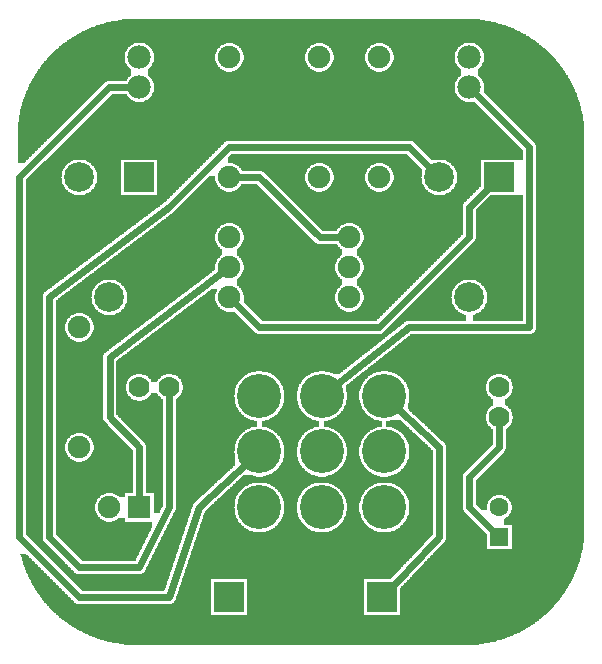
<source format=gbl>
G04 MADE WITH FRITZING*
G04 WWW.FRITZING.ORG*
G04 DOUBLE SIDED*
G04 HOLES PLATED*
G04 CONTOUR ON CENTER OF CONTOUR VECTOR*
%ASAXBY*%
%FSLAX23Y23*%
%MOIN*%
%OFA0B0*%
%SFA1.0B1.0*%
%ADD10C,0.075000*%
%ADD11C,0.147222*%
%ADD12C,0.078000*%
%ADD13C,0.062992*%
%ADD14C,0.100000*%
%ADD15C,0.070000*%
%ADD16C,0.099000*%
%ADD17R,0.062992X0.062992*%
%ADD18R,0.075000X0.075000*%
%ADD19R,0.099000X0.099000*%
%ADD20C,0.024000*%
%ADD21R,0.001000X0.001000*%
%LNCOPPER0*%
G90*
G70*
G54D10*
X1633Y2043D03*
G54D11*
X1261Y499D03*
X1053Y499D03*
X844Y499D03*
X1261Y685D03*
X1053Y685D03*
X844Y685D03*
X1261Y870D03*
X1053Y870D03*
X844Y870D03*
X1261Y499D03*
X1053Y499D03*
X844Y499D03*
X1261Y685D03*
X1053Y685D03*
X844Y685D03*
X1261Y870D03*
X1053Y870D03*
X844Y870D03*
G54D12*
X1544Y1999D03*
X1544Y1899D03*
X444Y1999D03*
X444Y1899D03*
G54D13*
X1644Y400D03*
X1644Y499D03*
G54D14*
X744Y199D03*
X1254Y199D03*
G54D10*
X444Y499D03*
X344Y499D03*
X744Y1399D03*
X744Y1299D03*
X744Y1199D03*
G54D15*
X1644Y899D03*
X1644Y799D03*
G54D10*
X1244Y1999D03*
X1244Y1599D03*
X1044Y1599D03*
X1044Y1999D03*
X744Y1599D03*
X744Y1999D03*
X244Y699D03*
X244Y1099D03*
G54D15*
X444Y899D03*
X545Y899D03*
G54D16*
X244Y1599D03*
X444Y1599D03*
X344Y1199D03*
X1444Y1599D03*
X1644Y1599D03*
X1544Y1199D03*
G54D10*
X1144Y1399D03*
X1144Y1299D03*
X1144Y1199D03*
G54D17*
X1644Y400D03*
G54D18*
X444Y499D03*
G54D19*
X444Y1599D03*
X1644Y1599D03*
G54D20*
X762Y1599D02*
X845Y1599D01*
D02*
X644Y498D02*
X544Y198D01*
D02*
X1046Y1398D02*
X1127Y1398D01*
D02*
X845Y1599D02*
X1046Y1398D01*
D02*
X811Y654D02*
X644Y498D01*
D02*
X345Y1898D02*
X425Y1899D01*
D02*
X44Y398D02*
X44Y1599D01*
D02*
X244Y198D02*
X44Y398D01*
D02*
X544Y198D02*
X244Y198D01*
D02*
X44Y1599D02*
X345Y1898D01*
D02*
X1744Y1699D02*
X1744Y1098D01*
D02*
X1558Y1885D02*
X1744Y1699D01*
D02*
X1344Y1098D02*
X1089Y898D01*
D02*
X1744Y1098D02*
X1344Y1098D01*
D02*
X1545Y599D02*
X1644Y698D01*
D02*
X1644Y698D02*
X1645Y800D01*
D02*
X1645Y800D02*
X1653Y811D01*
D02*
X1545Y498D02*
X1545Y599D01*
D02*
X1633Y411D02*
X1545Y498D01*
D02*
X346Y998D02*
X346Y799D01*
D02*
X346Y799D02*
X445Y698D01*
D02*
X445Y698D02*
X444Y516D01*
D02*
X730Y1288D02*
X346Y998D01*
D02*
X1445Y698D02*
X1295Y838D01*
D02*
X1445Y399D02*
X1445Y698D01*
D02*
X1282Y228D02*
X1445Y399D01*
D02*
X1544Y1499D02*
X1544Y1399D01*
D02*
X1544Y1399D02*
X1244Y1099D01*
D02*
X845Y1099D02*
X757Y1186D01*
D02*
X1244Y1099D02*
X845Y1099D01*
D02*
X1630Y1584D02*
X1544Y1499D01*
D02*
X1345Y1699D02*
X744Y1699D01*
D02*
X744Y1699D02*
X544Y1499D01*
D02*
X544Y1499D02*
X144Y1199D01*
D02*
X144Y1199D02*
X144Y399D01*
D02*
X144Y399D02*
X244Y298D01*
D02*
X244Y298D02*
X444Y298D01*
D02*
X444Y298D02*
X544Y498D01*
D02*
X1430Y1613D02*
X1345Y1699D01*
D02*
X544Y498D02*
X545Y884D01*
G36*
X386Y2125D02*
X386Y2123D01*
X372Y2123D01*
X372Y2121D01*
X360Y2121D01*
X360Y2119D01*
X350Y2119D01*
X350Y2117D01*
X342Y2117D01*
X342Y2115D01*
X332Y2115D01*
X332Y2113D01*
X326Y2113D01*
X326Y2111D01*
X318Y2111D01*
X318Y2109D01*
X312Y2109D01*
X312Y2107D01*
X306Y2107D01*
X306Y2105D01*
X300Y2105D01*
X300Y2103D01*
X296Y2103D01*
X296Y2101D01*
X290Y2101D01*
X290Y2099D01*
X284Y2099D01*
X284Y2097D01*
X280Y2097D01*
X280Y2095D01*
X276Y2095D01*
X276Y2093D01*
X270Y2093D01*
X270Y2091D01*
X266Y2091D01*
X266Y2089D01*
X262Y2089D01*
X262Y2087D01*
X258Y2087D01*
X258Y2085D01*
X254Y2085D01*
X254Y2083D01*
X250Y2083D01*
X250Y2081D01*
X246Y2081D01*
X246Y2079D01*
X242Y2079D01*
X242Y2077D01*
X238Y2077D01*
X238Y2075D01*
X236Y2075D01*
X236Y2073D01*
X232Y2073D01*
X232Y2071D01*
X228Y2071D01*
X228Y2069D01*
X226Y2069D01*
X226Y2067D01*
X222Y2067D01*
X222Y2065D01*
X220Y2065D01*
X220Y2063D01*
X216Y2063D01*
X216Y2061D01*
X212Y2061D01*
X212Y2059D01*
X210Y2059D01*
X210Y2057D01*
X208Y2057D01*
X208Y2055D01*
X204Y2055D01*
X204Y2053D01*
X202Y2053D01*
X202Y2051D01*
X198Y2051D01*
X198Y2049D01*
X196Y2049D01*
X196Y2047D01*
X1556Y2047D01*
X1556Y2045D01*
X1562Y2045D01*
X1562Y2043D01*
X1566Y2043D01*
X1566Y2041D01*
X1570Y2041D01*
X1570Y2039D01*
X1572Y2039D01*
X1572Y2037D01*
X1576Y2037D01*
X1576Y2035D01*
X1578Y2035D01*
X1578Y2033D01*
X1580Y2033D01*
X1580Y2031D01*
X1582Y2031D01*
X1582Y2029D01*
X1584Y2029D01*
X1584Y2025D01*
X1586Y2025D01*
X1586Y2023D01*
X1588Y2023D01*
X1588Y2019D01*
X1590Y2019D01*
X1590Y2013D01*
X1592Y2013D01*
X1592Y2005D01*
X1594Y2005D01*
X1594Y1993D01*
X1592Y1993D01*
X1592Y1983D01*
X1590Y1983D01*
X1590Y1979D01*
X1588Y1979D01*
X1588Y1975D01*
X1586Y1975D01*
X1586Y1971D01*
X1584Y1971D01*
X1584Y1969D01*
X1582Y1969D01*
X1582Y1967D01*
X1580Y1967D01*
X1580Y1963D01*
X1578Y1963D01*
X1578Y1961D01*
X1574Y1961D01*
X1574Y1959D01*
X1572Y1959D01*
X1572Y1937D01*
X1576Y1937D01*
X1576Y1935D01*
X1578Y1935D01*
X1578Y1933D01*
X1580Y1933D01*
X1580Y1931D01*
X1582Y1931D01*
X1582Y1929D01*
X1584Y1929D01*
X1584Y1925D01*
X1586Y1925D01*
X1586Y1923D01*
X1588Y1923D01*
X1588Y1919D01*
X1590Y1919D01*
X1590Y1913D01*
X1592Y1913D01*
X1592Y1905D01*
X1594Y1905D01*
X1594Y1879D01*
X1596Y1879D01*
X1596Y1877D01*
X1598Y1877D01*
X1598Y1875D01*
X1600Y1875D01*
X1600Y1873D01*
X1602Y1873D01*
X1602Y1871D01*
X1604Y1871D01*
X1604Y1869D01*
X1606Y1869D01*
X1606Y1867D01*
X1608Y1867D01*
X1608Y1865D01*
X1610Y1865D01*
X1610Y1863D01*
X1612Y1863D01*
X1612Y1861D01*
X1614Y1861D01*
X1614Y1859D01*
X1616Y1859D01*
X1616Y1857D01*
X1618Y1857D01*
X1618Y1855D01*
X1620Y1855D01*
X1620Y1853D01*
X1622Y1853D01*
X1622Y1851D01*
X1624Y1851D01*
X1624Y1849D01*
X1626Y1849D01*
X1626Y1847D01*
X1628Y1847D01*
X1628Y1845D01*
X1630Y1845D01*
X1630Y1843D01*
X1632Y1843D01*
X1632Y1841D01*
X1634Y1841D01*
X1634Y1839D01*
X1636Y1839D01*
X1636Y1837D01*
X1638Y1837D01*
X1638Y1835D01*
X1640Y1835D01*
X1640Y1833D01*
X1642Y1833D01*
X1642Y1831D01*
X1644Y1831D01*
X1644Y1829D01*
X1646Y1829D01*
X1646Y1827D01*
X1648Y1827D01*
X1648Y1825D01*
X1650Y1825D01*
X1650Y1823D01*
X1652Y1823D01*
X1652Y1821D01*
X1654Y1821D01*
X1654Y1819D01*
X1656Y1819D01*
X1656Y1817D01*
X1658Y1817D01*
X1658Y1815D01*
X1660Y1815D01*
X1660Y1813D01*
X1662Y1813D01*
X1662Y1811D01*
X1664Y1811D01*
X1664Y1809D01*
X1666Y1809D01*
X1666Y1807D01*
X1668Y1807D01*
X1668Y1805D01*
X1670Y1805D01*
X1670Y1803D01*
X1672Y1803D01*
X1672Y1801D01*
X1674Y1801D01*
X1674Y1799D01*
X1676Y1799D01*
X1676Y1797D01*
X1678Y1797D01*
X1678Y1795D01*
X1680Y1795D01*
X1680Y1793D01*
X1682Y1793D01*
X1682Y1791D01*
X1684Y1791D01*
X1684Y1789D01*
X1686Y1789D01*
X1686Y1787D01*
X1688Y1787D01*
X1688Y1785D01*
X1690Y1785D01*
X1690Y1783D01*
X1692Y1783D01*
X1692Y1781D01*
X1694Y1781D01*
X1694Y1779D01*
X1696Y1779D01*
X1696Y1777D01*
X1698Y1777D01*
X1698Y1775D01*
X1700Y1775D01*
X1700Y1773D01*
X1702Y1773D01*
X1702Y1771D01*
X1704Y1771D01*
X1704Y1769D01*
X1706Y1769D01*
X1706Y1767D01*
X1708Y1767D01*
X1708Y1765D01*
X1710Y1765D01*
X1710Y1763D01*
X1712Y1763D01*
X1712Y1761D01*
X1714Y1761D01*
X1714Y1759D01*
X1716Y1759D01*
X1716Y1757D01*
X1718Y1757D01*
X1718Y1755D01*
X1720Y1755D01*
X1720Y1753D01*
X1722Y1753D01*
X1722Y1751D01*
X1724Y1751D01*
X1724Y1749D01*
X1726Y1749D01*
X1726Y1747D01*
X1728Y1747D01*
X1728Y1745D01*
X1730Y1745D01*
X1730Y1743D01*
X1732Y1743D01*
X1732Y1741D01*
X1734Y1741D01*
X1734Y1739D01*
X1736Y1739D01*
X1736Y1737D01*
X1738Y1737D01*
X1738Y1735D01*
X1740Y1735D01*
X1740Y1733D01*
X1742Y1733D01*
X1742Y1731D01*
X1744Y1731D01*
X1744Y1729D01*
X1746Y1729D01*
X1746Y1727D01*
X1748Y1727D01*
X1748Y1725D01*
X1750Y1725D01*
X1750Y1723D01*
X1752Y1723D01*
X1752Y1721D01*
X1754Y1721D01*
X1754Y1719D01*
X1756Y1719D01*
X1756Y1717D01*
X1758Y1717D01*
X1758Y1715D01*
X1760Y1715D01*
X1760Y1713D01*
X1762Y1713D01*
X1762Y1709D01*
X1764Y1709D01*
X1764Y1705D01*
X1766Y1705D01*
X1766Y1091D01*
X1764Y1091D01*
X1764Y1087D01*
X1762Y1087D01*
X1762Y1083D01*
X1760Y1083D01*
X1760Y1081D01*
X1756Y1081D01*
X1756Y1079D01*
X1754Y1079D01*
X1754Y1077D01*
X1352Y1077D01*
X1352Y1075D01*
X1348Y1075D01*
X1348Y1073D01*
X1346Y1073D01*
X1346Y1071D01*
X1344Y1071D01*
X1344Y1069D01*
X1340Y1069D01*
X1340Y1067D01*
X1338Y1067D01*
X1338Y1065D01*
X1336Y1065D01*
X1336Y1063D01*
X1334Y1063D01*
X1334Y1061D01*
X1330Y1061D01*
X1330Y1059D01*
X1328Y1059D01*
X1328Y1057D01*
X1326Y1057D01*
X1326Y1055D01*
X1324Y1055D01*
X1324Y1053D01*
X1320Y1053D01*
X1320Y1051D01*
X1318Y1051D01*
X1318Y1049D01*
X1316Y1049D01*
X1316Y1047D01*
X1314Y1047D01*
X1314Y1045D01*
X1310Y1045D01*
X1310Y1043D01*
X1308Y1043D01*
X1308Y1041D01*
X1306Y1041D01*
X1306Y1039D01*
X1302Y1039D01*
X1302Y1037D01*
X1300Y1037D01*
X1300Y1035D01*
X1298Y1035D01*
X1298Y1033D01*
X1296Y1033D01*
X1296Y1031D01*
X1292Y1031D01*
X1292Y1029D01*
X1290Y1029D01*
X1290Y1027D01*
X1288Y1027D01*
X1288Y1025D01*
X1286Y1025D01*
X1286Y1023D01*
X1282Y1023D01*
X1282Y1021D01*
X1280Y1021D01*
X1280Y1019D01*
X1278Y1019D01*
X1278Y1017D01*
X1274Y1017D01*
X1274Y1015D01*
X1272Y1015D01*
X1272Y1013D01*
X1270Y1013D01*
X1270Y1011D01*
X1268Y1011D01*
X1268Y1009D01*
X1264Y1009D01*
X1264Y1007D01*
X1262Y1007D01*
X1262Y1005D01*
X1260Y1005D01*
X1260Y1003D01*
X1258Y1003D01*
X1258Y1001D01*
X1254Y1001D01*
X1254Y999D01*
X1252Y999D01*
X1252Y997D01*
X1250Y997D01*
X1250Y995D01*
X1246Y995D01*
X1246Y993D01*
X1244Y993D01*
X1244Y991D01*
X1242Y991D01*
X1242Y989D01*
X1240Y989D01*
X1240Y987D01*
X1236Y987D01*
X1236Y985D01*
X1234Y985D01*
X1234Y983D01*
X1232Y983D01*
X1232Y981D01*
X1230Y981D01*
X1230Y979D01*
X1226Y979D01*
X1226Y977D01*
X1224Y977D01*
X1224Y975D01*
X1222Y975D01*
X1222Y973D01*
X1218Y973D01*
X1218Y971D01*
X1216Y971D01*
X1216Y969D01*
X1214Y969D01*
X1214Y967D01*
X1212Y967D01*
X1212Y965D01*
X1208Y965D01*
X1208Y963D01*
X1206Y963D01*
X1206Y961D01*
X1204Y961D01*
X1204Y959D01*
X1202Y959D01*
X1202Y957D01*
X1198Y957D01*
X1198Y955D01*
X1196Y955D01*
X1196Y953D01*
X1272Y953D01*
X1272Y951D01*
X1282Y951D01*
X1282Y949D01*
X1288Y949D01*
X1288Y947D01*
X1294Y947D01*
X1294Y945D01*
X1298Y945D01*
X1298Y943D01*
X1654Y943D01*
X1654Y941D01*
X1662Y941D01*
X1662Y939D01*
X1666Y939D01*
X1666Y937D01*
X1668Y937D01*
X1668Y935D01*
X1672Y935D01*
X1672Y933D01*
X1674Y933D01*
X1674Y931D01*
X1676Y931D01*
X1676Y929D01*
X1678Y929D01*
X1678Y927D01*
X1680Y927D01*
X1680Y925D01*
X1682Y925D01*
X1682Y921D01*
X1684Y921D01*
X1684Y917D01*
X1686Y917D01*
X1686Y913D01*
X1688Y913D01*
X1688Y903D01*
X1690Y903D01*
X1690Y893D01*
X1688Y893D01*
X1688Y885D01*
X1686Y885D01*
X1686Y879D01*
X1684Y879D01*
X1684Y875D01*
X1682Y875D01*
X1682Y873D01*
X1680Y873D01*
X1680Y869D01*
X1678Y869D01*
X1678Y867D01*
X1676Y867D01*
X1676Y865D01*
X1674Y865D01*
X1674Y863D01*
X1670Y863D01*
X1670Y861D01*
X1668Y861D01*
X1668Y859D01*
X1664Y859D01*
X1664Y839D01*
X1666Y839D01*
X1666Y837D01*
X1668Y837D01*
X1668Y835D01*
X1672Y835D01*
X1672Y833D01*
X1674Y833D01*
X1674Y831D01*
X1676Y831D01*
X1676Y829D01*
X1678Y829D01*
X1678Y827D01*
X1680Y827D01*
X1680Y825D01*
X1682Y825D01*
X1682Y821D01*
X1684Y821D01*
X1684Y817D01*
X1686Y817D01*
X1686Y813D01*
X1688Y813D01*
X1688Y803D01*
X1690Y803D01*
X1690Y793D01*
X1688Y793D01*
X1688Y785D01*
X1686Y785D01*
X1686Y779D01*
X1684Y779D01*
X1684Y775D01*
X1682Y775D01*
X1682Y773D01*
X1680Y773D01*
X1680Y769D01*
X1678Y769D01*
X1678Y767D01*
X1676Y767D01*
X1676Y765D01*
X1674Y765D01*
X1674Y763D01*
X1670Y763D01*
X1670Y761D01*
X1668Y761D01*
X1668Y759D01*
X1666Y759D01*
X1666Y693D01*
X1664Y693D01*
X1664Y687D01*
X1662Y687D01*
X1662Y685D01*
X1660Y685D01*
X1660Y681D01*
X1658Y681D01*
X1658Y679D01*
X1656Y679D01*
X1656Y677D01*
X1654Y677D01*
X1654Y675D01*
X1652Y675D01*
X1652Y673D01*
X1650Y673D01*
X1650Y671D01*
X1648Y671D01*
X1648Y669D01*
X1646Y669D01*
X1646Y667D01*
X1644Y667D01*
X1644Y665D01*
X1642Y665D01*
X1642Y663D01*
X1640Y663D01*
X1640Y661D01*
X1638Y661D01*
X1638Y659D01*
X1636Y659D01*
X1636Y657D01*
X1634Y657D01*
X1634Y655D01*
X1632Y655D01*
X1632Y653D01*
X1630Y653D01*
X1630Y651D01*
X1628Y651D01*
X1628Y649D01*
X1626Y649D01*
X1626Y647D01*
X1624Y647D01*
X1624Y645D01*
X1622Y645D01*
X1622Y643D01*
X1620Y643D01*
X1620Y641D01*
X1618Y641D01*
X1618Y639D01*
X1616Y639D01*
X1616Y637D01*
X1614Y637D01*
X1614Y635D01*
X1612Y635D01*
X1612Y633D01*
X1610Y633D01*
X1610Y631D01*
X1608Y631D01*
X1608Y629D01*
X1606Y629D01*
X1606Y627D01*
X1604Y627D01*
X1604Y625D01*
X1602Y625D01*
X1602Y623D01*
X1600Y623D01*
X1600Y621D01*
X1598Y621D01*
X1598Y619D01*
X1596Y619D01*
X1596Y617D01*
X1594Y617D01*
X1594Y615D01*
X1592Y615D01*
X1592Y613D01*
X1590Y613D01*
X1590Y611D01*
X1588Y611D01*
X1588Y609D01*
X1586Y609D01*
X1586Y607D01*
X1584Y607D01*
X1584Y605D01*
X1582Y605D01*
X1582Y603D01*
X1580Y603D01*
X1580Y601D01*
X1578Y601D01*
X1578Y599D01*
X1576Y599D01*
X1576Y597D01*
X1574Y597D01*
X1574Y595D01*
X1572Y595D01*
X1572Y593D01*
X1570Y593D01*
X1570Y591D01*
X1568Y591D01*
X1568Y589D01*
X1566Y589D01*
X1566Y539D01*
X1656Y539D01*
X1656Y537D01*
X1662Y537D01*
X1662Y535D01*
X1666Y535D01*
X1666Y533D01*
X1668Y533D01*
X1668Y531D01*
X1670Y531D01*
X1670Y529D01*
X1674Y529D01*
X1674Y527D01*
X1676Y527D01*
X1676Y523D01*
X1678Y523D01*
X1678Y521D01*
X1680Y521D01*
X1680Y517D01*
X1682Y517D01*
X1682Y513D01*
X1684Y513D01*
X1684Y507D01*
X1686Y507D01*
X1686Y491D01*
X1684Y491D01*
X1684Y483D01*
X1682Y483D01*
X1682Y479D01*
X1680Y479D01*
X1680Y475D01*
X1678Y475D01*
X1678Y473D01*
X1676Y473D01*
X1676Y471D01*
X1674Y471D01*
X1674Y469D01*
X1672Y469D01*
X1672Y467D01*
X1670Y467D01*
X1670Y465D01*
X1668Y465D01*
X1668Y463D01*
X1664Y463D01*
X1664Y461D01*
X1660Y461D01*
X1660Y441D01*
X1686Y441D01*
X1686Y359D01*
X1922Y359D01*
X1922Y367D01*
X1924Y367D01*
X1924Y381D01*
X1926Y381D01*
X1926Y399D01*
X1928Y399D01*
X1928Y1767D01*
X1926Y1767D01*
X1926Y1785D01*
X1924Y1785D01*
X1924Y1799D01*
X1922Y1799D01*
X1922Y1811D01*
X1920Y1811D01*
X1920Y1819D01*
X1918Y1819D01*
X1918Y1829D01*
X1916Y1829D01*
X1916Y1837D01*
X1914Y1837D01*
X1914Y1843D01*
X1912Y1843D01*
X1912Y1849D01*
X1910Y1849D01*
X1910Y1857D01*
X1908Y1857D01*
X1908Y1861D01*
X1906Y1861D01*
X1906Y1867D01*
X1904Y1867D01*
X1904Y1873D01*
X1902Y1873D01*
X1902Y1879D01*
X1900Y1879D01*
X1900Y1883D01*
X1898Y1883D01*
X1898Y1889D01*
X1896Y1889D01*
X1896Y1893D01*
X1894Y1893D01*
X1894Y1897D01*
X1892Y1897D01*
X1892Y1901D01*
X1890Y1901D01*
X1890Y1905D01*
X1888Y1905D01*
X1888Y1909D01*
X1886Y1909D01*
X1886Y1913D01*
X1884Y1913D01*
X1884Y1917D01*
X1882Y1917D01*
X1882Y1921D01*
X1880Y1921D01*
X1880Y1925D01*
X1878Y1925D01*
X1878Y1927D01*
X1876Y1927D01*
X1876Y1931D01*
X1874Y1931D01*
X1874Y1935D01*
X1872Y1935D01*
X1872Y1939D01*
X1870Y1939D01*
X1870Y1941D01*
X1868Y1941D01*
X1868Y1945D01*
X1866Y1945D01*
X1866Y1947D01*
X1864Y1947D01*
X1864Y1951D01*
X1862Y1951D01*
X1862Y1953D01*
X1860Y1953D01*
X1860Y1957D01*
X1858Y1957D01*
X1858Y1959D01*
X1856Y1959D01*
X1856Y1963D01*
X1854Y1963D01*
X1854Y1965D01*
X1852Y1965D01*
X1852Y1967D01*
X1850Y1967D01*
X1850Y1971D01*
X1848Y1971D01*
X1848Y1973D01*
X1846Y1973D01*
X1846Y1975D01*
X1844Y1975D01*
X1844Y1977D01*
X1842Y1977D01*
X1842Y1981D01*
X1840Y1981D01*
X1840Y1983D01*
X1838Y1983D01*
X1838Y1985D01*
X1836Y1985D01*
X1836Y1987D01*
X1834Y1987D01*
X1834Y1989D01*
X1832Y1989D01*
X1832Y1993D01*
X1830Y1993D01*
X1830Y1995D01*
X1828Y1995D01*
X1828Y1997D01*
X1826Y1997D01*
X1826Y1999D01*
X1824Y1999D01*
X1824Y2001D01*
X1822Y2001D01*
X1822Y2003D01*
X1820Y2003D01*
X1820Y2005D01*
X1818Y2005D01*
X1818Y2007D01*
X1816Y2007D01*
X1816Y2009D01*
X1814Y2009D01*
X1814Y2011D01*
X1812Y2011D01*
X1812Y2013D01*
X1810Y2013D01*
X1810Y2015D01*
X1808Y2015D01*
X1808Y2017D01*
X1806Y2017D01*
X1806Y2019D01*
X1804Y2019D01*
X1804Y2021D01*
X1802Y2021D01*
X1802Y2023D01*
X1800Y2023D01*
X1800Y2025D01*
X1798Y2025D01*
X1798Y2027D01*
X1796Y2027D01*
X1796Y2029D01*
X1794Y2029D01*
X1794Y2031D01*
X1790Y2031D01*
X1790Y2033D01*
X1788Y2033D01*
X1788Y2035D01*
X1786Y2035D01*
X1786Y2037D01*
X1784Y2037D01*
X1784Y2039D01*
X1782Y2039D01*
X1782Y2041D01*
X1778Y2041D01*
X1778Y2043D01*
X1776Y2043D01*
X1776Y2045D01*
X1774Y2045D01*
X1774Y2047D01*
X1770Y2047D01*
X1770Y2049D01*
X1768Y2049D01*
X1768Y2051D01*
X1766Y2051D01*
X1766Y2053D01*
X1762Y2053D01*
X1762Y2055D01*
X1760Y2055D01*
X1760Y2057D01*
X1756Y2057D01*
X1756Y2059D01*
X1754Y2059D01*
X1754Y2061D01*
X1750Y2061D01*
X1750Y2063D01*
X1748Y2063D01*
X1748Y2065D01*
X1744Y2065D01*
X1744Y2067D01*
X1742Y2067D01*
X1742Y2069D01*
X1738Y2069D01*
X1738Y2071D01*
X1734Y2071D01*
X1734Y2073D01*
X1732Y2073D01*
X1732Y2075D01*
X1728Y2075D01*
X1728Y2077D01*
X1724Y2077D01*
X1724Y2079D01*
X1720Y2079D01*
X1720Y2081D01*
X1716Y2081D01*
X1716Y2083D01*
X1712Y2083D01*
X1712Y2085D01*
X1708Y2085D01*
X1708Y2087D01*
X1704Y2087D01*
X1704Y2089D01*
X1700Y2089D01*
X1700Y2091D01*
X1696Y2091D01*
X1696Y2093D01*
X1692Y2093D01*
X1692Y2095D01*
X1686Y2095D01*
X1686Y2097D01*
X1682Y2097D01*
X1682Y2099D01*
X1676Y2099D01*
X1676Y2101D01*
X1672Y2101D01*
X1672Y2103D01*
X1666Y2103D01*
X1666Y2105D01*
X1660Y2105D01*
X1660Y2107D01*
X1654Y2107D01*
X1654Y2109D01*
X1648Y2109D01*
X1648Y2111D01*
X1640Y2111D01*
X1640Y2113D01*
X1634Y2113D01*
X1634Y2115D01*
X1626Y2115D01*
X1626Y2117D01*
X1616Y2117D01*
X1616Y2119D01*
X1606Y2119D01*
X1606Y2121D01*
X1596Y2121D01*
X1596Y2123D01*
X1580Y2123D01*
X1580Y2125D01*
X386Y2125D01*
G37*
D02*
G36*
X194Y2047D02*
X194Y2045D01*
X190Y2045D01*
X190Y2043D01*
X188Y2043D01*
X188Y2041D01*
X186Y2041D01*
X186Y2039D01*
X182Y2039D01*
X182Y2037D01*
X180Y2037D01*
X180Y2035D01*
X178Y2035D01*
X178Y2033D01*
X176Y2033D01*
X176Y2031D01*
X174Y2031D01*
X174Y2029D01*
X172Y2029D01*
X172Y2027D01*
X168Y2027D01*
X168Y2025D01*
X166Y2025D01*
X166Y2023D01*
X164Y2023D01*
X164Y2021D01*
X162Y2021D01*
X162Y2019D01*
X160Y2019D01*
X160Y2017D01*
X158Y2017D01*
X158Y2015D01*
X156Y2015D01*
X156Y2013D01*
X154Y2013D01*
X154Y2011D01*
X152Y2011D01*
X152Y2009D01*
X150Y2009D01*
X150Y2007D01*
X148Y2007D01*
X148Y2005D01*
X146Y2005D01*
X146Y2003D01*
X144Y2003D01*
X144Y2001D01*
X142Y2001D01*
X142Y1999D01*
X140Y1999D01*
X140Y1997D01*
X138Y1997D01*
X138Y1993D01*
X136Y1993D01*
X136Y1991D01*
X134Y1991D01*
X134Y1989D01*
X132Y1989D01*
X132Y1987D01*
X130Y1987D01*
X130Y1985D01*
X128Y1985D01*
X128Y1983D01*
X126Y1983D01*
X126Y1979D01*
X124Y1979D01*
X124Y1977D01*
X122Y1977D01*
X122Y1975D01*
X120Y1975D01*
X120Y1973D01*
X118Y1973D01*
X118Y1969D01*
X116Y1969D01*
X116Y1967D01*
X114Y1967D01*
X114Y1965D01*
X112Y1965D01*
X112Y1961D01*
X110Y1961D01*
X110Y1959D01*
X108Y1959D01*
X108Y1955D01*
X106Y1955D01*
X106Y1953D01*
X104Y1953D01*
X104Y1949D01*
X102Y1949D01*
X102Y1947D01*
X100Y1947D01*
X100Y1943D01*
X98Y1943D01*
X98Y1941D01*
X96Y1941D01*
X96Y1937D01*
X94Y1937D01*
X94Y1933D01*
X92Y1933D01*
X92Y1931D01*
X90Y1931D01*
X90Y1927D01*
X88Y1927D01*
X88Y1923D01*
X86Y1923D01*
X86Y1919D01*
X84Y1919D01*
X84Y1917D01*
X82Y1917D01*
X82Y1913D01*
X80Y1913D01*
X80Y1909D01*
X78Y1909D01*
X78Y1905D01*
X76Y1905D01*
X76Y1901D01*
X74Y1901D01*
X74Y1895D01*
X72Y1895D01*
X72Y1891D01*
X70Y1891D01*
X70Y1887D01*
X68Y1887D01*
X68Y1881D01*
X66Y1881D01*
X66Y1877D01*
X64Y1877D01*
X64Y1871D01*
X62Y1871D01*
X62Y1867D01*
X60Y1867D01*
X60Y1861D01*
X58Y1861D01*
X58Y1855D01*
X56Y1855D01*
X56Y1849D01*
X54Y1849D01*
X54Y1841D01*
X52Y1841D01*
X52Y1835D01*
X50Y1835D01*
X50Y1827D01*
X48Y1827D01*
X48Y1817D01*
X46Y1817D01*
X46Y1807D01*
X44Y1807D01*
X44Y1797D01*
X42Y1797D01*
X42Y1783D01*
X40Y1783D01*
X40Y1645D01*
X60Y1645D01*
X60Y1647D01*
X62Y1647D01*
X62Y1649D01*
X64Y1649D01*
X64Y1651D01*
X66Y1651D01*
X66Y1653D01*
X68Y1653D01*
X68Y1655D01*
X70Y1655D01*
X70Y1657D01*
X72Y1657D01*
X72Y1659D01*
X74Y1659D01*
X74Y1661D01*
X76Y1661D01*
X76Y1663D01*
X78Y1663D01*
X78Y1665D01*
X80Y1665D01*
X80Y1667D01*
X82Y1667D01*
X82Y1669D01*
X84Y1669D01*
X84Y1671D01*
X86Y1671D01*
X86Y1673D01*
X88Y1673D01*
X88Y1675D01*
X90Y1675D01*
X90Y1677D01*
X92Y1677D01*
X92Y1679D01*
X94Y1679D01*
X94Y1681D01*
X96Y1681D01*
X96Y1683D01*
X98Y1683D01*
X98Y1685D01*
X100Y1685D01*
X100Y1687D01*
X102Y1687D01*
X102Y1689D01*
X104Y1689D01*
X104Y1691D01*
X106Y1691D01*
X106Y1693D01*
X108Y1693D01*
X108Y1695D01*
X110Y1695D01*
X110Y1697D01*
X112Y1697D01*
X112Y1699D01*
X114Y1699D01*
X114Y1701D01*
X116Y1701D01*
X116Y1703D01*
X118Y1703D01*
X118Y1705D01*
X120Y1705D01*
X120Y1707D01*
X122Y1707D01*
X122Y1709D01*
X124Y1709D01*
X124Y1711D01*
X126Y1711D01*
X126Y1713D01*
X128Y1713D01*
X128Y1715D01*
X130Y1715D01*
X130Y1717D01*
X132Y1717D01*
X132Y1719D01*
X134Y1719D01*
X134Y1721D01*
X136Y1721D01*
X136Y1723D01*
X138Y1723D01*
X138Y1725D01*
X140Y1725D01*
X140Y1727D01*
X142Y1727D01*
X142Y1729D01*
X146Y1729D01*
X146Y1731D01*
X148Y1731D01*
X148Y1733D01*
X150Y1733D01*
X150Y1735D01*
X152Y1735D01*
X152Y1737D01*
X154Y1737D01*
X154Y1739D01*
X156Y1739D01*
X156Y1741D01*
X158Y1741D01*
X158Y1743D01*
X160Y1743D01*
X160Y1745D01*
X162Y1745D01*
X162Y1747D01*
X164Y1747D01*
X164Y1749D01*
X166Y1749D01*
X166Y1751D01*
X168Y1751D01*
X168Y1753D01*
X170Y1753D01*
X170Y1755D01*
X172Y1755D01*
X172Y1757D01*
X174Y1757D01*
X174Y1759D01*
X176Y1759D01*
X176Y1761D01*
X178Y1761D01*
X178Y1763D01*
X180Y1763D01*
X180Y1765D01*
X182Y1765D01*
X182Y1767D01*
X184Y1767D01*
X184Y1769D01*
X186Y1769D01*
X186Y1771D01*
X188Y1771D01*
X188Y1773D01*
X190Y1773D01*
X190Y1775D01*
X192Y1775D01*
X192Y1777D01*
X194Y1777D01*
X194Y1779D01*
X196Y1779D01*
X196Y1781D01*
X198Y1781D01*
X198Y1783D01*
X200Y1783D01*
X200Y1785D01*
X202Y1785D01*
X202Y1787D01*
X204Y1787D01*
X204Y1789D01*
X206Y1789D01*
X206Y1791D01*
X208Y1791D01*
X208Y1793D01*
X210Y1793D01*
X210Y1795D01*
X212Y1795D01*
X212Y1797D01*
X214Y1797D01*
X214Y1799D01*
X216Y1799D01*
X216Y1801D01*
X218Y1801D01*
X218Y1803D01*
X220Y1803D01*
X220Y1805D01*
X222Y1805D01*
X222Y1807D01*
X224Y1807D01*
X224Y1809D01*
X226Y1809D01*
X226Y1811D01*
X228Y1811D01*
X228Y1813D01*
X230Y1813D01*
X230Y1815D01*
X232Y1815D01*
X232Y1817D01*
X234Y1817D01*
X234Y1819D01*
X236Y1819D01*
X236Y1821D01*
X238Y1821D01*
X238Y1823D01*
X240Y1823D01*
X240Y1825D01*
X242Y1825D01*
X242Y1827D01*
X244Y1827D01*
X244Y1829D01*
X246Y1829D01*
X246Y1831D01*
X248Y1831D01*
X248Y1833D01*
X250Y1833D01*
X250Y1835D01*
X252Y1835D01*
X252Y1837D01*
X254Y1837D01*
X254Y1839D01*
X256Y1839D01*
X256Y1841D01*
X258Y1841D01*
X258Y1843D01*
X260Y1843D01*
X260Y1845D01*
X262Y1845D01*
X262Y1847D01*
X264Y1847D01*
X264Y1849D01*
X266Y1849D01*
X266Y1851D01*
X268Y1851D01*
X268Y1853D01*
X270Y1853D01*
X270Y1855D01*
X272Y1855D01*
X272Y1857D01*
X274Y1857D01*
X274Y1859D01*
X276Y1859D01*
X276Y1861D01*
X278Y1861D01*
X278Y1863D01*
X280Y1863D01*
X280Y1865D01*
X282Y1865D01*
X282Y1867D01*
X284Y1867D01*
X284Y1869D01*
X286Y1869D01*
X286Y1871D01*
X288Y1871D01*
X288Y1873D01*
X290Y1873D01*
X290Y1875D01*
X292Y1875D01*
X292Y1877D01*
X294Y1877D01*
X294Y1879D01*
X296Y1879D01*
X296Y1881D01*
X298Y1881D01*
X298Y1883D01*
X300Y1883D01*
X300Y1885D01*
X302Y1885D01*
X302Y1887D01*
X304Y1887D01*
X304Y1889D01*
X306Y1889D01*
X306Y1891D01*
X308Y1891D01*
X308Y1893D01*
X310Y1893D01*
X310Y1895D01*
X312Y1895D01*
X312Y1897D01*
X314Y1897D01*
X314Y1899D01*
X316Y1899D01*
X316Y1901D01*
X318Y1901D01*
X318Y1903D01*
X320Y1903D01*
X320Y1905D01*
X322Y1905D01*
X322Y1907D01*
X324Y1907D01*
X324Y1909D01*
X326Y1909D01*
X326Y1911D01*
X328Y1911D01*
X328Y1913D01*
X330Y1913D01*
X330Y1915D01*
X332Y1915D01*
X332Y1917D01*
X336Y1917D01*
X336Y1919D01*
X400Y1919D01*
X400Y1921D01*
X402Y1921D01*
X402Y1925D01*
X404Y1925D01*
X404Y1927D01*
X406Y1927D01*
X406Y1929D01*
X408Y1929D01*
X408Y1933D01*
X412Y1933D01*
X412Y1935D01*
X414Y1935D01*
X414Y1937D01*
X416Y1937D01*
X416Y1959D01*
X414Y1959D01*
X414Y1961D01*
X412Y1961D01*
X412Y1963D01*
X410Y1963D01*
X410Y1965D01*
X408Y1965D01*
X408Y1967D01*
X406Y1967D01*
X406Y1969D01*
X404Y1969D01*
X404Y1973D01*
X402Y1973D01*
X402Y1977D01*
X400Y1977D01*
X400Y1981D01*
X398Y1981D01*
X398Y1987D01*
X396Y1987D01*
X396Y2009D01*
X398Y2009D01*
X398Y2017D01*
X400Y2017D01*
X400Y2021D01*
X402Y2021D01*
X402Y2025D01*
X404Y2025D01*
X404Y2027D01*
X406Y2027D01*
X406Y2029D01*
X408Y2029D01*
X408Y2033D01*
X412Y2033D01*
X412Y2035D01*
X414Y2035D01*
X414Y2037D01*
X416Y2037D01*
X416Y2039D01*
X420Y2039D01*
X420Y2041D01*
X422Y2041D01*
X422Y2043D01*
X428Y2043D01*
X428Y2045D01*
X434Y2045D01*
X434Y2047D01*
X194Y2047D01*
G37*
D02*
G36*
X456Y2047D02*
X456Y2045D01*
X1256Y2045D01*
X1256Y2043D01*
X1264Y2043D01*
X1264Y2041D01*
X1266Y2041D01*
X1266Y2039D01*
X1270Y2039D01*
X1270Y2037D01*
X1272Y2037D01*
X1272Y2035D01*
X1276Y2035D01*
X1276Y2033D01*
X1278Y2033D01*
X1278Y2031D01*
X1280Y2031D01*
X1280Y2029D01*
X1282Y2029D01*
X1282Y2025D01*
X1284Y2025D01*
X1284Y2023D01*
X1286Y2023D01*
X1286Y2019D01*
X1288Y2019D01*
X1288Y2015D01*
X1290Y2015D01*
X1290Y2007D01*
X1292Y2007D01*
X1292Y1989D01*
X1290Y1989D01*
X1290Y1983D01*
X1288Y1983D01*
X1288Y1977D01*
X1286Y1977D01*
X1286Y1975D01*
X1284Y1975D01*
X1284Y1971D01*
X1282Y1971D01*
X1282Y1969D01*
X1280Y1969D01*
X1280Y1965D01*
X1278Y1965D01*
X1278Y1963D01*
X1274Y1963D01*
X1274Y1961D01*
X1272Y1961D01*
X1272Y1959D01*
X1270Y1959D01*
X1270Y1957D01*
X1266Y1957D01*
X1266Y1955D01*
X1262Y1955D01*
X1262Y1953D01*
X1254Y1953D01*
X1254Y1951D01*
X1516Y1951D01*
X1516Y1959D01*
X1514Y1959D01*
X1514Y1961D01*
X1512Y1961D01*
X1512Y1963D01*
X1510Y1963D01*
X1510Y1965D01*
X1508Y1965D01*
X1508Y1967D01*
X1506Y1967D01*
X1506Y1969D01*
X1504Y1969D01*
X1504Y1973D01*
X1502Y1973D01*
X1502Y1977D01*
X1500Y1977D01*
X1500Y1981D01*
X1498Y1981D01*
X1498Y1987D01*
X1496Y1987D01*
X1496Y2009D01*
X1498Y2009D01*
X1498Y2017D01*
X1500Y2017D01*
X1500Y2021D01*
X1502Y2021D01*
X1502Y2025D01*
X1504Y2025D01*
X1504Y2027D01*
X1506Y2027D01*
X1506Y2029D01*
X1508Y2029D01*
X1508Y2033D01*
X1512Y2033D01*
X1512Y2035D01*
X1514Y2035D01*
X1514Y2037D01*
X1516Y2037D01*
X1516Y2039D01*
X1520Y2039D01*
X1520Y2041D01*
X1522Y2041D01*
X1522Y2043D01*
X1528Y2043D01*
X1528Y2045D01*
X1534Y2045D01*
X1534Y2047D01*
X456Y2047D01*
G37*
D02*
G36*
X462Y2045D02*
X462Y2043D01*
X466Y2043D01*
X466Y2041D01*
X470Y2041D01*
X470Y2039D01*
X472Y2039D01*
X472Y2037D01*
X476Y2037D01*
X476Y2035D01*
X478Y2035D01*
X478Y2033D01*
X480Y2033D01*
X480Y2031D01*
X482Y2031D01*
X482Y2029D01*
X484Y2029D01*
X484Y2025D01*
X486Y2025D01*
X486Y2023D01*
X488Y2023D01*
X488Y2019D01*
X490Y2019D01*
X490Y2013D01*
X492Y2013D01*
X492Y2005D01*
X494Y2005D01*
X494Y1993D01*
X492Y1993D01*
X492Y1983D01*
X490Y1983D01*
X490Y1979D01*
X488Y1979D01*
X488Y1975D01*
X486Y1975D01*
X486Y1971D01*
X484Y1971D01*
X484Y1969D01*
X482Y1969D01*
X482Y1967D01*
X480Y1967D01*
X480Y1963D01*
X478Y1963D01*
X478Y1961D01*
X474Y1961D01*
X474Y1959D01*
X472Y1959D01*
X472Y1951D01*
X734Y1951D01*
X734Y1953D01*
X728Y1953D01*
X728Y1955D01*
X724Y1955D01*
X724Y1957D01*
X720Y1957D01*
X720Y1959D01*
X716Y1959D01*
X716Y1961D01*
X714Y1961D01*
X714Y1963D01*
X712Y1963D01*
X712Y1965D01*
X710Y1965D01*
X710Y1967D01*
X708Y1967D01*
X708Y1969D01*
X706Y1969D01*
X706Y1973D01*
X704Y1973D01*
X704Y1975D01*
X702Y1975D01*
X702Y1979D01*
X700Y1979D01*
X700Y1985D01*
X698Y1985D01*
X698Y1997D01*
X696Y1997D01*
X696Y1999D01*
X698Y1999D01*
X698Y2011D01*
X700Y2011D01*
X700Y2017D01*
X702Y2017D01*
X702Y2021D01*
X704Y2021D01*
X704Y2025D01*
X706Y2025D01*
X706Y2027D01*
X708Y2027D01*
X708Y2029D01*
X710Y2029D01*
X710Y2031D01*
X712Y2031D01*
X712Y2033D01*
X714Y2033D01*
X714Y2035D01*
X716Y2035D01*
X716Y2037D01*
X718Y2037D01*
X718Y2039D01*
X722Y2039D01*
X722Y2041D01*
X726Y2041D01*
X726Y2043D01*
X732Y2043D01*
X732Y2045D01*
X462Y2045D01*
G37*
D02*
G36*
X756Y2045D02*
X756Y2043D01*
X764Y2043D01*
X764Y2041D01*
X766Y2041D01*
X766Y2039D01*
X770Y2039D01*
X770Y2037D01*
X772Y2037D01*
X772Y2035D01*
X776Y2035D01*
X776Y2033D01*
X778Y2033D01*
X778Y2031D01*
X780Y2031D01*
X780Y2029D01*
X782Y2029D01*
X782Y2025D01*
X784Y2025D01*
X784Y2023D01*
X786Y2023D01*
X786Y2019D01*
X788Y2019D01*
X788Y2015D01*
X790Y2015D01*
X790Y2007D01*
X792Y2007D01*
X792Y1989D01*
X790Y1989D01*
X790Y1983D01*
X788Y1983D01*
X788Y1977D01*
X786Y1977D01*
X786Y1975D01*
X784Y1975D01*
X784Y1971D01*
X782Y1971D01*
X782Y1969D01*
X780Y1969D01*
X780Y1965D01*
X778Y1965D01*
X778Y1963D01*
X774Y1963D01*
X774Y1961D01*
X772Y1961D01*
X772Y1959D01*
X770Y1959D01*
X770Y1957D01*
X766Y1957D01*
X766Y1955D01*
X762Y1955D01*
X762Y1953D01*
X754Y1953D01*
X754Y1951D01*
X1034Y1951D01*
X1034Y1953D01*
X1028Y1953D01*
X1028Y1955D01*
X1024Y1955D01*
X1024Y1957D01*
X1020Y1957D01*
X1020Y1959D01*
X1016Y1959D01*
X1016Y1961D01*
X1014Y1961D01*
X1014Y1963D01*
X1012Y1963D01*
X1012Y1965D01*
X1010Y1965D01*
X1010Y1967D01*
X1008Y1967D01*
X1008Y1969D01*
X1006Y1969D01*
X1006Y1973D01*
X1004Y1973D01*
X1004Y1975D01*
X1002Y1975D01*
X1002Y1979D01*
X1000Y1979D01*
X1000Y1985D01*
X998Y1985D01*
X998Y1997D01*
X996Y1997D01*
X996Y1999D01*
X998Y1999D01*
X998Y2011D01*
X1000Y2011D01*
X1000Y2017D01*
X1002Y2017D01*
X1002Y2021D01*
X1004Y2021D01*
X1004Y2025D01*
X1006Y2025D01*
X1006Y2027D01*
X1008Y2027D01*
X1008Y2029D01*
X1010Y2029D01*
X1010Y2031D01*
X1012Y2031D01*
X1012Y2033D01*
X1014Y2033D01*
X1014Y2035D01*
X1016Y2035D01*
X1016Y2037D01*
X1018Y2037D01*
X1018Y2039D01*
X1022Y2039D01*
X1022Y2041D01*
X1026Y2041D01*
X1026Y2043D01*
X1032Y2043D01*
X1032Y2045D01*
X756Y2045D01*
G37*
D02*
G36*
X1056Y2045D02*
X1056Y2043D01*
X1064Y2043D01*
X1064Y2041D01*
X1066Y2041D01*
X1066Y2039D01*
X1070Y2039D01*
X1070Y2037D01*
X1072Y2037D01*
X1072Y2035D01*
X1076Y2035D01*
X1076Y2033D01*
X1078Y2033D01*
X1078Y2031D01*
X1080Y2031D01*
X1080Y2029D01*
X1082Y2029D01*
X1082Y2025D01*
X1084Y2025D01*
X1084Y2023D01*
X1086Y2023D01*
X1086Y2019D01*
X1088Y2019D01*
X1088Y2015D01*
X1090Y2015D01*
X1090Y2007D01*
X1092Y2007D01*
X1092Y1989D01*
X1090Y1989D01*
X1090Y1983D01*
X1088Y1983D01*
X1088Y1977D01*
X1086Y1977D01*
X1086Y1975D01*
X1084Y1975D01*
X1084Y1971D01*
X1082Y1971D01*
X1082Y1969D01*
X1080Y1969D01*
X1080Y1965D01*
X1078Y1965D01*
X1078Y1963D01*
X1074Y1963D01*
X1074Y1961D01*
X1072Y1961D01*
X1072Y1959D01*
X1070Y1959D01*
X1070Y1957D01*
X1066Y1957D01*
X1066Y1955D01*
X1062Y1955D01*
X1062Y1953D01*
X1054Y1953D01*
X1054Y1951D01*
X1234Y1951D01*
X1234Y1953D01*
X1228Y1953D01*
X1228Y1955D01*
X1224Y1955D01*
X1224Y1957D01*
X1220Y1957D01*
X1220Y1959D01*
X1216Y1959D01*
X1216Y1961D01*
X1214Y1961D01*
X1214Y1963D01*
X1212Y1963D01*
X1212Y1965D01*
X1210Y1965D01*
X1210Y1967D01*
X1208Y1967D01*
X1208Y1969D01*
X1206Y1969D01*
X1206Y1973D01*
X1204Y1973D01*
X1204Y1975D01*
X1202Y1975D01*
X1202Y1979D01*
X1200Y1979D01*
X1200Y1985D01*
X1198Y1985D01*
X1198Y1997D01*
X1196Y1997D01*
X1196Y1999D01*
X1198Y1999D01*
X1198Y2011D01*
X1200Y2011D01*
X1200Y2017D01*
X1202Y2017D01*
X1202Y2021D01*
X1204Y2021D01*
X1204Y2025D01*
X1206Y2025D01*
X1206Y2027D01*
X1208Y2027D01*
X1208Y2029D01*
X1210Y2029D01*
X1210Y2031D01*
X1212Y2031D01*
X1212Y2033D01*
X1214Y2033D01*
X1214Y2035D01*
X1216Y2035D01*
X1216Y2037D01*
X1218Y2037D01*
X1218Y2039D01*
X1222Y2039D01*
X1222Y2041D01*
X1226Y2041D01*
X1226Y2043D01*
X1232Y2043D01*
X1232Y2045D01*
X1056Y2045D01*
G37*
D02*
G36*
X472Y1951D02*
X472Y1949D01*
X1516Y1949D01*
X1516Y1951D01*
X472Y1951D01*
G37*
D02*
G36*
X472Y1951D02*
X472Y1949D01*
X1516Y1949D01*
X1516Y1951D01*
X472Y1951D01*
G37*
D02*
G36*
X472Y1951D02*
X472Y1949D01*
X1516Y1949D01*
X1516Y1951D01*
X472Y1951D01*
G37*
D02*
G36*
X472Y1951D02*
X472Y1949D01*
X1516Y1949D01*
X1516Y1951D01*
X472Y1951D01*
G37*
D02*
G36*
X472Y1949D02*
X472Y1937D01*
X476Y1937D01*
X476Y1935D01*
X478Y1935D01*
X478Y1933D01*
X480Y1933D01*
X480Y1931D01*
X482Y1931D01*
X482Y1929D01*
X484Y1929D01*
X484Y1925D01*
X486Y1925D01*
X486Y1923D01*
X488Y1923D01*
X488Y1919D01*
X490Y1919D01*
X490Y1913D01*
X492Y1913D01*
X492Y1905D01*
X494Y1905D01*
X494Y1893D01*
X492Y1893D01*
X492Y1883D01*
X490Y1883D01*
X490Y1879D01*
X488Y1879D01*
X488Y1875D01*
X486Y1875D01*
X486Y1871D01*
X484Y1871D01*
X484Y1869D01*
X482Y1869D01*
X482Y1867D01*
X480Y1867D01*
X480Y1863D01*
X478Y1863D01*
X478Y1861D01*
X474Y1861D01*
X474Y1859D01*
X472Y1859D01*
X472Y1857D01*
X468Y1857D01*
X468Y1855D01*
X464Y1855D01*
X464Y1853D01*
X460Y1853D01*
X460Y1851D01*
X452Y1851D01*
X452Y1849D01*
X1538Y1849D01*
X1538Y1851D01*
X1530Y1851D01*
X1530Y1853D01*
X1524Y1853D01*
X1524Y1855D01*
X1520Y1855D01*
X1520Y1857D01*
X1516Y1857D01*
X1516Y1859D01*
X1514Y1859D01*
X1514Y1861D01*
X1512Y1861D01*
X1512Y1863D01*
X1510Y1863D01*
X1510Y1865D01*
X1508Y1865D01*
X1508Y1867D01*
X1506Y1867D01*
X1506Y1869D01*
X1504Y1869D01*
X1504Y1873D01*
X1502Y1873D01*
X1502Y1877D01*
X1500Y1877D01*
X1500Y1881D01*
X1498Y1881D01*
X1498Y1887D01*
X1496Y1887D01*
X1496Y1909D01*
X1498Y1909D01*
X1498Y1917D01*
X1500Y1917D01*
X1500Y1921D01*
X1502Y1921D01*
X1502Y1925D01*
X1504Y1925D01*
X1504Y1927D01*
X1506Y1927D01*
X1506Y1929D01*
X1508Y1929D01*
X1508Y1933D01*
X1512Y1933D01*
X1512Y1935D01*
X1514Y1935D01*
X1514Y1937D01*
X1516Y1937D01*
X1516Y1949D01*
X472Y1949D01*
G37*
D02*
G36*
X352Y1875D02*
X352Y1873D01*
X350Y1873D01*
X350Y1871D01*
X348Y1871D01*
X348Y1869D01*
X346Y1869D01*
X346Y1867D01*
X344Y1867D01*
X344Y1865D01*
X342Y1865D01*
X342Y1863D01*
X340Y1863D01*
X340Y1861D01*
X338Y1861D01*
X338Y1859D01*
X336Y1859D01*
X336Y1857D01*
X334Y1857D01*
X334Y1855D01*
X332Y1855D01*
X332Y1853D01*
X330Y1853D01*
X330Y1851D01*
X328Y1851D01*
X328Y1849D01*
X438Y1849D01*
X438Y1851D01*
X430Y1851D01*
X430Y1853D01*
X424Y1853D01*
X424Y1855D01*
X420Y1855D01*
X420Y1857D01*
X416Y1857D01*
X416Y1859D01*
X414Y1859D01*
X414Y1861D01*
X412Y1861D01*
X412Y1863D01*
X410Y1863D01*
X410Y1865D01*
X408Y1865D01*
X408Y1867D01*
X406Y1867D01*
X406Y1869D01*
X404Y1869D01*
X404Y1873D01*
X402Y1873D01*
X402Y1875D01*
X352Y1875D01*
G37*
D02*
G36*
X326Y1849D02*
X326Y1847D01*
X1564Y1847D01*
X1564Y1849D01*
X326Y1849D01*
G37*
D02*
G36*
X326Y1849D02*
X326Y1847D01*
X1564Y1847D01*
X1564Y1849D01*
X326Y1849D01*
G37*
D02*
G36*
X324Y1847D02*
X324Y1845D01*
X322Y1845D01*
X322Y1843D01*
X320Y1843D01*
X320Y1841D01*
X318Y1841D01*
X318Y1839D01*
X316Y1839D01*
X316Y1837D01*
X314Y1837D01*
X314Y1835D01*
X312Y1835D01*
X312Y1833D01*
X310Y1833D01*
X310Y1831D01*
X308Y1831D01*
X308Y1829D01*
X306Y1829D01*
X306Y1827D01*
X304Y1827D01*
X304Y1825D01*
X302Y1825D01*
X302Y1823D01*
X300Y1823D01*
X300Y1821D01*
X298Y1821D01*
X298Y1819D01*
X296Y1819D01*
X296Y1817D01*
X294Y1817D01*
X294Y1815D01*
X292Y1815D01*
X292Y1813D01*
X290Y1813D01*
X290Y1811D01*
X288Y1811D01*
X288Y1809D01*
X286Y1809D01*
X286Y1807D01*
X284Y1807D01*
X284Y1805D01*
X282Y1805D01*
X282Y1803D01*
X280Y1803D01*
X280Y1801D01*
X278Y1801D01*
X278Y1799D01*
X276Y1799D01*
X276Y1797D01*
X274Y1797D01*
X274Y1795D01*
X272Y1795D01*
X272Y1793D01*
X270Y1793D01*
X270Y1791D01*
X268Y1791D01*
X268Y1789D01*
X266Y1789D01*
X266Y1787D01*
X264Y1787D01*
X264Y1785D01*
X262Y1785D01*
X262Y1783D01*
X260Y1783D01*
X260Y1781D01*
X258Y1781D01*
X258Y1779D01*
X256Y1779D01*
X256Y1777D01*
X254Y1777D01*
X254Y1775D01*
X252Y1775D01*
X252Y1773D01*
X250Y1773D01*
X250Y1771D01*
X248Y1771D01*
X248Y1769D01*
X246Y1769D01*
X246Y1767D01*
X244Y1767D01*
X244Y1765D01*
X242Y1765D01*
X242Y1763D01*
X240Y1763D01*
X240Y1761D01*
X238Y1761D01*
X238Y1759D01*
X236Y1759D01*
X236Y1757D01*
X234Y1757D01*
X234Y1755D01*
X232Y1755D01*
X232Y1753D01*
X230Y1753D01*
X230Y1751D01*
X228Y1751D01*
X228Y1749D01*
X226Y1749D01*
X226Y1747D01*
X224Y1747D01*
X224Y1745D01*
X222Y1745D01*
X222Y1743D01*
X220Y1743D01*
X220Y1741D01*
X218Y1741D01*
X218Y1739D01*
X216Y1739D01*
X216Y1737D01*
X214Y1737D01*
X214Y1735D01*
X212Y1735D01*
X212Y1733D01*
X210Y1733D01*
X210Y1731D01*
X208Y1731D01*
X208Y1729D01*
X206Y1729D01*
X206Y1727D01*
X204Y1727D01*
X204Y1725D01*
X202Y1725D01*
X202Y1723D01*
X200Y1723D01*
X200Y1721D01*
X1350Y1721D01*
X1350Y1719D01*
X1356Y1719D01*
X1356Y1717D01*
X1358Y1717D01*
X1358Y1715D01*
X1360Y1715D01*
X1360Y1713D01*
X1362Y1713D01*
X1362Y1711D01*
X1364Y1711D01*
X1364Y1709D01*
X1366Y1709D01*
X1366Y1707D01*
X1368Y1707D01*
X1368Y1705D01*
X1370Y1705D01*
X1370Y1703D01*
X1372Y1703D01*
X1372Y1701D01*
X1374Y1701D01*
X1374Y1699D01*
X1376Y1699D01*
X1376Y1697D01*
X1378Y1697D01*
X1378Y1695D01*
X1380Y1695D01*
X1380Y1693D01*
X1382Y1693D01*
X1382Y1691D01*
X1384Y1691D01*
X1384Y1689D01*
X1386Y1689D01*
X1386Y1687D01*
X1388Y1687D01*
X1388Y1685D01*
X1390Y1685D01*
X1390Y1683D01*
X1392Y1683D01*
X1392Y1681D01*
X1394Y1681D01*
X1394Y1679D01*
X1396Y1679D01*
X1396Y1677D01*
X1398Y1677D01*
X1398Y1675D01*
X1400Y1675D01*
X1400Y1673D01*
X1402Y1673D01*
X1402Y1671D01*
X1404Y1671D01*
X1404Y1669D01*
X1406Y1669D01*
X1406Y1667D01*
X1408Y1667D01*
X1408Y1665D01*
X1410Y1665D01*
X1410Y1663D01*
X1412Y1663D01*
X1412Y1661D01*
X1414Y1661D01*
X1414Y1659D01*
X1416Y1659D01*
X1416Y1657D01*
X1458Y1657D01*
X1458Y1655D01*
X1466Y1655D01*
X1466Y1653D01*
X1470Y1653D01*
X1470Y1651D01*
X1474Y1651D01*
X1474Y1649D01*
X1476Y1649D01*
X1476Y1647D01*
X1480Y1647D01*
X1480Y1645D01*
X1482Y1645D01*
X1482Y1643D01*
X1484Y1643D01*
X1484Y1641D01*
X1486Y1641D01*
X1486Y1639D01*
X1488Y1639D01*
X1488Y1637D01*
X1490Y1637D01*
X1490Y1635D01*
X1492Y1635D01*
X1492Y1633D01*
X1494Y1633D01*
X1494Y1629D01*
X1496Y1629D01*
X1496Y1627D01*
X1498Y1627D01*
X1498Y1623D01*
X1500Y1623D01*
X1500Y1617D01*
X1502Y1617D01*
X1502Y1607D01*
X1504Y1607D01*
X1504Y1589D01*
X1502Y1589D01*
X1502Y1581D01*
X1500Y1581D01*
X1500Y1575D01*
X1498Y1575D01*
X1498Y1571D01*
X1496Y1571D01*
X1496Y1567D01*
X1494Y1567D01*
X1494Y1565D01*
X1492Y1565D01*
X1492Y1561D01*
X1490Y1561D01*
X1490Y1559D01*
X1488Y1559D01*
X1488Y1557D01*
X1486Y1557D01*
X1486Y1555D01*
X1484Y1555D01*
X1484Y1553D01*
X1482Y1553D01*
X1482Y1551D01*
X1478Y1551D01*
X1478Y1549D01*
X1476Y1549D01*
X1476Y1547D01*
X1472Y1547D01*
X1472Y1545D01*
X1468Y1545D01*
X1468Y1543D01*
X1464Y1543D01*
X1464Y1541D01*
X1456Y1541D01*
X1456Y1539D01*
X1554Y1539D01*
X1554Y1541D01*
X1556Y1541D01*
X1556Y1543D01*
X1558Y1543D01*
X1558Y1545D01*
X1560Y1545D01*
X1560Y1547D01*
X1562Y1547D01*
X1562Y1549D01*
X1564Y1549D01*
X1564Y1551D01*
X1566Y1551D01*
X1566Y1553D01*
X1568Y1553D01*
X1568Y1555D01*
X1570Y1555D01*
X1570Y1557D01*
X1572Y1557D01*
X1572Y1559D01*
X1574Y1559D01*
X1574Y1561D01*
X1576Y1561D01*
X1576Y1563D01*
X1578Y1563D01*
X1578Y1565D01*
X1580Y1565D01*
X1580Y1567D01*
X1582Y1567D01*
X1582Y1569D01*
X1584Y1569D01*
X1584Y1657D01*
X1722Y1657D01*
X1722Y1691D01*
X1720Y1691D01*
X1720Y1693D01*
X1718Y1693D01*
X1718Y1695D01*
X1716Y1695D01*
X1716Y1697D01*
X1714Y1697D01*
X1714Y1699D01*
X1712Y1699D01*
X1712Y1701D01*
X1710Y1701D01*
X1710Y1703D01*
X1708Y1703D01*
X1708Y1705D01*
X1706Y1705D01*
X1706Y1707D01*
X1704Y1707D01*
X1704Y1709D01*
X1702Y1709D01*
X1702Y1711D01*
X1700Y1711D01*
X1700Y1713D01*
X1698Y1713D01*
X1698Y1715D01*
X1696Y1715D01*
X1696Y1717D01*
X1694Y1717D01*
X1694Y1719D01*
X1692Y1719D01*
X1692Y1721D01*
X1690Y1721D01*
X1690Y1723D01*
X1688Y1723D01*
X1688Y1725D01*
X1686Y1725D01*
X1686Y1727D01*
X1684Y1727D01*
X1684Y1729D01*
X1682Y1729D01*
X1682Y1731D01*
X1680Y1731D01*
X1680Y1733D01*
X1678Y1733D01*
X1678Y1735D01*
X1676Y1735D01*
X1676Y1737D01*
X1674Y1737D01*
X1674Y1739D01*
X1672Y1739D01*
X1672Y1741D01*
X1670Y1741D01*
X1670Y1743D01*
X1668Y1743D01*
X1668Y1745D01*
X1666Y1745D01*
X1666Y1747D01*
X1664Y1747D01*
X1664Y1749D01*
X1662Y1749D01*
X1662Y1751D01*
X1660Y1751D01*
X1660Y1753D01*
X1658Y1753D01*
X1658Y1755D01*
X1656Y1755D01*
X1656Y1757D01*
X1654Y1757D01*
X1654Y1759D01*
X1652Y1759D01*
X1652Y1761D01*
X1650Y1761D01*
X1650Y1763D01*
X1648Y1763D01*
X1648Y1765D01*
X1646Y1765D01*
X1646Y1767D01*
X1644Y1767D01*
X1644Y1769D01*
X1642Y1769D01*
X1642Y1771D01*
X1640Y1771D01*
X1640Y1773D01*
X1638Y1773D01*
X1638Y1775D01*
X1636Y1775D01*
X1636Y1777D01*
X1634Y1777D01*
X1634Y1779D01*
X1632Y1779D01*
X1632Y1781D01*
X1630Y1781D01*
X1630Y1783D01*
X1628Y1783D01*
X1628Y1785D01*
X1626Y1785D01*
X1626Y1787D01*
X1624Y1787D01*
X1624Y1789D01*
X1622Y1789D01*
X1622Y1791D01*
X1620Y1791D01*
X1620Y1793D01*
X1618Y1793D01*
X1618Y1795D01*
X1616Y1795D01*
X1616Y1797D01*
X1614Y1797D01*
X1614Y1799D01*
X1612Y1799D01*
X1612Y1801D01*
X1610Y1801D01*
X1610Y1803D01*
X1608Y1803D01*
X1608Y1805D01*
X1606Y1805D01*
X1606Y1807D01*
X1604Y1807D01*
X1604Y1809D01*
X1602Y1809D01*
X1602Y1811D01*
X1600Y1811D01*
X1600Y1813D01*
X1598Y1813D01*
X1598Y1815D01*
X1596Y1815D01*
X1596Y1817D01*
X1594Y1817D01*
X1594Y1819D01*
X1592Y1819D01*
X1592Y1821D01*
X1590Y1821D01*
X1590Y1823D01*
X1588Y1823D01*
X1588Y1825D01*
X1586Y1825D01*
X1586Y1827D01*
X1584Y1827D01*
X1584Y1829D01*
X1582Y1829D01*
X1582Y1831D01*
X1580Y1831D01*
X1580Y1833D01*
X1578Y1833D01*
X1578Y1835D01*
X1576Y1835D01*
X1576Y1837D01*
X1574Y1837D01*
X1574Y1839D01*
X1572Y1839D01*
X1572Y1841D01*
X1570Y1841D01*
X1570Y1843D01*
X1568Y1843D01*
X1568Y1845D01*
X1566Y1845D01*
X1566Y1847D01*
X324Y1847D01*
G37*
D02*
G36*
X198Y1721D02*
X198Y1719D01*
X196Y1719D01*
X196Y1717D01*
X194Y1717D01*
X194Y1715D01*
X192Y1715D01*
X192Y1713D01*
X190Y1713D01*
X190Y1711D01*
X188Y1711D01*
X188Y1709D01*
X186Y1709D01*
X186Y1707D01*
X184Y1707D01*
X184Y1705D01*
X182Y1705D01*
X182Y1703D01*
X180Y1703D01*
X180Y1701D01*
X178Y1701D01*
X178Y1699D01*
X176Y1699D01*
X176Y1697D01*
X174Y1697D01*
X174Y1695D01*
X172Y1695D01*
X172Y1693D01*
X170Y1693D01*
X170Y1691D01*
X168Y1691D01*
X168Y1689D01*
X166Y1689D01*
X166Y1687D01*
X164Y1687D01*
X164Y1685D01*
X162Y1685D01*
X162Y1683D01*
X160Y1683D01*
X160Y1681D01*
X158Y1681D01*
X158Y1679D01*
X156Y1679D01*
X156Y1677D01*
X154Y1677D01*
X154Y1675D01*
X152Y1675D01*
X152Y1673D01*
X150Y1673D01*
X150Y1671D01*
X148Y1671D01*
X148Y1669D01*
X146Y1669D01*
X146Y1667D01*
X144Y1667D01*
X144Y1665D01*
X142Y1665D01*
X142Y1663D01*
X140Y1663D01*
X140Y1661D01*
X138Y1661D01*
X138Y1659D01*
X136Y1659D01*
X136Y1657D01*
X504Y1657D01*
X504Y1539D01*
X554Y1539D01*
X554Y1541D01*
X556Y1541D01*
X556Y1543D01*
X558Y1543D01*
X558Y1545D01*
X560Y1545D01*
X560Y1547D01*
X562Y1547D01*
X562Y1549D01*
X564Y1549D01*
X564Y1551D01*
X566Y1551D01*
X566Y1553D01*
X568Y1553D01*
X568Y1555D01*
X570Y1555D01*
X570Y1557D01*
X572Y1557D01*
X572Y1559D01*
X574Y1559D01*
X574Y1561D01*
X576Y1561D01*
X576Y1563D01*
X578Y1563D01*
X578Y1565D01*
X580Y1565D01*
X580Y1567D01*
X582Y1567D01*
X582Y1569D01*
X584Y1569D01*
X584Y1571D01*
X586Y1571D01*
X586Y1573D01*
X588Y1573D01*
X588Y1575D01*
X590Y1575D01*
X590Y1577D01*
X592Y1577D01*
X592Y1579D01*
X594Y1579D01*
X594Y1581D01*
X596Y1581D01*
X596Y1583D01*
X598Y1583D01*
X598Y1585D01*
X600Y1585D01*
X600Y1587D01*
X602Y1587D01*
X602Y1589D01*
X604Y1589D01*
X604Y1591D01*
X606Y1591D01*
X606Y1593D01*
X608Y1593D01*
X608Y1595D01*
X610Y1595D01*
X610Y1597D01*
X612Y1597D01*
X612Y1599D01*
X614Y1599D01*
X614Y1601D01*
X616Y1601D01*
X616Y1603D01*
X618Y1603D01*
X618Y1605D01*
X620Y1605D01*
X620Y1607D01*
X622Y1607D01*
X622Y1609D01*
X624Y1609D01*
X624Y1611D01*
X626Y1611D01*
X626Y1613D01*
X628Y1613D01*
X628Y1615D01*
X630Y1615D01*
X630Y1617D01*
X632Y1617D01*
X632Y1619D01*
X634Y1619D01*
X634Y1621D01*
X636Y1621D01*
X636Y1623D01*
X638Y1623D01*
X638Y1625D01*
X640Y1625D01*
X640Y1627D01*
X642Y1627D01*
X642Y1629D01*
X644Y1629D01*
X644Y1631D01*
X646Y1631D01*
X646Y1633D01*
X648Y1633D01*
X648Y1635D01*
X650Y1635D01*
X650Y1637D01*
X652Y1637D01*
X652Y1639D01*
X654Y1639D01*
X654Y1641D01*
X656Y1641D01*
X656Y1643D01*
X658Y1643D01*
X658Y1645D01*
X660Y1645D01*
X660Y1647D01*
X662Y1647D01*
X662Y1649D01*
X664Y1649D01*
X664Y1651D01*
X666Y1651D01*
X666Y1653D01*
X668Y1653D01*
X668Y1655D01*
X670Y1655D01*
X670Y1657D01*
X672Y1657D01*
X672Y1659D01*
X674Y1659D01*
X674Y1661D01*
X676Y1661D01*
X676Y1663D01*
X678Y1663D01*
X678Y1665D01*
X680Y1665D01*
X680Y1667D01*
X682Y1667D01*
X682Y1669D01*
X684Y1669D01*
X684Y1671D01*
X686Y1671D01*
X686Y1673D01*
X688Y1673D01*
X688Y1675D01*
X690Y1675D01*
X690Y1677D01*
X692Y1677D01*
X692Y1679D01*
X694Y1679D01*
X694Y1681D01*
X696Y1681D01*
X696Y1683D01*
X698Y1683D01*
X698Y1685D01*
X700Y1685D01*
X700Y1687D01*
X702Y1687D01*
X702Y1689D01*
X704Y1689D01*
X704Y1691D01*
X706Y1691D01*
X706Y1693D01*
X708Y1693D01*
X708Y1695D01*
X710Y1695D01*
X710Y1697D01*
X712Y1697D01*
X712Y1699D01*
X714Y1699D01*
X714Y1701D01*
X716Y1701D01*
X716Y1703D01*
X718Y1703D01*
X718Y1705D01*
X720Y1705D01*
X720Y1707D01*
X722Y1707D01*
X722Y1709D01*
X724Y1709D01*
X724Y1711D01*
X726Y1711D01*
X726Y1713D01*
X728Y1713D01*
X728Y1715D01*
X730Y1715D01*
X730Y1717D01*
X734Y1717D01*
X734Y1719D01*
X738Y1719D01*
X738Y1721D01*
X198Y1721D01*
G37*
D02*
G36*
X752Y1677D02*
X752Y1675D01*
X750Y1675D01*
X750Y1673D01*
X748Y1673D01*
X748Y1671D01*
X746Y1671D01*
X746Y1669D01*
X744Y1669D01*
X744Y1667D01*
X742Y1667D01*
X742Y1665D01*
X740Y1665D01*
X740Y1645D01*
X1256Y1645D01*
X1256Y1643D01*
X1264Y1643D01*
X1264Y1641D01*
X1266Y1641D01*
X1266Y1639D01*
X1270Y1639D01*
X1270Y1637D01*
X1272Y1637D01*
X1272Y1635D01*
X1276Y1635D01*
X1276Y1633D01*
X1278Y1633D01*
X1278Y1631D01*
X1280Y1631D01*
X1280Y1629D01*
X1282Y1629D01*
X1282Y1625D01*
X1284Y1625D01*
X1284Y1623D01*
X1286Y1623D01*
X1286Y1619D01*
X1288Y1619D01*
X1288Y1615D01*
X1290Y1615D01*
X1290Y1607D01*
X1292Y1607D01*
X1292Y1589D01*
X1290Y1589D01*
X1290Y1583D01*
X1288Y1583D01*
X1288Y1577D01*
X1286Y1577D01*
X1286Y1575D01*
X1284Y1575D01*
X1284Y1571D01*
X1282Y1571D01*
X1282Y1569D01*
X1280Y1569D01*
X1280Y1565D01*
X1278Y1565D01*
X1278Y1563D01*
X1274Y1563D01*
X1274Y1561D01*
X1272Y1561D01*
X1272Y1559D01*
X1270Y1559D01*
X1270Y1557D01*
X1266Y1557D01*
X1266Y1555D01*
X1262Y1555D01*
X1262Y1553D01*
X1254Y1553D01*
X1254Y1551D01*
X1408Y1551D01*
X1408Y1553D01*
X1406Y1553D01*
X1406Y1555D01*
X1402Y1555D01*
X1402Y1557D01*
X1400Y1557D01*
X1400Y1561D01*
X1398Y1561D01*
X1398Y1563D01*
X1396Y1563D01*
X1396Y1565D01*
X1394Y1565D01*
X1394Y1569D01*
X1392Y1569D01*
X1392Y1573D01*
X1390Y1573D01*
X1390Y1577D01*
X1388Y1577D01*
X1388Y1583D01*
X1386Y1583D01*
X1386Y1597D01*
X1384Y1597D01*
X1384Y1599D01*
X1386Y1599D01*
X1386Y1627D01*
X1384Y1627D01*
X1384Y1629D01*
X1382Y1629D01*
X1382Y1631D01*
X1380Y1631D01*
X1380Y1633D01*
X1378Y1633D01*
X1378Y1635D01*
X1376Y1635D01*
X1376Y1637D01*
X1374Y1637D01*
X1374Y1639D01*
X1372Y1639D01*
X1372Y1641D01*
X1370Y1641D01*
X1370Y1643D01*
X1368Y1643D01*
X1368Y1645D01*
X1366Y1645D01*
X1366Y1647D01*
X1364Y1647D01*
X1364Y1649D01*
X1362Y1649D01*
X1362Y1651D01*
X1360Y1651D01*
X1360Y1653D01*
X1358Y1653D01*
X1358Y1655D01*
X1356Y1655D01*
X1356Y1657D01*
X1354Y1657D01*
X1354Y1659D01*
X1352Y1659D01*
X1352Y1661D01*
X1350Y1661D01*
X1350Y1663D01*
X1348Y1663D01*
X1348Y1665D01*
X1346Y1665D01*
X1346Y1667D01*
X1344Y1667D01*
X1344Y1669D01*
X1342Y1669D01*
X1342Y1671D01*
X1340Y1671D01*
X1340Y1673D01*
X1338Y1673D01*
X1338Y1675D01*
X1336Y1675D01*
X1336Y1677D01*
X752Y1677D01*
G37*
D02*
G36*
X134Y1657D02*
X134Y1655D01*
X132Y1655D01*
X132Y1653D01*
X128Y1653D01*
X128Y1651D01*
X126Y1651D01*
X126Y1649D01*
X124Y1649D01*
X124Y1647D01*
X122Y1647D01*
X122Y1645D01*
X120Y1645D01*
X120Y1643D01*
X118Y1643D01*
X118Y1641D01*
X116Y1641D01*
X116Y1639D01*
X114Y1639D01*
X114Y1637D01*
X112Y1637D01*
X112Y1635D01*
X110Y1635D01*
X110Y1633D01*
X108Y1633D01*
X108Y1631D01*
X106Y1631D01*
X106Y1629D01*
X104Y1629D01*
X104Y1627D01*
X102Y1627D01*
X102Y1625D01*
X100Y1625D01*
X100Y1623D01*
X98Y1623D01*
X98Y1621D01*
X96Y1621D01*
X96Y1619D01*
X94Y1619D01*
X94Y1617D01*
X92Y1617D01*
X92Y1615D01*
X90Y1615D01*
X90Y1613D01*
X88Y1613D01*
X88Y1611D01*
X86Y1611D01*
X86Y1609D01*
X84Y1609D01*
X84Y1607D01*
X82Y1607D01*
X82Y1605D01*
X80Y1605D01*
X80Y1603D01*
X78Y1603D01*
X78Y1601D01*
X76Y1601D01*
X76Y1599D01*
X74Y1599D01*
X74Y1597D01*
X72Y1597D01*
X72Y1595D01*
X70Y1595D01*
X70Y1593D01*
X68Y1593D01*
X68Y1591D01*
X66Y1591D01*
X66Y1539D01*
X234Y1539D01*
X234Y1541D01*
X226Y1541D01*
X226Y1543D01*
X220Y1543D01*
X220Y1545D01*
X216Y1545D01*
X216Y1547D01*
X212Y1547D01*
X212Y1549D01*
X210Y1549D01*
X210Y1551D01*
X208Y1551D01*
X208Y1553D01*
X206Y1553D01*
X206Y1555D01*
X202Y1555D01*
X202Y1557D01*
X200Y1557D01*
X200Y1561D01*
X198Y1561D01*
X198Y1563D01*
X196Y1563D01*
X196Y1565D01*
X194Y1565D01*
X194Y1569D01*
X192Y1569D01*
X192Y1573D01*
X190Y1573D01*
X190Y1577D01*
X188Y1577D01*
X188Y1583D01*
X186Y1583D01*
X186Y1597D01*
X184Y1597D01*
X184Y1599D01*
X186Y1599D01*
X186Y1613D01*
X188Y1613D01*
X188Y1619D01*
X190Y1619D01*
X190Y1625D01*
X192Y1625D01*
X192Y1627D01*
X194Y1627D01*
X194Y1631D01*
X196Y1631D01*
X196Y1633D01*
X198Y1633D01*
X198Y1637D01*
X200Y1637D01*
X200Y1639D01*
X202Y1639D01*
X202Y1641D01*
X204Y1641D01*
X204Y1643D01*
X206Y1643D01*
X206Y1645D01*
X210Y1645D01*
X210Y1647D01*
X212Y1647D01*
X212Y1649D01*
X216Y1649D01*
X216Y1651D01*
X218Y1651D01*
X218Y1653D01*
X224Y1653D01*
X224Y1655D01*
X230Y1655D01*
X230Y1657D01*
X134Y1657D01*
G37*
D02*
G36*
X258Y1657D02*
X258Y1655D01*
X266Y1655D01*
X266Y1653D01*
X270Y1653D01*
X270Y1651D01*
X274Y1651D01*
X274Y1649D01*
X276Y1649D01*
X276Y1647D01*
X280Y1647D01*
X280Y1645D01*
X282Y1645D01*
X282Y1643D01*
X284Y1643D01*
X284Y1641D01*
X286Y1641D01*
X286Y1639D01*
X288Y1639D01*
X288Y1637D01*
X290Y1637D01*
X290Y1635D01*
X292Y1635D01*
X292Y1633D01*
X294Y1633D01*
X294Y1629D01*
X296Y1629D01*
X296Y1627D01*
X298Y1627D01*
X298Y1623D01*
X300Y1623D01*
X300Y1617D01*
X302Y1617D01*
X302Y1607D01*
X304Y1607D01*
X304Y1589D01*
X302Y1589D01*
X302Y1581D01*
X300Y1581D01*
X300Y1575D01*
X298Y1575D01*
X298Y1571D01*
X296Y1571D01*
X296Y1567D01*
X294Y1567D01*
X294Y1565D01*
X292Y1565D01*
X292Y1561D01*
X290Y1561D01*
X290Y1559D01*
X288Y1559D01*
X288Y1557D01*
X286Y1557D01*
X286Y1555D01*
X284Y1555D01*
X284Y1553D01*
X282Y1553D01*
X282Y1551D01*
X278Y1551D01*
X278Y1549D01*
X276Y1549D01*
X276Y1547D01*
X272Y1547D01*
X272Y1545D01*
X268Y1545D01*
X268Y1543D01*
X264Y1543D01*
X264Y1541D01*
X256Y1541D01*
X256Y1539D01*
X384Y1539D01*
X384Y1657D01*
X258Y1657D01*
G37*
D02*
G36*
X756Y1645D02*
X756Y1643D01*
X764Y1643D01*
X764Y1641D01*
X766Y1641D01*
X766Y1639D01*
X770Y1639D01*
X770Y1637D01*
X772Y1637D01*
X772Y1635D01*
X776Y1635D01*
X776Y1633D01*
X778Y1633D01*
X778Y1631D01*
X780Y1631D01*
X780Y1629D01*
X782Y1629D01*
X782Y1625D01*
X784Y1625D01*
X784Y1623D01*
X786Y1623D01*
X786Y1621D01*
X848Y1621D01*
X848Y1619D01*
X854Y1619D01*
X854Y1617D01*
X858Y1617D01*
X858Y1615D01*
X860Y1615D01*
X860Y1613D01*
X862Y1613D01*
X862Y1611D01*
X864Y1611D01*
X864Y1609D01*
X866Y1609D01*
X866Y1607D01*
X868Y1607D01*
X868Y1605D01*
X870Y1605D01*
X870Y1603D01*
X872Y1603D01*
X872Y1601D01*
X874Y1601D01*
X874Y1599D01*
X876Y1599D01*
X876Y1597D01*
X878Y1597D01*
X878Y1595D01*
X880Y1595D01*
X880Y1593D01*
X882Y1593D01*
X882Y1591D01*
X884Y1591D01*
X884Y1589D01*
X886Y1589D01*
X886Y1587D01*
X888Y1587D01*
X888Y1585D01*
X890Y1585D01*
X890Y1583D01*
X892Y1583D01*
X892Y1581D01*
X894Y1581D01*
X894Y1579D01*
X896Y1579D01*
X896Y1577D01*
X898Y1577D01*
X898Y1575D01*
X900Y1575D01*
X900Y1573D01*
X902Y1573D01*
X902Y1571D01*
X904Y1571D01*
X904Y1569D01*
X906Y1569D01*
X906Y1567D01*
X908Y1567D01*
X908Y1565D01*
X910Y1565D01*
X910Y1563D01*
X912Y1563D01*
X912Y1561D01*
X914Y1561D01*
X914Y1559D01*
X916Y1559D01*
X916Y1557D01*
X918Y1557D01*
X918Y1555D01*
X920Y1555D01*
X920Y1553D01*
X922Y1553D01*
X922Y1551D01*
X1034Y1551D01*
X1034Y1553D01*
X1028Y1553D01*
X1028Y1555D01*
X1024Y1555D01*
X1024Y1557D01*
X1020Y1557D01*
X1020Y1559D01*
X1016Y1559D01*
X1016Y1561D01*
X1014Y1561D01*
X1014Y1563D01*
X1012Y1563D01*
X1012Y1565D01*
X1010Y1565D01*
X1010Y1567D01*
X1008Y1567D01*
X1008Y1569D01*
X1006Y1569D01*
X1006Y1573D01*
X1004Y1573D01*
X1004Y1575D01*
X1002Y1575D01*
X1002Y1579D01*
X1000Y1579D01*
X1000Y1585D01*
X998Y1585D01*
X998Y1597D01*
X996Y1597D01*
X996Y1599D01*
X998Y1599D01*
X998Y1611D01*
X1000Y1611D01*
X1000Y1617D01*
X1002Y1617D01*
X1002Y1621D01*
X1004Y1621D01*
X1004Y1625D01*
X1006Y1625D01*
X1006Y1627D01*
X1008Y1627D01*
X1008Y1629D01*
X1010Y1629D01*
X1010Y1631D01*
X1012Y1631D01*
X1012Y1633D01*
X1014Y1633D01*
X1014Y1635D01*
X1016Y1635D01*
X1016Y1637D01*
X1018Y1637D01*
X1018Y1639D01*
X1022Y1639D01*
X1022Y1641D01*
X1026Y1641D01*
X1026Y1643D01*
X1032Y1643D01*
X1032Y1645D01*
X756Y1645D01*
G37*
D02*
G36*
X1056Y1645D02*
X1056Y1643D01*
X1064Y1643D01*
X1064Y1641D01*
X1066Y1641D01*
X1066Y1639D01*
X1070Y1639D01*
X1070Y1637D01*
X1072Y1637D01*
X1072Y1635D01*
X1076Y1635D01*
X1076Y1633D01*
X1078Y1633D01*
X1078Y1631D01*
X1080Y1631D01*
X1080Y1629D01*
X1082Y1629D01*
X1082Y1625D01*
X1084Y1625D01*
X1084Y1623D01*
X1086Y1623D01*
X1086Y1619D01*
X1088Y1619D01*
X1088Y1615D01*
X1090Y1615D01*
X1090Y1607D01*
X1092Y1607D01*
X1092Y1589D01*
X1090Y1589D01*
X1090Y1583D01*
X1088Y1583D01*
X1088Y1577D01*
X1086Y1577D01*
X1086Y1575D01*
X1084Y1575D01*
X1084Y1571D01*
X1082Y1571D01*
X1082Y1569D01*
X1080Y1569D01*
X1080Y1565D01*
X1078Y1565D01*
X1078Y1563D01*
X1074Y1563D01*
X1074Y1561D01*
X1072Y1561D01*
X1072Y1559D01*
X1070Y1559D01*
X1070Y1557D01*
X1066Y1557D01*
X1066Y1555D01*
X1062Y1555D01*
X1062Y1553D01*
X1054Y1553D01*
X1054Y1551D01*
X1234Y1551D01*
X1234Y1553D01*
X1228Y1553D01*
X1228Y1555D01*
X1224Y1555D01*
X1224Y1557D01*
X1220Y1557D01*
X1220Y1559D01*
X1216Y1559D01*
X1216Y1561D01*
X1214Y1561D01*
X1214Y1563D01*
X1212Y1563D01*
X1212Y1565D01*
X1210Y1565D01*
X1210Y1567D01*
X1208Y1567D01*
X1208Y1569D01*
X1206Y1569D01*
X1206Y1573D01*
X1204Y1573D01*
X1204Y1575D01*
X1202Y1575D01*
X1202Y1579D01*
X1200Y1579D01*
X1200Y1585D01*
X1198Y1585D01*
X1198Y1597D01*
X1196Y1597D01*
X1196Y1599D01*
X1198Y1599D01*
X1198Y1611D01*
X1200Y1611D01*
X1200Y1617D01*
X1202Y1617D01*
X1202Y1621D01*
X1204Y1621D01*
X1204Y1625D01*
X1206Y1625D01*
X1206Y1627D01*
X1208Y1627D01*
X1208Y1629D01*
X1210Y1629D01*
X1210Y1631D01*
X1212Y1631D01*
X1212Y1633D01*
X1214Y1633D01*
X1214Y1635D01*
X1216Y1635D01*
X1216Y1637D01*
X1218Y1637D01*
X1218Y1639D01*
X1222Y1639D01*
X1222Y1641D01*
X1226Y1641D01*
X1226Y1643D01*
X1232Y1643D01*
X1232Y1645D01*
X1056Y1645D01*
G37*
D02*
G36*
X678Y1603D02*
X678Y1601D01*
X676Y1601D01*
X676Y1599D01*
X674Y1599D01*
X674Y1597D01*
X672Y1597D01*
X672Y1595D01*
X670Y1595D01*
X670Y1593D01*
X668Y1593D01*
X668Y1591D01*
X666Y1591D01*
X666Y1589D01*
X664Y1589D01*
X664Y1587D01*
X662Y1587D01*
X662Y1585D01*
X660Y1585D01*
X660Y1583D01*
X658Y1583D01*
X658Y1581D01*
X656Y1581D01*
X656Y1579D01*
X654Y1579D01*
X654Y1577D01*
X652Y1577D01*
X652Y1575D01*
X650Y1575D01*
X650Y1573D01*
X648Y1573D01*
X648Y1571D01*
X646Y1571D01*
X646Y1569D01*
X644Y1569D01*
X644Y1567D01*
X642Y1567D01*
X642Y1565D01*
X640Y1565D01*
X640Y1563D01*
X638Y1563D01*
X638Y1561D01*
X636Y1561D01*
X636Y1559D01*
X634Y1559D01*
X634Y1557D01*
X632Y1557D01*
X632Y1555D01*
X630Y1555D01*
X630Y1553D01*
X628Y1553D01*
X628Y1551D01*
X734Y1551D01*
X734Y1553D01*
X728Y1553D01*
X728Y1555D01*
X724Y1555D01*
X724Y1557D01*
X720Y1557D01*
X720Y1559D01*
X716Y1559D01*
X716Y1561D01*
X714Y1561D01*
X714Y1563D01*
X712Y1563D01*
X712Y1565D01*
X710Y1565D01*
X710Y1567D01*
X708Y1567D01*
X708Y1569D01*
X706Y1569D01*
X706Y1573D01*
X704Y1573D01*
X704Y1575D01*
X702Y1575D01*
X702Y1579D01*
X700Y1579D01*
X700Y1585D01*
X698Y1585D01*
X698Y1597D01*
X696Y1597D01*
X696Y1599D01*
X698Y1599D01*
X698Y1603D01*
X678Y1603D01*
G37*
D02*
G36*
X786Y1577D02*
X786Y1575D01*
X784Y1575D01*
X784Y1571D01*
X782Y1571D01*
X782Y1569D01*
X780Y1569D01*
X780Y1565D01*
X778Y1565D01*
X778Y1563D01*
X774Y1563D01*
X774Y1561D01*
X772Y1561D01*
X772Y1559D01*
X770Y1559D01*
X770Y1557D01*
X766Y1557D01*
X766Y1555D01*
X762Y1555D01*
X762Y1553D01*
X754Y1553D01*
X754Y1551D01*
X860Y1551D01*
X860Y1553D01*
X858Y1553D01*
X858Y1555D01*
X856Y1555D01*
X856Y1557D01*
X854Y1557D01*
X854Y1559D01*
X852Y1559D01*
X852Y1561D01*
X850Y1561D01*
X850Y1563D01*
X848Y1563D01*
X848Y1565D01*
X846Y1565D01*
X846Y1567D01*
X844Y1567D01*
X844Y1569D01*
X842Y1569D01*
X842Y1571D01*
X840Y1571D01*
X840Y1573D01*
X838Y1573D01*
X838Y1575D01*
X836Y1575D01*
X836Y1577D01*
X786Y1577D01*
G37*
D02*
G36*
X626Y1551D02*
X626Y1549D01*
X862Y1549D01*
X862Y1551D01*
X626Y1551D01*
G37*
D02*
G36*
X626Y1551D02*
X626Y1549D01*
X862Y1549D01*
X862Y1551D01*
X626Y1551D01*
G37*
D02*
G36*
X924Y1551D02*
X924Y1549D01*
X1410Y1549D01*
X1410Y1551D01*
X924Y1551D01*
G37*
D02*
G36*
X924Y1551D02*
X924Y1549D01*
X1410Y1549D01*
X1410Y1551D01*
X924Y1551D01*
G37*
D02*
G36*
X924Y1551D02*
X924Y1549D01*
X1410Y1549D01*
X1410Y1551D01*
X924Y1551D01*
G37*
D02*
G36*
X624Y1549D02*
X624Y1547D01*
X622Y1547D01*
X622Y1545D01*
X620Y1545D01*
X620Y1543D01*
X618Y1543D01*
X618Y1541D01*
X616Y1541D01*
X616Y1539D01*
X614Y1539D01*
X614Y1537D01*
X612Y1537D01*
X612Y1535D01*
X610Y1535D01*
X610Y1533D01*
X608Y1533D01*
X608Y1531D01*
X606Y1531D01*
X606Y1529D01*
X604Y1529D01*
X604Y1527D01*
X602Y1527D01*
X602Y1525D01*
X600Y1525D01*
X600Y1523D01*
X598Y1523D01*
X598Y1521D01*
X596Y1521D01*
X596Y1519D01*
X594Y1519D01*
X594Y1517D01*
X592Y1517D01*
X592Y1515D01*
X590Y1515D01*
X590Y1513D01*
X588Y1513D01*
X588Y1511D01*
X586Y1511D01*
X586Y1509D01*
X584Y1509D01*
X584Y1507D01*
X582Y1507D01*
X582Y1505D01*
X580Y1505D01*
X580Y1503D01*
X578Y1503D01*
X578Y1501D01*
X576Y1501D01*
X576Y1499D01*
X574Y1499D01*
X574Y1497D01*
X572Y1497D01*
X572Y1495D01*
X570Y1495D01*
X570Y1493D01*
X568Y1493D01*
X568Y1491D01*
X566Y1491D01*
X566Y1489D01*
X564Y1489D01*
X564Y1487D01*
X562Y1487D01*
X562Y1485D01*
X560Y1485D01*
X560Y1483D01*
X558Y1483D01*
X558Y1481D01*
X556Y1481D01*
X556Y1479D01*
X552Y1479D01*
X552Y1477D01*
X550Y1477D01*
X550Y1475D01*
X548Y1475D01*
X548Y1473D01*
X544Y1473D01*
X544Y1471D01*
X542Y1471D01*
X542Y1469D01*
X540Y1469D01*
X540Y1467D01*
X536Y1467D01*
X536Y1465D01*
X534Y1465D01*
X534Y1463D01*
X532Y1463D01*
X532Y1461D01*
X528Y1461D01*
X528Y1459D01*
X526Y1459D01*
X526Y1457D01*
X524Y1457D01*
X524Y1455D01*
X520Y1455D01*
X520Y1453D01*
X518Y1453D01*
X518Y1451D01*
X516Y1451D01*
X516Y1449D01*
X512Y1449D01*
X512Y1447D01*
X510Y1447D01*
X510Y1445D01*
X756Y1445D01*
X756Y1443D01*
X764Y1443D01*
X764Y1441D01*
X766Y1441D01*
X766Y1439D01*
X770Y1439D01*
X770Y1437D01*
X772Y1437D01*
X772Y1435D01*
X776Y1435D01*
X776Y1433D01*
X778Y1433D01*
X778Y1431D01*
X780Y1431D01*
X780Y1429D01*
X782Y1429D01*
X782Y1425D01*
X784Y1425D01*
X784Y1423D01*
X786Y1423D01*
X786Y1419D01*
X788Y1419D01*
X788Y1415D01*
X790Y1415D01*
X790Y1407D01*
X792Y1407D01*
X792Y1389D01*
X790Y1389D01*
X790Y1383D01*
X788Y1383D01*
X788Y1377D01*
X786Y1377D01*
X786Y1375D01*
X784Y1375D01*
X784Y1371D01*
X782Y1371D01*
X782Y1369D01*
X780Y1369D01*
X780Y1365D01*
X778Y1365D01*
X778Y1363D01*
X774Y1363D01*
X774Y1361D01*
X772Y1361D01*
X772Y1359D01*
X770Y1359D01*
X770Y1337D01*
X772Y1337D01*
X772Y1335D01*
X776Y1335D01*
X776Y1333D01*
X778Y1333D01*
X778Y1331D01*
X780Y1331D01*
X780Y1329D01*
X782Y1329D01*
X782Y1325D01*
X784Y1325D01*
X784Y1323D01*
X786Y1323D01*
X786Y1319D01*
X788Y1319D01*
X788Y1315D01*
X790Y1315D01*
X790Y1307D01*
X792Y1307D01*
X792Y1289D01*
X790Y1289D01*
X790Y1283D01*
X788Y1283D01*
X788Y1277D01*
X786Y1277D01*
X786Y1275D01*
X784Y1275D01*
X784Y1271D01*
X782Y1271D01*
X782Y1269D01*
X780Y1269D01*
X780Y1265D01*
X778Y1265D01*
X778Y1263D01*
X774Y1263D01*
X774Y1261D01*
X772Y1261D01*
X772Y1259D01*
X770Y1259D01*
X770Y1237D01*
X772Y1237D01*
X772Y1235D01*
X776Y1235D01*
X776Y1233D01*
X778Y1233D01*
X778Y1231D01*
X780Y1231D01*
X780Y1229D01*
X782Y1229D01*
X782Y1225D01*
X784Y1225D01*
X784Y1223D01*
X786Y1223D01*
X786Y1219D01*
X788Y1219D01*
X788Y1215D01*
X790Y1215D01*
X790Y1207D01*
X792Y1207D01*
X792Y1181D01*
X794Y1181D01*
X794Y1179D01*
X796Y1179D01*
X796Y1177D01*
X798Y1177D01*
X798Y1175D01*
X800Y1175D01*
X800Y1173D01*
X802Y1173D01*
X802Y1171D01*
X804Y1171D01*
X804Y1169D01*
X806Y1169D01*
X806Y1167D01*
X808Y1167D01*
X808Y1165D01*
X810Y1165D01*
X810Y1163D01*
X812Y1163D01*
X812Y1161D01*
X814Y1161D01*
X814Y1159D01*
X816Y1159D01*
X816Y1157D01*
X818Y1157D01*
X818Y1155D01*
X820Y1155D01*
X820Y1153D01*
X822Y1153D01*
X822Y1151D01*
X1134Y1151D01*
X1134Y1153D01*
X1128Y1153D01*
X1128Y1155D01*
X1124Y1155D01*
X1124Y1157D01*
X1120Y1157D01*
X1120Y1159D01*
X1116Y1159D01*
X1116Y1161D01*
X1114Y1161D01*
X1114Y1163D01*
X1112Y1163D01*
X1112Y1165D01*
X1110Y1165D01*
X1110Y1167D01*
X1108Y1167D01*
X1108Y1169D01*
X1106Y1169D01*
X1106Y1173D01*
X1104Y1173D01*
X1104Y1175D01*
X1102Y1175D01*
X1102Y1179D01*
X1100Y1179D01*
X1100Y1185D01*
X1098Y1185D01*
X1098Y1197D01*
X1096Y1197D01*
X1096Y1199D01*
X1098Y1199D01*
X1098Y1211D01*
X1100Y1211D01*
X1100Y1217D01*
X1102Y1217D01*
X1102Y1221D01*
X1104Y1221D01*
X1104Y1225D01*
X1106Y1225D01*
X1106Y1227D01*
X1108Y1227D01*
X1108Y1229D01*
X1110Y1229D01*
X1110Y1231D01*
X1112Y1231D01*
X1112Y1233D01*
X1114Y1233D01*
X1114Y1235D01*
X1116Y1235D01*
X1116Y1237D01*
X1118Y1237D01*
X1118Y1239D01*
X1120Y1239D01*
X1120Y1259D01*
X1116Y1259D01*
X1116Y1261D01*
X1114Y1261D01*
X1114Y1263D01*
X1112Y1263D01*
X1112Y1265D01*
X1110Y1265D01*
X1110Y1267D01*
X1108Y1267D01*
X1108Y1269D01*
X1106Y1269D01*
X1106Y1273D01*
X1104Y1273D01*
X1104Y1275D01*
X1102Y1275D01*
X1102Y1279D01*
X1100Y1279D01*
X1100Y1285D01*
X1098Y1285D01*
X1098Y1297D01*
X1096Y1297D01*
X1096Y1299D01*
X1098Y1299D01*
X1098Y1311D01*
X1100Y1311D01*
X1100Y1317D01*
X1102Y1317D01*
X1102Y1321D01*
X1104Y1321D01*
X1104Y1325D01*
X1106Y1325D01*
X1106Y1327D01*
X1108Y1327D01*
X1108Y1329D01*
X1110Y1329D01*
X1110Y1331D01*
X1112Y1331D01*
X1112Y1333D01*
X1114Y1333D01*
X1114Y1335D01*
X1116Y1335D01*
X1116Y1337D01*
X1118Y1337D01*
X1118Y1339D01*
X1120Y1339D01*
X1120Y1359D01*
X1116Y1359D01*
X1116Y1361D01*
X1114Y1361D01*
X1114Y1363D01*
X1112Y1363D01*
X1112Y1365D01*
X1110Y1365D01*
X1110Y1367D01*
X1108Y1367D01*
X1108Y1369D01*
X1106Y1369D01*
X1106Y1373D01*
X1104Y1373D01*
X1104Y1375D01*
X1040Y1375D01*
X1040Y1377D01*
X1036Y1377D01*
X1036Y1379D01*
X1032Y1379D01*
X1032Y1381D01*
X1030Y1381D01*
X1030Y1383D01*
X1028Y1383D01*
X1028Y1385D01*
X1026Y1385D01*
X1026Y1387D01*
X1024Y1387D01*
X1024Y1389D01*
X1022Y1389D01*
X1022Y1391D01*
X1020Y1391D01*
X1020Y1393D01*
X1018Y1393D01*
X1018Y1395D01*
X1016Y1395D01*
X1016Y1397D01*
X1014Y1397D01*
X1014Y1399D01*
X1012Y1399D01*
X1012Y1401D01*
X1010Y1401D01*
X1010Y1403D01*
X1008Y1403D01*
X1008Y1405D01*
X1006Y1405D01*
X1006Y1407D01*
X1004Y1407D01*
X1004Y1409D01*
X1002Y1409D01*
X1002Y1411D01*
X1000Y1411D01*
X1000Y1413D01*
X998Y1413D01*
X998Y1415D01*
X996Y1415D01*
X996Y1417D01*
X994Y1417D01*
X994Y1419D01*
X992Y1419D01*
X992Y1421D01*
X990Y1421D01*
X990Y1423D01*
X988Y1423D01*
X988Y1425D01*
X986Y1425D01*
X986Y1427D01*
X984Y1427D01*
X984Y1429D01*
X982Y1429D01*
X982Y1431D01*
X980Y1431D01*
X980Y1433D01*
X978Y1433D01*
X978Y1435D01*
X976Y1435D01*
X976Y1437D01*
X974Y1437D01*
X974Y1439D01*
X972Y1439D01*
X972Y1441D01*
X970Y1441D01*
X970Y1443D01*
X968Y1443D01*
X968Y1445D01*
X966Y1445D01*
X966Y1447D01*
X964Y1447D01*
X964Y1449D01*
X962Y1449D01*
X962Y1451D01*
X960Y1451D01*
X960Y1453D01*
X958Y1453D01*
X958Y1455D01*
X956Y1455D01*
X956Y1457D01*
X954Y1457D01*
X954Y1459D01*
X952Y1459D01*
X952Y1461D01*
X950Y1461D01*
X950Y1463D01*
X948Y1463D01*
X948Y1465D01*
X946Y1465D01*
X946Y1467D01*
X944Y1467D01*
X944Y1469D01*
X942Y1469D01*
X942Y1471D01*
X940Y1471D01*
X940Y1473D01*
X938Y1473D01*
X938Y1475D01*
X936Y1475D01*
X936Y1477D01*
X934Y1477D01*
X934Y1479D01*
X932Y1479D01*
X932Y1481D01*
X930Y1481D01*
X930Y1483D01*
X928Y1483D01*
X928Y1485D01*
X926Y1485D01*
X926Y1487D01*
X924Y1487D01*
X924Y1489D01*
X922Y1489D01*
X922Y1491D01*
X920Y1491D01*
X920Y1493D01*
X918Y1493D01*
X918Y1495D01*
X916Y1495D01*
X916Y1497D01*
X914Y1497D01*
X914Y1499D01*
X912Y1499D01*
X912Y1501D01*
X910Y1501D01*
X910Y1503D01*
X908Y1503D01*
X908Y1505D01*
X906Y1505D01*
X906Y1507D01*
X904Y1507D01*
X904Y1509D01*
X902Y1509D01*
X902Y1511D01*
X900Y1511D01*
X900Y1513D01*
X898Y1513D01*
X898Y1515D01*
X896Y1515D01*
X896Y1517D01*
X894Y1517D01*
X894Y1519D01*
X892Y1519D01*
X892Y1521D01*
X890Y1521D01*
X890Y1523D01*
X888Y1523D01*
X888Y1525D01*
X886Y1525D01*
X886Y1527D01*
X884Y1527D01*
X884Y1529D01*
X882Y1529D01*
X882Y1531D01*
X880Y1531D01*
X880Y1533D01*
X878Y1533D01*
X878Y1535D01*
X876Y1535D01*
X876Y1537D01*
X874Y1537D01*
X874Y1539D01*
X872Y1539D01*
X872Y1541D01*
X870Y1541D01*
X870Y1543D01*
X868Y1543D01*
X868Y1545D01*
X866Y1545D01*
X866Y1547D01*
X864Y1547D01*
X864Y1549D01*
X624Y1549D01*
G37*
D02*
G36*
X926Y1549D02*
X926Y1547D01*
X928Y1547D01*
X928Y1545D01*
X930Y1545D01*
X930Y1543D01*
X932Y1543D01*
X932Y1541D01*
X934Y1541D01*
X934Y1539D01*
X1434Y1539D01*
X1434Y1541D01*
X1426Y1541D01*
X1426Y1543D01*
X1420Y1543D01*
X1420Y1545D01*
X1416Y1545D01*
X1416Y1547D01*
X1412Y1547D01*
X1412Y1549D01*
X926Y1549D01*
G37*
D02*
G36*
X66Y1539D02*
X66Y1537D01*
X552Y1537D01*
X552Y1539D01*
X66Y1539D01*
G37*
D02*
G36*
X66Y1539D02*
X66Y1537D01*
X552Y1537D01*
X552Y1539D01*
X66Y1539D01*
G37*
D02*
G36*
X66Y1539D02*
X66Y1537D01*
X552Y1537D01*
X552Y1539D01*
X66Y1539D01*
G37*
D02*
G36*
X936Y1539D02*
X936Y1537D01*
X1552Y1537D01*
X1552Y1539D01*
X936Y1539D01*
G37*
D02*
G36*
X936Y1539D02*
X936Y1537D01*
X1552Y1537D01*
X1552Y1539D01*
X936Y1539D01*
G37*
D02*
G36*
X1614Y1539D02*
X1614Y1537D01*
X1612Y1537D01*
X1612Y1535D01*
X1610Y1535D01*
X1610Y1533D01*
X1608Y1533D01*
X1608Y1531D01*
X1606Y1531D01*
X1606Y1529D01*
X1604Y1529D01*
X1604Y1527D01*
X1602Y1527D01*
X1602Y1525D01*
X1600Y1525D01*
X1600Y1523D01*
X1598Y1523D01*
X1598Y1521D01*
X1596Y1521D01*
X1596Y1519D01*
X1594Y1519D01*
X1594Y1517D01*
X1592Y1517D01*
X1592Y1515D01*
X1590Y1515D01*
X1590Y1513D01*
X1588Y1513D01*
X1588Y1511D01*
X1586Y1511D01*
X1586Y1509D01*
X1584Y1509D01*
X1584Y1507D01*
X1582Y1507D01*
X1582Y1505D01*
X1580Y1505D01*
X1580Y1503D01*
X1578Y1503D01*
X1578Y1501D01*
X1576Y1501D01*
X1576Y1499D01*
X1574Y1499D01*
X1574Y1497D01*
X1572Y1497D01*
X1572Y1495D01*
X1570Y1495D01*
X1570Y1493D01*
X1568Y1493D01*
X1568Y1491D01*
X1566Y1491D01*
X1566Y1393D01*
X1564Y1393D01*
X1564Y1387D01*
X1562Y1387D01*
X1562Y1385D01*
X1560Y1385D01*
X1560Y1383D01*
X1558Y1383D01*
X1558Y1381D01*
X1556Y1381D01*
X1556Y1379D01*
X1554Y1379D01*
X1554Y1377D01*
X1552Y1377D01*
X1552Y1375D01*
X1550Y1375D01*
X1550Y1373D01*
X1548Y1373D01*
X1548Y1371D01*
X1546Y1371D01*
X1546Y1369D01*
X1544Y1369D01*
X1544Y1367D01*
X1542Y1367D01*
X1542Y1365D01*
X1540Y1365D01*
X1540Y1363D01*
X1538Y1363D01*
X1538Y1361D01*
X1536Y1361D01*
X1536Y1359D01*
X1534Y1359D01*
X1534Y1357D01*
X1532Y1357D01*
X1532Y1355D01*
X1530Y1355D01*
X1530Y1353D01*
X1528Y1353D01*
X1528Y1351D01*
X1526Y1351D01*
X1526Y1349D01*
X1524Y1349D01*
X1524Y1347D01*
X1522Y1347D01*
X1522Y1345D01*
X1520Y1345D01*
X1520Y1343D01*
X1518Y1343D01*
X1518Y1341D01*
X1516Y1341D01*
X1516Y1339D01*
X1514Y1339D01*
X1514Y1337D01*
X1512Y1337D01*
X1512Y1335D01*
X1510Y1335D01*
X1510Y1333D01*
X1508Y1333D01*
X1508Y1331D01*
X1506Y1331D01*
X1506Y1329D01*
X1504Y1329D01*
X1504Y1327D01*
X1502Y1327D01*
X1502Y1325D01*
X1500Y1325D01*
X1500Y1323D01*
X1498Y1323D01*
X1498Y1321D01*
X1496Y1321D01*
X1496Y1319D01*
X1494Y1319D01*
X1494Y1317D01*
X1492Y1317D01*
X1492Y1315D01*
X1490Y1315D01*
X1490Y1313D01*
X1488Y1313D01*
X1488Y1311D01*
X1486Y1311D01*
X1486Y1309D01*
X1484Y1309D01*
X1484Y1307D01*
X1482Y1307D01*
X1482Y1305D01*
X1480Y1305D01*
X1480Y1303D01*
X1478Y1303D01*
X1478Y1301D01*
X1476Y1301D01*
X1476Y1299D01*
X1474Y1299D01*
X1474Y1297D01*
X1472Y1297D01*
X1472Y1295D01*
X1470Y1295D01*
X1470Y1293D01*
X1468Y1293D01*
X1468Y1291D01*
X1466Y1291D01*
X1466Y1289D01*
X1464Y1289D01*
X1464Y1287D01*
X1462Y1287D01*
X1462Y1285D01*
X1460Y1285D01*
X1460Y1283D01*
X1458Y1283D01*
X1458Y1281D01*
X1456Y1281D01*
X1456Y1279D01*
X1454Y1279D01*
X1454Y1277D01*
X1452Y1277D01*
X1452Y1275D01*
X1450Y1275D01*
X1450Y1273D01*
X1448Y1273D01*
X1448Y1271D01*
X1446Y1271D01*
X1446Y1269D01*
X1444Y1269D01*
X1444Y1267D01*
X1442Y1267D01*
X1442Y1265D01*
X1440Y1265D01*
X1440Y1263D01*
X1438Y1263D01*
X1438Y1261D01*
X1436Y1261D01*
X1436Y1259D01*
X1434Y1259D01*
X1434Y1257D01*
X1558Y1257D01*
X1558Y1255D01*
X1566Y1255D01*
X1566Y1253D01*
X1570Y1253D01*
X1570Y1251D01*
X1574Y1251D01*
X1574Y1249D01*
X1576Y1249D01*
X1576Y1247D01*
X1580Y1247D01*
X1580Y1245D01*
X1582Y1245D01*
X1582Y1243D01*
X1584Y1243D01*
X1584Y1241D01*
X1586Y1241D01*
X1586Y1239D01*
X1588Y1239D01*
X1588Y1237D01*
X1590Y1237D01*
X1590Y1235D01*
X1592Y1235D01*
X1592Y1233D01*
X1594Y1233D01*
X1594Y1229D01*
X1596Y1229D01*
X1596Y1227D01*
X1598Y1227D01*
X1598Y1223D01*
X1600Y1223D01*
X1600Y1217D01*
X1602Y1217D01*
X1602Y1207D01*
X1604Y1207D01*
X1604Y1189D01*
X1602Y1189D01*
X1602Y1181D01*
X1600Y1181D01*
X1600Y1175D01*
X1598Y1175D01*
X1598Y1171D01*
X1596Y1171D01*
X1596Y1167D01*
X1594Y1167D01*
X1594Y1165D01*
X1592Y1165D01*
X1592Y1161D01*
X1590Y1161D01*
X1590Y1159D01*
X1588Y1159D01*
X1588Y1157D01*
X1586Y1157D01*
X1586Y1155D01*
X1584Y1155D01*
X1584Y1153D01*
X1582Y1153D01*
X1582Y1151D01*
X1578Y1151D01*
X1578Y1149D01*
X1576Y1149D01*
X1576Y1147D01*
X1572Y1147D01*
X1572Y1145D01*
X1568Y1145D01*
X1568Y1143D01*
X1564Y1143D01*
X1564Y1141D01*
X1556Y1141D01*
X1556Y1121D01*
X1722Y1121D01*
X1722Y1539D01*
X1614Y1539D01*
G37*
D02*
G36*
X66Y1537D02*
X66Y407D01*
X68Y407D01*
X68Y405D01*
X70Y405D01*
X70Y403D01*
X72Y403D01*
X72Y401D01*
X74Y401D01*
X74Y399D01*
X76Y399D01*
X76Y397D01*
X78Y397D01*
X78Y395D01*
X80Y395D01*
X80Y393D01*
X82Y393D01*
X82Y391D01*
X84Y391D01*
X84Y389D01*
X86Y389D01*
X86Y387D01*
X88Y387D01*
X88Y385D01*
X90Y385D01*
X90Y383D01*
X92Y383D01*
X92Y381D01*
X94Y381D01*
X94Y379D01*
X96Y379D01*
X96Y377D01*
X98Y377D01*
X98Y375D01*
X100Y375D01*
X100Y373D01*
X102Y373D01*
X102Y371D01*
X104Y371D01*
X104Y369D01*
X106Y369D01*
X106Y367D01*
X108Y367D01*
X108Y365D01*
X110Y365D01*
X110Y363D01*
X112Y363D01*
X112Y361D01*
X114Y361D01*
X114Y359D01*
X116Y359D01*
X116Y357D01*
X118Y357D01*
X118Y355D01*
X120Y355D01*
X120Y353D01*
X122Y353D01*
X122Y351D01*
X124Y351D01*
X124Y349D01*
X126Y349D01*
X126Y347D01*
X128Y347D01*
X128Y345D01*
X130Y345D01*
X130Y343D01*
X132Y343D01*
X132Y341D01*
X134Y341D01*
X134Y339D01*
X136Y339D01*
X136Y337D01*
X138Y337D01*
X138Y335D01*
X140Y335D01*
X140Y333D01*
X142Y333D01*
X142Y331D01*
X144Y331D01*
X144Y329D01*
X146Y329D01*
X146Y327D01*
X148Y327D01*
X148Y325D01*
X150Y325D01*
X150Y323D01*
X152Y323D01*
X152Y321D01*
X154Y321D01*
X154Y319D01*
X156Y319D01*
X156Y317D01*
X158Y317D01*
X158Y315D01*
X160Y315D01*
X160Y313D01*
X162Y313D01*
X162Y311D01*
X164Y311D01*
X164Y309D01*
X166Y309D01*
X166Y307D01*
X168Y307D01*
X168Y305D01*
X170Y305D01*
X170Y303D01*
X172Y303D01*
X172Y301D01*
X174Y301D01*
X174Y299D01*
X176Y299D01*
X176Y297D01*
X178Y297D01*
X178Y295D01*
X180Y295D01*
X180Y293D01*
X182Y293D01*
X182Y291D01*
X184Y291D01*
X184Y289D01*
X186Y289D01*
X186Y287D01*
X188Y287D01*
X188Y285D01*
X190Y285D01*
X190Y283D01*
X192Y283D01*
X192Y281D01*
X194Y281D01*
X194Y279D01*
X196Y279D01*
X196Y277D01*
X198Y277D01*
X198Y275D01*
X242Y275D01*
X242Y277D01*
X234Y277D01*
X234Y279D01*
X232Y279D01*
X232Y281D01*
X228Y281D01*
X228Y283D01*
X226Y283D01*
X226Y285D01*
X224Y285D01*
X224Y287D01*
X222Y287D01*
X222Y289D01*
X220Y289D01*
X220Y291D01*
X218Y291D01*
X218Y293D01*
X216Y293D01*
X216Y295D01*
X214Y295D01*
X214Y297D01*
X212Y297D01*
X212Y299D01*
X210Y299D01*
X210Y301D01*
X208Y301D01*
X208Y303D01*
X206Y303D01*
X206Y305D01*
X204Y305D01*
X204Y307D01*
X202Y307D01*
X202Y309D01*
X200Y309D01*
X200Y311D01*
X198Y311D01*
X198Y313D01*
X196Y313D01*
X196Y315D01*
X194Y315D01*
X194Y319D01*
X192Y319D01*
X192Y321D01*
X190Y321D01*
X190Y323D01*
X188Y323D01*
X188Y325D01*
X186Y325D01*
X186Y327D01*
X184Y327D01*
X184Y329D01*
X182Y329D01*
X182Y331D01*
X180Y331D01*
X180Y333D01*
X178Y333D01*
X178Y335D01*
X176Y335D01*
X176Y337D01*
X174Y337D01*
X174Y339D01*
X172Y339D01*
X172Y341D01*
X170Y341D01*
X170Y343D01*
X168Y343D01*
X168Y345D01*
X166Y345D01*
X166Y347D01*
X164Y347D01*
X164Y349D01*
X162Y349D01*
X162Y351D01*
X160Y351D01*
X160Y353D01*
X158Y353D01*
X158Y355D01*
X156Y355D01*
X156Y357D01*
X154Y357D01*
X154Y359D01*
X152Y359D01*
X152Y361D01*
X150Y361D01*
X150Y363D01*
X148Y363D01*
X148Y365D01*
X146Y365D01*
X146Y367D01*
X144Y367D01*
X144Y369D01*
X142Y369D01*
X142Y371D01*
X140Y371D01*
X140Y373D01*
X138Y373D01*
X138Y375D01*
X136Y375D01*
X136Y377D01*
X134Y377D01*
X134Y379D01*
X132Y379D01*
X132Y381D01*
X130Y381D01*
X130Y383D01*
X128Y383D01*
X128Y385D01*
X126Y385D01*
X126Y387D01*
X124Y387D01*
X124Y393D01*
X122Y393D01*
X122Y1205D01*
X124Y1205D01*
X124Y1209D01*
X126Y1209D01*
X126Y1213D01*
X128Y1213D01*
X128Y1215D01*
X130Y1215D01*
X130Y1217D01*
X132Y1217D01*
X132Y1219D01*
X136Y1219D01*
X136Y1221D01*
X138Y1221D01*
X138Y1223D01*
X140Y1223D01*
X140Y1225D01*
X144Y1225D01*
X144Y1227D01*
X146Y1227D01*
X146Y1229D01*
X148Y1229D01*
X148Y1231D01*
X152Y1231D01*
X152Y1233D01*
X154Y1233D01*
X154Y1235D01*
X156Y1235D01*
X156Y1237D01*
X160Y1237D01*
X160Y1239D01*
X162Y1239D01*
X162Y1241D01*
X164Y1241D01*
X164Y1243D01*
X168Y1243D01*
X168Y1245D01*
X170Y1245D01*
X170Y1247D01*
X172Y1247D01*
X172Y1249D01*
X176Y1249D01*
X176Y1251D01*
X178Y1251D01*
X178Y1253D01*
X180Y1253D01*
X180Y1255D01*
X184Y1255D01*
X184Y1257D01*
X186Y1257D01*
X186Y1259D01*
X188Y1259D01*
X188Y1261D01*
X192Y1261D01*
X192Y1263D01*
X194Y1263D01*
X194Y1265D01*
X196Y1265D01*
X196Y1267D01*
X200Y1267D01*
X200Y1269D01*
X202Y1269D01*
X202Y1271D01*
X204Y1271D01*
X204Y1273D01*
X208Y1273D01*
X208Y1275D01*
X210Y1275D01*
X210Y1277D01*
X212Y1277D01*
X212Y1279D01*
X216Y1279D01*
X216Y1281D01*
X218Y1281D01*
X218Y1283D01*
X220Y1283D01*
X220Y1285D01*
X224Y1285D01*
X224Y1287D01*
X226Y1287D01*
X226Y1289D01*
X228Y1289D01*
X228Y1291D01*
X232Y1291D01*
X232Y1293D01*
X234Y1293D01*
X234Y1295D01*
X236Y1295D01*
X236Y1297D01*
X240Y1297D01*
X240Y1299D01*
X242Y1299D01*
X242Y1301D01*
X244Y1301D01*
X244Y1303D01*
X248Y1303D01*
X248Y1305D01*
X250Y1305D01*
X250Y1307D01*
X252Y1307D01*
X252Y1309D01*
X256Y1309D01*
X256Y1311D01*
X258Y1311D01*
X258Y1313D01*
X260Y1313D01*
X260Y1315D01*
X264Y1315D01*
X264Y1317D01*
X266Y1317D01*
X266Y1319D01*
X268Y1319D01*
X268Y1321D01*
X272Y1321D01*
X272Y1323D01*
X274Y1323D01*
X274Y1325D01*
X276Y1325D01*
X276Y1327D01*
X280Y1327D01*
X280Y1329D01*
X282Y1329D01*
X282Y1331D01*
X284Y1331D01*
X284Y1333D01*
X288Y1333D01*
X288Y1335D01*
X290Y1335D01*
X290Y1337D01*
X292Y1337D01*
X292Y1339D01*
X296Y1339D01*
X296Y1341D01*
X298Y1341D01*
X298Y1343D01*
X300Y1343D01*
X300Y1345D01*
X304Y1345D01*
X304Y1347D01*
X306Y1347D01*
X306Y1349D01*
X308Y1349D01*
X308Y1351D01*
X312Y1351D01*
X312Y1353D01*
X314Y1353D01*
X314Y1355D01*
X316Y1355D01*
X316Y1357D01*
X320Y1357D01*
X320Y1359D01*
X322Y1359D01*
X322Y1361D01*
X324Y1361D01*
X324Y1363D01*
X328Y1363D01*
X328Y1365D01*
X330Y1365D01*
X330Y1367D01*
X332Y1367D01*
X332Y1369D01*
X336Y1369D01*
X336Y1371D01*
X338Y1371D01*
X338Y1373D01*
X340Y1373D01*
X340Y1375D01*
X344Y1375D01*
X344Y1377D01*
X346Y1377D01*
X346Y1379D01*
X348Y1379D01*
X348Y1381D01*
X352Y1381D01*
X352Y1383D01*
X354Y1383D01*
X354Y1385D01*
X356Y1385D01*
X356Y1387D01*
X360Y1387D01*
X360Y1389D01*
X362Y1389D01*
X362Y1391D01*
X364Y1391D01*
X364Y1393D01*
X368Y1393D01*
X368Y1395D01*
X370Y1395D01*
X370Y1397D01*
X372Y1397D01*
X372Y1399D01*
X376Y1399D01*
X376Y1401D01*
X378Y1401D01*
X378Y1403D01*
X380Y1403D01*
X380Y1405D01*
X384Y1405D01*
X384Y1407D01*
X386Y1407D01*
X386Y1409D01*
X388Y1409D01*
X388Y1411D01*
X392Y1411D01*
X392Y1413D01*
X394Y1413D01*
X394Y1415D01*
X396Y1415D01*
X396Y1417D01*
X400Y1417D01*
X400Y1419D01*
X402Y1419D01*
X402Y1421D01*
X404Y1421D01*
X404Y1423D01*
X408Y1423D01*
X408Y1425D01*
X410Y1425D01*
X410Y1427D01*
X412Y1427D01*
X412Y1429D01*
X416Y1429D01*
X416Y1431D01*
X418Y1431D01*
X418Y1433D01*
X420Y1433D01*
X420Y1435D01*
X424Y1435D01*
X424Y1437D01*
X426Y1437D01*
X426Y1439D01*
X428Y1439D01*
X428Y1441D01*
X432Y1441D01*
X432Y1443D01*
X434Y1443D01*
X434Y1445D01*
X436Y1445D01*
X436Y1447D01*
X440Y1447D01*
X440Y1449D01*
X442Y1449D01*
X442Y1451D01*
X444Y1451D01*
X444Y1453D01*
X448Y1453D01*
X448Y1455D01*
X450Y1455D01*
X450Y1457D01*
X452Y1457D01*
X452Y1459D01*
X456Y1459D01*
X456Y1461D01*
X458Y1461D01*
X458Y1463D01*
X460Y1463D01*
X460Y1465D01*
X464Y1465D01*
X464Y1467D01*
X466Y1467D01*
X466Y1469D01*
X468Y1469D01*
X468Y1471D01*
X472Y1471D01*
X472Y1473D01*
X474Y1473D01*
X474Y1475D01*
X476Y1475D01*
X476Y1477D01*
X480Y1477D01*
X480Y1479D01*
X482Y1479D01*
X482Y1481D01*
X484Y1481D01*
X484Y1483D01*
X488Y1483D01*
X488Y1485D01*
X490Y1485D01*
X490Y1487D01*
X492Y1487D01*
X492Y1489D01*
X496Y1489D01*
X496Y1491D01*
X498Y1491D01*
X498Y1493D01*
X500Y1493D01*
X500Y1495D01*
X504Y1495D01*
X504Y1497D01*
X506Y1497D01*
X506Y1499D01*
X508Y1499D01*
X508Y1501D01*
X512Y1501D01*
X512Y1503D01*
X514Y1503D01*
X514Y1505D01*
X516Y1505D01*
X516Y1507D01*
X520Y1507D01*
X520Y1509D01*
X522Y1509D01*
X522Y1511D01*
X524Y1511D01*
X524Y1513D01*
X528Y1513D01*
X528Y1515D01*
X530Y1515D01*
X530Y1517D01*
X532Y1517D01*
X532Y1519D01*
X534Y1519D01*
X534Y1521D01*
X536Y1521D01*
X536Y1523D01*
X538Y1523D01*
X538Y1525D01*
X540Y1525D01*
X540Y1527D01*
X542Y1527D01*
X542Y1529D01*
X544Y1529D01*
X544Y1531D01*
X546Y1531D01*
X546Y1533D01*
X548Y1533D01*
X548Y1535D01*
X550Y1535D01*
X550Y1537D01*
X66Y1537D01*
G37*
D02*
G36*
X938Y1537D02*
X938Y1535D01*
X940Y1535D01*
X940Y1533D01*
X942Y1533D01*
X942Y1531D01*
X944Y1531D01*
X944Y1529D01*
X946Y1529D01*
X946Y1527D01*
X948Y1527D01*
X948Y1525D01*
X950Y1525D01*
X950Y1523D01*
X952Y1523D01*
X952Y1521D01*
X954Y1521D01*
X954Y1519D01*
X956Y1519D01*
X956Y1517D01*
X958Y1517D01*
X958Y1515D01*
X960Y1515D01*
X960Y1513D01*
X962Y1513D01*
X962Y1511D01*
X964Y1511D01*
X964Y1509D01*
X966Y1509D01*
X966Y1507D01*
X968Y1507D01*
X968Y1505D01*
X970Y1505D01*
X970Y1503D01*
X972Y1503D01*
X972Y1501D01*
X974Y1501D01*
X974Y1499D01*
X976Y1499D01*
X976Y1497D01*
X978Y1497D01*
X978Y1495D01*
X980Y1495D01*
X980Y1493D01*
X982Y1493D01*
X982Y1491D01*
X984Y1491D01*
X984Y1489D01*
X986Y1489D01*
X986Y1487D01*
X988Y1487D01*
X988Y1485D01*
X990Y1485D01*
X990Y1483D01*
X992Y1483D01*
X992Y1481D01*
X994Y1481D01*
X994Y1479D01*
X996Y1479D01*
X996Y1477D01*
X998Y1477D01*
X998Y1475D01*
X1000Y1475D01*
X1000Y1473D01*
X1002Y1473D01*
X1002Y1471D01*
X1004Y1471D01*
X1004Y1469D01*
X1006Y1469D01*
X1006Y1467D01*
X1008Y1467D01*
X1008Y1465D01*
X1010Y1465D01*
X1010Y1463D01*
X1012Y1463D01*
X1012Y1461D01*
X1014Y1461D01*
X1014Y1459D01*
X1016Y1459D01*
X1016Y1457D01*
X1018Y1457D01*
X1018Y1455D01*
X1020Y1455D01*
X1020Y1453D01*
X1022Y1453D01*
X1022Y1451D01*
X1024Y1451D01*
X1024Y1449D01*
X1026Y1449D01*
X1026Y1447D01*
X1028Y1447D01*
X1028Y1445D01*
X1156Y1445D01*
X1156Y1443D01*
X1164Y1443D01*
X1164Y1441D01*
X1166Y1441D01*
X1166Y1439D01*
X1170Y1439D01*
X1170Y1437D01*
X1172Y1437D01*
X1172Y1435D01*
X1176Y1435D01*
X1176Y1433D01*
X1178Y1433D01*
X1178Y1431D01*
X1180Y1431D01*
X1180Y1429D01*
X1182Y1429D01*
X1182Y1425D01*
X1184Y1425D01*
X1184Y1423D01*
X1186Y1423D01*
X1186Y1419D01*
X1188Y1419D01*
X1188Y1415D01*
X1190Y1415D01*
X1190Y1407D01*
X1192Y1407D01*
X1192Y1389D01*
X1190Y1389D01*
X1190Y1383D01*
X1188Y1383D01*
X1188Y1377D01*
X1186Y1377D01*
X1186Y1375D01*
X1184Y1375D01*
X1184Y1371D01*
X1182Y1371D01*
X1182Y1369D01*
X1180Y1369D01*
X1180Y1365D01*
X1178Y1365D01*
X1178Y1363D01*
X1174Y1363D01*
X1174Y1361D01*
X1172Y1361D01*
X1172Y1359D01*
X1170Y1359D01*
X1170Y1337D01*
X1172Y1337D01*
X1172Y1335D01*
X1176Y1335D01*
X1176Y1333D01*
X1178Y1333D01*
X1178Y1331D01*
X1180Y1331D01*
X1180Y1329D01*
X1182Y1329D01*
X1182Y1325D01*
X1184Y1325D01*
X1184Y1323D01*
X1186Y1323D01*
X1186Y1319D01*
X1188Y1319D01*
X1188Y1315D01*
X1190Y1315D01*
X1190Y1307D01*
X1192Y1307D01*
X1192Y1289D01*
X1190Y1289D01*
X1190Y1283D01*
X1188Y1283D01*
X1188Y1277D01*
X1186Y1277D01*
X1186Y1275D01*
X1184Y1275D01*
X1184Y1271D01*
X1182Y1271D01*
X1182Y1269D01*
X1180Y1269D01*
X1180Y1265D01*
X1178Y1265D01*
X1178Y1263D01*
X1174Y1263D01*
X1174Y1261D01*
X1172Y1261D01*
X1172Y1259D01*
X1170Y1259D01*
X1170Y1237D01*
X1172Y1237D01*
X1172Y1235D01*
X1176Y1235D01*
X1176Y1233D01*
X1178Y1233D01*
X1178Y1231D01*
X1180Y1231D01*
X1180Y1229D01*
X1182Y1229D01*
X1182Y1225D01*
X1184Y1225D01*
X1184Y1223D01*
X1186Y1223D01*
X1186Y1219D01*
X1188Y1219D01*
X1188Y1215D01*
X1190Y1215D01*
X1190Y1207D01*
X1192Y1207D01*
X1192Y1189D01*
X1190Y1189D01*
X1190Y1183D01*
X1188Y1183D01*
X1188Y1177D01*
X1186Y1177D01*
X1186Y1175D01*
X1184Y1175D01*
X1184Y1171D01*
X1182Y1171D01*
X1182Y1169D01*
X1180Y1169D01*
X1180Y1165D01*
X1178Y1165D01*
X1178Y1163D01*
X1174Y1163D01*
X1174Y1161D01*
X1172Y1161D01*
X1172Y1159D01*
X1170Y1159D01*
X1170Y1157D01*
X1166Y1157D01*
X1166Y1155D01*
X1162Y1155D01*
X1162Y1153D01*
X1154Y1153D01*
X1154Y1151D01*
X1266Y1151D01*
X1266Y1153D01*
X1268Y1153D01*
X1268Y1155D01*
X1270Y1155D01*
X1270Y1157D01*
X1272Y1157D01*
X1272Y1159D01*
X1274Y1159D01*
X1274Y1161D01*
X1276Y1161D01*
X1276Y1163D01*
X1278Y1163D01*
X1278Y1165D01*
X1280Y1165D01*
X1280Y1167D01*
X1282Y1167D01*
X1282Y1169D01*
X1284Y1169D01*
X1284Y1171D01*
X1286Y1171D01*
X1286Y1173D01*
X1288Y1173D01*
X1288Y1175D01*
X1290Y1175D01*
X1290Y1177D01*
X1292Y1177D01*
X1292Y1179D01*
X1294Y1179D01*
X1294Y1181D01*
X1296Y1181D01*
X1296Y1183D01*
X1298Y1183D01*
X1298Y1185D01*
X1300Y1185D01*
X1300Y1187D01*
X1302Y1187D01*
X1302Y1189D01*
X1304Y1189D01*
X1304Y1191D01*
X1306Y1191D01*
X1306Y1193D01*
X1308Y1193D01*
X1308Y1195D01*
X1310Y1195D01*
X1310Y1197D01*
X1312Y1197D01*
X1312Y1199D01*
X1314Y1199D01*
X1314Y1201D01*
X1316Y1201D01*
X1316Y1203D01*
X1318Y1203D01*
X1318Y1205D01*
X1320Y1205D01*
X1320Y1207D01*
X1322Y1207D01*
X1322Y1209D01*
X1324Y1209D01*
X1324Y1211D01*
X1326Y1211D01*
X1326Y1213D01*
X1328Y1213D01*
X1328Y1215D01*
X1330Y1215D01*
X1330Y1217D01*
X1332Y1217D01*
X1332Y1219D01*
X1334Y1219D01*
X1334Y1221D01*
X1336Y1221D01*
X1336Y1223D01*
X1338Y1223D01*
X1338Y1225D01*
X1340Y1225D01*
X1340Y1227D01*
X1342Y1227D01*
X1342Y1229D01*
X1344Y1229D01*
X1344Y1231D01*
X1346Y1231D01*
X1346Y1233D01*
X1348Y1233D01*
X1348Y1235D01*
X1350Y1235D01*
X1350Y1237D01*
X1352Y1237D01*
X1352Y1239D01*
X1354Y1239D01*
X1354Y1241D01*
X1356Y1241D01*
X1356Y1243D01*
X1358Y1243D01*
X1358Y1245D01*
X1360Y1245D01*
X1360Y1247D01*
X1362Y1247D01*
X1362Y1249D01*
X1364Y1249D01*
X1364Y1251D01*
X1366Y1251D01*
X1366Y1253D01*
X1368Y1253D01*
X1368Y1255D01*
X1370Y1255D01*
X1370Y1257D01*
X1372Y1257D01*
X1372Y1259D01*
X1374Y1259D01*
X1374Y1261D01*
X1376Y1261D01*
X1376Y1263D01*
X1378Y1263D01*
X1378Y1265D01*
X1380Y1265D01*
X1380Y1267D01*
X1382Y1267D01*
X1382Y1269D01*
X1384Y1269D01*
X1384Y1271D01*
X1386Y1271D01*
X1386Y1273D01*
X1388Y1273D01*
X1388Y1275D01*
X1390Y1275D01*
X1390Y1277D01*
X1392Y1277D01*
X1392Y1279D01*
X1394Y1279D01*
X1394Y1281D01*
X1396Y1281D01*
X1396Y1283D01*
X1398Y1283D01*
X1398Y1285D01*
X1400Y1285D01*
X1400Y1287D01*
X1402Y1287D01*
X1402Y1289D01*
X1404Y1289D01*
X1404Y1291D01*
X1406Y1291D01*
X1406Y1293D01*
X1408Y1293D01*
X1408Y1295D01*
X1410Y1295D01*
X1410Y1297D01*
X1412Y1297D01*
X1412Y1299D01*
X1414Y1299D01*
X1414Y1301D01*
X1416Y1301D01*
X1416Y1303D01*
X1418Y1303D01*
X1418Y1305D01*
X1420Y1305D01*
X1420Y1307D01*
X1422Y1307D01*
X1422Y1309D01*
X1424Y1309D01*
X1424Y1311D01*
X1426Y1311D01*
X1426Y1313D01*
X1428Y1313D01*
X1428Y1315D01*
X1430Y1315D01*
X1430Y1317D01*
X1432Y1317D01*
X1432Y1319D01*
X1434Y1319D01*
X1434Y1321D01*
X1436Y1321D01*
X1436Y1323D01*
X1438Y1323D01*
X1438Y1325D01*
X1440Y1325D01*
X1440Y1327D01*
X1442Y1327D01*
X1442Y1329D01*
X1444Y1329D01*
X1444Y1331D01*
X1446Y1331D01*
X1446Y1333D01*
X1448Y1333D01*
X1448Y1335D01*
X1450Y1335D01*
X1450Y1337D01*
X1452Y1337D01*
X1452Y1339D01*
X1454Y1339D01*
X1454Y1341D01*
X1456Y1341D01*
X1456Y1343D01*
X1458Y1343D01*
X1458Y1345D01*
X1460Y1345D01*
X1460Y1347D01*
X1462Y1347D01*
X1462Y1349D01*
X1464Y1349D01*
X1464Y1351D01*
X1466Y1351D01*
X1466Y1353D01*
X1468Y1353D01*
X1468Y1355D01*
X1470Y1355D01*
X1470Y1357D01*
X1472Y1357D01*
X1472Y1359D01*
X1474Y1359D01*
X1474Y1361D01*
X1476Y1361D01*
X1476Y1363D01*
X1478Y1363D01*
X1478Y1365D01*
X1480Y1365D01*
X1480Y1367D01*
X1482Y1367D01*
X1482Y1369D01*
X1484Y1369D01*
X1484Y1371D01*
X1486Y1371D01*
X1486Y1373D01*
X1488Y1373D01*
X1488Y1375D01*
X1490Y1375D01*
X1490Y1377D01*
X1492Y1377D01*
X1492Y1379D01*
X1494Y1379D01*
X1494Y1381D01*
X1496Y1381D01*
X1496Y1383D01*
X1498Y1383D01*
X1498Y1385D01*
X1500Y1385D01*
X1500Y1387D01*
X1502Y1387D01*
X1502Y1389D01*
X1504Y1389D01*
X1504Y1391D01*
X1506Y1391D01*
X1506Y1393D01*
X1508Y1393D01*
X1508Y1395D01*
X1510Y1395D01*
X1510Y1397D01*
X1512Y1397D01*
X1512Y1399D01*
X1514Y1399D01*
X1514Y1401D01*
X1516Y1401D01*
X1516Y1403D01*
X1518Y1403D01*
X1518Y1405D01*
X1520Y1405D01*
X1520Y1407D01*
X1522Y1407D01*
X1522Y1505D01*
X1524Y1505D01*
X1524Y1509D01*
X1526Y1509D01*
X1526Y1513D01*
X1528Y1513D01*
X1528Y1515D01*
X1530Y1515D01*
X1530Y1517D01*
X1532Y1517D01*
X1532Y1519D01*
X1534Y1519D01*
X1534Y1521D01*
X1536Y1521D01*
X1536Y1523D01*
X1538Y1523D01*
X1538Y1525D01*
X1540Y1525D01*
X1540Y1527D01*
X1542Y1527D01*
X1542Y1529D01*
X1544Y1529D01*
X1544Y1531D01*
X1546Y1531D01*
X1546Y1533D01*
X1548Y1533D01*
X1548Y1535D01*
X1550Y1535D01*
X1550Y1537D01*
X938Y1537D01*
G37*
D02*
G36*
X508Y1445D02*
X508Y1443D01*
X504Y1443D01*
X504Y1441D01*
X502Y1441D01*
X502Y1439D01*
X500Y1439D01*
X500Y1437D01*
X496Y1437D01*
X496Y1435D01*
X494Y1435D01*
X494Y1433D01*
X492Y1433D01*
X492Y1431D01*
X488Y1431D01*
X488Y1429D01*
X486Y1429D01*
X486Y1427D01*
X484Y1427D01*
X484Y1425D01*
X480Y1425D01*
X480Y1423D01*
X478Y1423D01*
X478Y1421D01*
X476Y1421D01*
X476Y1419D01*
X472Y1419D01*
X472Y1417D01*
X470Y1417D01*
X470Y1415D01*
X468Y1415D01*
X468Y1413D01*
X464Y1413D01*
X464Y1411D01*
X462Y1411D01*
X462Y1409D01*
X460Y1409D01*
X460Y1407D01*
X456Y1407D01*
X456Y1405D01*
X454Y1405D01*
X454Y1403D01*
X452Y1403D01*
X452Y1401D01*
X448Y1401D01*
X448Y1399D01*
X446Y1399D01*
X446Y1397D01*
X444Y1397D01*
X444Y1395D01*
X440Y1395D01*
X440Y1393D01*
X438Y1393D01*
X438Y1391D01*
X436Y1391D01*
X436Y1389D01*
X432Y1389D01*
X432Y1387D01*
X430Y1387D01*
X430Y1385D01*
X428Y1385D01*
X428Y1383D01*
X424Y1383D01*
X424Y1381D01*
X422Y1381D01*
X422Y1379D01*
X420Y1379D01*
X420Y1377D01*
X416Y1377D01*
X416Y1375D01*
X414Y1375D01*
X414Y1373D01*
X412Y1373D01*
X412Y1371D01*
X408Y1371D01*
X408Y1369D01*
X406Y1369D01*
X406Y1367D01*
X404Y1367D01*
X404Y1365D01*
X400Y1365D01*
X400Y1363D01*
X398Y1363D01*
X398Y1361D01*
X396Y1361D01*
X396Y1359D01*
X392Y1359D01*
X392Y1357D01*
X390Y1357D01*
X390Y1355D01*
X388Y1355D01*
X388Y1353D01*
X384Y1353D01*
X384Y1351D01*
X382Y1351D01*
X382Y1349D01*
X380Y1349D01*
X380Y1347D01*
X376Y1347D01*
X376Y1345D01*
X374Y1345D01*
X374Y1343D01*
X372Y1343D01*
X372Y1341D01*
X368Y1341D01*
X368Y1339D01*
X366Y1339D01*
X366Y1337D01*
X364Y1337D01*
X364Y1335D01*
X360Y1335D01*
X360Y1333D01*
X358Y1333D01*
X358Y1331D01*
X356Y1331D01*
X356Y1329D01*
X352Y1329D01*
X352Y1327D01*
X350Y1327D01*
X350Y1325D01*
X348Y1325D01*
X348Y1323D01*
X344Y1323D01*
X344Y1321D01*
X342Y1321D01*
X342Y1319D01*
X340Y1319D01*
X340Y1317D01*
X336Y1317D01*
X336Y1315D01*
X334Y1315D01*
X334Y1313D01*
X332Y1313D01*
X332Y1311D01*
X328Y1311D01*
X328Y1309D01*
X326Y1309D01*
X326Y1307D01*
X324Y1307D01*
X324Y1305D01*
X320Y1305D01*
X320Y1303D01*
X318Y1303D01*
X318Y1301D01*
X316Y1301D01*
X316Y1299D01*
X312Y1299D01*
X312Y1297D01*
X310Y1297D01*
X310Y1295D01*
X308Y1295D01*
X308Y1293D01*
X304Y1293D01*
X304Y1291D01*
X302Y1291D01*
X302Y1289D01*
X300Y1289D01*
X300Y1287D01*
X296Y1287D01*
X296Y1285D01*
X294Y1285D01*
X294Y1283D01*
X292Y1283D01*
X292Y1281D01*
X288Y1281D01*
X288Y1279D01*
X286Y1279D01*
X286Y1277D01*
X284Y1277D01*
X284Y1275D01*
X280Y1275D01*
X280Y1273D01*
X278Y1273D01*
X278Y1271D01*
X276Y1271D01*
X276Y1269D01*
X272Y1269D01*
X272Y1267D01*
X270Y1267D01*
X270Y1265D01*
X268Y1265D01*
X268Y1263D01*
X264Y1263D01*
X264Y1261D01*
X262Y1261D01*
X262Y1259D01*
X260Y1259D01*
X260Y1257D01*
X358Y1257D01*
X358Y1255D01*
X366Y1255D01*
X366Y1253D01*
X370Y1253D01*
X370Y1251D01*
X374Y1251D01*
X374Y1249D01*
X376Y1249D01*
X376Y1247D01*
X380Y1247D01*
X380Y1245D01*
X382Y1245D01*
X382Y1243D01*
X384Y1243D01*
X384Y1241D01*
X386Y1241D01*
X386Y1239D01*
X388Y1239D01*
X388Y1237D01*
X390Y1237D01*
X390Y1235D01*
X392Y1235D01*
X392Y1233D01*
X394Y1233D01*
X394Y1229D01*
X396Y1229D01*
X396Y1227D01*
X398Y1227D01*
X398Y1223D01*
X400Y1223D01*
X400Y1217D01*
X402Y1217D01*
X402Y1207D01*
X404Y1207D01*
X404Y1189D01*
X402Y1189D01*
X402Y1181D01*
X400Y1181D01*
X400Y1175D01*
X398Y1175D01*
X398Y1171D01*
X396Y1171D01*
X396Y1167D01*
X394Y1167D01*
X394Y1165D01*
X392Y1165D01*
X392Y1161D01*
X390Y1161D01*
X390Y1159D01*
X388Y1159D01*
X388Y1157D01*
X386Y1157D01*
X386Y1155D01*
X384Y1155D01*
X384Y1153D01*
X382Y1153D01*
X382Y1151D01*
X378Y1151D01*
X378Y1149D01*
X376Y1149D01*
X376Y1147D01*
X372Y1147D01*
X372Y1145D01*
X368Y1145D01*
X368Y1143D01*
X364Y1143D01*
X364Y1141D01*
X356Y1141D01*
X356Y1139D01*
X498Y1139D01*
X498Y1141D01*
X500Y1141D01*
X500Y1143D01*
X504Y1143D01*
X504Y1145D01*
X506Y1145D01*
X506Y1147D01*
X508Y1147D01*
X508Y1149D01*
X512Y1149D01*
X512Y1151D01*
X514Y1151D01*
X514Y1153D01*
X516Y1153D01*
X516Y1155D01*
X520Y1155D01*
X520Y1157D01*
X522Y1157D01*
X522Y1159D01*
X524Y1159D01*
X524Y1161D01*
X528Y1161D01*
X528Y1163D01*
X530Y1163D01*
X530Y1165D01*
X532Y1165D01*
X532Y1167D01*
X536Y1167D01*
X536Y1169D01*
X538Y1169D01*
X538Y1171D01*
X540Y1171D01*
X540Y1173D01*
X542Y1173D01*
X542Y1175D01*
X546Y1175D01*
X546Y1177D01*
X548Y1177D01*
X548Y1179D01*
X550Y1179D01*
X550Y1181D01*
X554Y1181D01*
X554Y1183D01*
X556Y1183D01*
X556Y1185D01*
X558Y1185D01*
X558Y1187D01*
X562Y1187D01*
X562Y1189D01*
X564Y1189D01*
X564Y1191D01*
X566Y1191D01*
X566Y1193D01*
X570Y1193D01*
X570Y1195D01*
X572Y1195D01*
X572Y1197D01*
X574Y1197D01*
X574Y1199D01*
X578Y1199D01*
X578Y1201D01*
X580Y1201D01*
X580Y1203D01*
X582Y1203D01*
X582Y1205D01*
X586Y1205D01*
X586Y1207D01*
X588Y1207D01*
X588Y1209D01*
X590Y1209D01*
X590Y1211D01*
X594Y1211D01*
X594Y1213D01*
X596Y1213D01*
X596Y1215D01*
X598Y1215D01*
X598Y1217D01*
X602Y1217D01*
X602Y1219D01*
X604Y1219D01*
X604Y1221D01*
X606Y1221D01*
X606Y1223D01*
X610Y1223D01*
X610Y1225D01*
X612Y1225D01*
X612Y1227D01*
X614Y1227D01*
X614Y1229D01*
X618Y1229D01*
X618Y1231D01*
X620Y1231D01*
X620Y1233D01*
X622Y1233D01*
X622Y1235D01*
X626Y1235D01*
X626Y1237D01*
X628Y1237D01*
X628Y1239D01*
X630Y1239D01*
X630Y1241D01*
X634Y1241D01*
X634Y1243D01*
X636Y1243D01*
X636Y1245D01*
X638Y1245D01*
X638Y1247D01*
X642Y1247D01*
X642Y1249D01*
X644Y1249D01*
X644Y1251D01*
X646Y1251D01*
X646Y1253D01*
X650Y1253D01*
X650Y1255D01*
X652Y1255D01*
X652Y1257D01*
X654Y1257D01*
X654Y1259D01*
X658Y1259D01*
X658Y1261D01*
X660Y1261D01*
X660Y1263D01*
X662Y1263D01*
X662Y1265D01*
X664Y1265D01*
X664Y1267D01*
X668Y1267D01*
X668Y1269D01*
X670Y1269D01*
X670Y1271D01*
X672Y1271D01*
X672Y1273D01*
X676Y1273D01*
X676Y1275D01*
X678Y1275D01*
X678Y1277D01*
X680Y1277D01*
X680Y1279D01*
X684Y1279D01*
X684Y1281D01*
X686Y1281D01*
X686Y1283D01*
X688Y1283D01*
X688Y1285D01*
X692Y1285D01*
X692Y1287D01*
X694Y1287D01*
X694Y1289D01*
X696Y1289D01*
X696Y1299D01*
X698Y1299D01*
X698Y1311D01*
X700Y1311D01*
X700Y1317D01*
X702Y1317D01*
X702Y1321D01*
X704Y1321D01*
X704Y1325D01*
X706Y1325D01*
X706Y1327D01*
X708Y1327D01*
X708Y1329D01*
X710Y1329D01*
X710Y1331D01*
X712Y1331D01*
X712Y1333D01*
X714Y1333D01*
X714Y1335D01*
X716Y1335D01*
X716Y1337D01*
X718Y1337D01*
X718Y1339D01*
X720Y1339D01*
X720Y1359D01*
X716Y1359D01*
X716Y1361D01*
X714Y1361D01*
X714Y1363D01*
X712Y1363D01*
X712Y1365D01*
X710Y1365D01*
X710Y1367D01*
X708Y1367D01*
X708Y1369D01*
X706Y1369D01*
X706Y1373D01*
X704Y1373D01*
X704Y1375D01*
X702Y1375D01*
X702Y1379D01*
X700Y1379D01*
X700Y1385D01*
X698Y1385D01*
X698Y1397D01*
X696Y1397D01*
X696Y1399D01*
X698Y1399D01*
X698Y1411D01*
X700Y1411D01*
X700Y1417D01*
X702Y1417D01*
X702Y1421D01*
X704Y1421D01*
X704Y1425D01*
X706Y1425D01*
X706Y1427D01*
X708Y1427D01*
X708Y1429D01*
X710Y1429D01*
X710Y1431D01*
X712Y1431D01*
X712Y1433D01*
X714Y1433D01*
X714Y1435D01*
X716Y1435D01*
X716Y1437D01*
X718Y1437D01*
X718Y1439D01*
X722Y1439D01*
X722Y1441D01*
X726Y1441D01*
X726Y1443D01*
X732Y1443D01*
X732Y1445D01*
X508Y1445D01*
G37*
D02*
G36*
X1030Y1445D02*
X1030Y1443D01*
X1032Y1443D01*
X1032Y1441D01*
X1034Y1441D01*
X1034Y1439D01*
X1036Y1439D01*
X1036Y1437D01*
X1038Y1437D01*
X1038Y1435D01*
X1040Y1435D01*
X1040Y1433D01*
X1042Y1433D01*
X1042Y1431D01*
X1044Y1431D01*
X1044Y1429D01*
X1046Y1429D01*
X1046Y1427D01*
X1048Y1427D01*
X1048Y1425D01*
X1050Y1425D01*
X1050Y1423D01*
X1052Y1423D01*
X1052Y1421D01*
X1054Y1421D01*
X1054Y1419D01*
X1102Y1419D01*
X1102Y1421D01*
X1104Y1421D01*
X1104Y1425D01*
X1106Y1425D01*
X1106Y1427D01*
X1108Y1427D01*
X1108Y1429D01*
X1110Y1429D01*
X1110Y1431D01*
X1112Y1431D01*
X1112Y1433D01*
X1114Y1433D01*
X1114Y1435D01*
X1116Y1435D01*
X1116Y1437D01*
X1118Y1437D01*
X1118Y1439D01*
X1122Y1439D01*
X1122Y1441D01*
X1126Y1441D01*
X1126Y1443D01*
X1132Y1443D01*
X1132Y1445D01*
X1030Y1445D01*
G37*
D02*
G36*
X256Y1257D02*
X256Y1255D01*
X254Y1255D01*
X254Y1253D01*
X252Y1253D01*
X252Y1251D01*
X248Y1251D01*
X248Y1249D01*
X246Y1249D01*
X246Y1247D01*
X244Y1247D01*
X244Y1245D01*
X240Y1245D01*
X240Y1243D01*
X238Y1243D01*
X238Y1241D01*
X236Y1241D01*
X236Y1239D01*
X232Y1239D01*
X232Y1237D01*
X230Y1237D01*
X230Y1235D01*
X228Y1235D01*
X228Y1233D01*
X224Y1233D01*
X224Y1231D01*
X222Y1231D01*
X222Y1229D01*
X220Y1229D01*
X220Y1227D01*
X216Y1227D01*
X216Y1225D01*
X214Y1225D01*
X214Y1223D01*
X212Y1223D01*
X212Y1221D01*
X208Y1221D01*
X208Y1219D01*
X206Y1219D01*
X206Y1217D01*
X204Y1217D01*
X204Y1215D01*
X200Y1215D01*
X200Y1213D01*
X198Y1213D01*
X198Y1211D01*
X196Y1211D01*
X196Y1209D01*
X192Y1209D01*
X192Y1207D01*
X190Y1207D01*
X190Y1205D01*
X188Y1205D01*
X188Y1203D01*
X184Y1203D01*
X184Y1201D01*
X182Y1201D01*
X182Y1199D01*
X180Y1199D01*
X180Y1197D01*
X176Y1197D01*
X176Y1195D01*
X174Y1195D01*
X174Y1193D01*
X172Y1193D01*
X172Y1191D01*
X168Y1191D01*
X168Y1189D01*
X166Y1189D01*
X166Y1145D01*
X256Y1145D01*
X256Y1143D01*
X264Y1143D01*
X264Y1141D01*
X266Y1141D01*
X266Y1139D01*
X334Y1139D01*
X334Y1141D01*
X326Y1141D01*
X326Y1143D01*
X320Y1143D01*
X320Y1145D01*
X316Y1145D01*
X316Y1147D01*
X312Y1147D01*
X312Y1149D01*
X310Y1149D01*
X310Y1151D01*
X308Y1151D01*
X308Y1153D01*
X306Y1153D01*
X306Y1155D01*
X302Y1155D01*
X302Y1157D01*
X300Y1157D01*
X300Y1161D01*
X298Y1161D01*
X298Y1163D01*
X296Y1163D01*
X296Y1165D01*
X294Y1165D01*
X294Y1169D01*
X292Y1169D01*
X292Y1173D01*
X290Y1173D01*
X290Y1177D01*
X288Y1177D01*
X288Y1183D01*
X286Y1183D01*
X286Y1197D01*
X284Y1197D01*
X284Y1199D01*
X286Y1199D01*
X286Y1213D01*
X288Y1213D01*
X288Y1219D01*
X290Y1219D01*
X290Y1225D01*
X292Y1225D01*
X292Y1227D01*
X294Y1227D01*
X294Y1231D01*
X296Y1231D01*
X296Y1233D01*
X298Y1233D01*
X298Y1237D01*
X300Y1237D01*
X300Y1239D01*
X302Y1239D01*
X302Y1241D01*
X304Y1241D01*
X304Y1243D01*
X306Y1243D01*
X306Y1245D01*
X310Y1245D01*
X310Y1247D01*
X312Y1247D01*
X312Y1249D01*
X316Y1249D01*
X316Y1251D01*
X318Y1251D01*
X318Y1253D01*
X324Y1253D01*
X324Y1255D01*
X330Y1255D01*
X330Y1257D01*
X256Y1257D01*
G37*
D02*
G36*
X1432Y1257D02*
X1432Y1255D01*
X1430Y1255D01*
X1430Y1253D01*
X1428Y1253D01*
X1428Y1251D01*
X1426Y1251D01*
X1426Y1249D01*
X1424Y1249D01*
X1424Y1247D01*
X1422Y1247D01*
X1422Y1245D01*
X1420Y1245D01*
X1420Y1243D01*
X1418Y1243D01*
X1418Y1241D01*
X1416Y1241D01*
X1416Y1239D01*
X1414Y1239D01*
X1414Y1237D01*
X1412Y1237D01*
X1412Y1235D01*
X1410Y1235D01*
X1410Y1233D01*
X1408Y1233D01*
X1408Y1231D01*
X1406Y1231D01*
X1406Y1229D01*
X1404Y1229D01*
X1404Y1227D01*
X1402Y1227D01*
X1402Y1225D01*
X1400Y1225D01*
X1400Y1223D01*
X1398Y1223D01*
X1398Y1221D01*
X1396Y1221D01*
X1396Y1219D01*
X1394Y1219D01*
X1394Y1217D01*
X1392Y1217D01*
X1392Y1215D01*
X1390Y1215D01*
X1390Y1213D01*
X1388Y1213D01*
X1388Y1211D01*
X1386Y1211D01*
X1386Y1209D01*
X1384Y1209D01*
X1384Y1207D01*
X1382Y1207D01*
X1382Y1205D01*
X1380Y1205D01*
X1380Y1203D01*
X1378Y1203D01*
X1378Y1201D01*
X1376Y1201D01*
X1376Y1199D01*
X1374Y1199D01*
X1374Y1197D01*
X1372Y1197D01*
X1372Y1195D01*
X1370Y1195D01*
X1370Y1193D01*
X1368Y1193D01*
X1368Y1191D01*
X1366Y1191D01*
X1366Y1189D01*
X1364Y1189D01*
X1364Y1187D01*
X1362Y1187D01*
X1362Y1185D01*
X1360Y1185D01*
X1360Y1183D01*
X1358Y1183D01*
X1358Y1181D01*
X1356Y1181D01*
X1356Y1179D01*
X1354Y1179D01*
X1354Y1177D01*
X1352Y1177D01*
X1352Y1175D01*
X1350Y1175D01*
X1350Y1173D01*
X1348Y1173D01*
X1348Y1171D01*
X1346Y1171D01*
X1346Y1169D01*
X1344Y1169D01*
X1344Y1167D01*
X1342Y1167D01*
X1342Y1165D01*
X1340Y1165D01*
X1340Y1163D01*
X1338Y1163D01*
X1338Y1161D01*
X1336Y1161D01*
X1336Y1159D01*
X1334Y1159D01*
X1334Y1157D01*
X1332Y1157D01*
X1332Y1155D01*
X1330Y1155D01*
X1330Y1153D01*
X1328Y1153D01*
X1328Y1151D01*
X1326Y1151D01*
X1326Y1149D01*
X1324Y1149D01*
X1324Y1147D01*
X1322Y1147D01*
X1322Y1145D01*
X1320Y1145D01*
X1320Y1143D01*
X1318Y1143D01*
X1318Y1141D01*
X1316Y1141D01*
X1316Y1139D01*
X1314Y1139D01*
X1314Y1137D01*
X1312Y1137D01*
X1312Y1135D01*
X1310Y1135D01*
X1310Y1133D01*
X1308Y1133D01*
X1308Y1131D01*
X1306Y1131D01*
X1306Y1129D01*
X1304Y1129D01*
X1304Y1127D01*
X1302Y1127D01*
X1302Y1125D01*
X1300Y1125D01*
X1300Y1123D01*
X1298Y1123D01*
X1298Y1121D01*
X1296Y1121D01*
X1296Y1119D01*
X1294Y1119D01*
X1294Y1117D01*
X1292Y1117D01*
X1292Y1115D01*
X1290Y1115D01*
X1290Y1113D01*
X1288Y1113D01*
X1288Y1111D01*
X1286Y1111D01*
X1286Y1109D01*
X1284Y1109D01*
X1284Y1107D01*
X1282Y1107D01*
X1282Y1105D01*
X1280Y1105D01*
X1280Y1103D01*
X1278Y1103D01*
X1278Y1101D01*
X1276Y1101D01*
X1276Y1099D01*
X1274Y1099D01*
X1274Y1097D01*
X1272Y1097D01*
X1272Y1095D01*
X1270Y1095D01*
X1270Y1093D01*
X1268Y1093D01*
X1268Y1091D01*
X1266Y1091D01*
X1266Y1089D01*
X1264Y1089D01*
X1264Y1087D01*
X1262Y1087D01*
X1262Y1085D01*
X1260Y1085D01*
X1260Y1083D01*
X1258Y1083D01*
X1258Y1081D01*
X1256Y1081D01*
X1256Y1079D01*
X1252Y1079D01*
X1252Y1077D01*
X1282Y1077D01*
X1282Y1079D01*
X1286Y1079D01*
X1286Y1081D01*
X1288Y1081D01*
X1288Y1083D01*
X1290Y1083D01*
X1290Y1085D01*
X1292Y1085D01*
X1292Y1087D01*
X1296Y1087D01*
X1296Y1089D01*
X1298Y1089D01*
X1298Y1091D01*
X1300Y1091D01*
X1300Y1093D01*
X1302Y1093D01*
X1302Y1095D01*
X1306Y1095D01*
X1306Y1097D01*
X1308Y1097D01*
X1308Y1099D01*
X1310Y1099D01*
X1310Y1101D01*
X1314Y1101D01*
X1314Y1103D01*
X1316Y1103D01*
X1316Y1105D01*
X1318Y1105D01*
X1318Y1107D01*
X1320Y1107D01*
X1320Y1109D01*
X1324Y1109D01*
X1324Y1111D01*
X1326Y1111D01*
X1326Y1113D01*
X1328Y1113D01*
X1328Y1115D01*
X1330Y1115D01*
X1330Y1117D01*
X1334Y1117D01*
X1334Y1119D01*
X1342Y1119D01*
X1342Y1121D01*
X1534Y1121D01*
X1534Y1141D01*
X1526Y1141D01*
X1526Y1143D01*
X1520Y1143D01*
X1520Y1145D01*
X1516Y1145D01*
X1516Y1147D01*
X1512Y1147D01*
X1512Y1149D01*
X1510Y1149D01*
X1510Y1151D01*
X1508Y1151D01*
X1508Y1153D01*
X1506Y1153D01*
X1506Y1155D01*
X1502Y1155D01*
X1502Y1157D01*
X1500Y1157D01*
X1500Y1161D01*
X1498Y1161D01*
X1498Y1163D01*
X1496Y1163D01*
X1496Y1165D01*
X1494Y1165D01*
X1494Y1169D01*
X1492Y1169D01*
X1492Y1173D01*
X1490Y1173D01*
X1490Y1177D01*
X1488Y1177D01*
X1488Y1183D01*
X1486Y1183D01*
X1486Y1197D01*
X1484Y1197D01*
X1484Y1199D01*
X1486Y1199D01*
X1486Y1213D01*
X1488Y1213D01*
X1488Y1219D01*
X1490Y1219D01*
X1490Y1225D01*
X1492Y1225D01*
X1492Y1227D01*
X1494Y1227D01*
X1494Y1231D01*
X1496Y1231D01*
X1496Y1233D01*
X1498Y1233D01*
X1498Y1237D01*
X1500Y1237D01*
X1500Y1239D01*
X1502Y1239D01*
X1502Y1241D01*
X1504Y1241D01*
X1504Y1243D01*
X1506Y1243D01*
X1506Y1245D01*
X1510Y1245D01*
X1510Y1247D01*
X1512Y1247D01*
X1512Y1249D01*
X1516Y1249D01*
X1516Y1251D01*
X1518Y1251D01*
X1518Y1253D01*
X1524Y1253D01*
X1524Y1255D01*
X1530Y1255D01*
X1530Y1257D01*
X1432Y1257D01*
G37*
D02*
G36*
X682Y1225D02*
X682Y1223D01*
X680Y1223D01*
X680Y1221D01*
X678Y1221D01*
X678Y1219D01*
X674Y1219D01*
X674Y1217D01*
X672Y1217D01*
X672Y1215D01*
X670Y1215D01*
X670Y1213D01*
X666Y1213D01*
X666Y1211D01*
X664Y1211D01*
X664Y1209D01*
X662Y1209D01*
X662Y1207D01*
X658Y1207D01*
X658Y1205D01*
X656Y1205D01*
X656Y1203D01*
X654Y1203D01*
X654Y1201D01*
X650Y1201D01*
X650Y1199D01*
X648Y1199D01*
X648Y1197D01*
X646Y1197D01*
X646Y1195D01*
X642Y1195D01*
X642Y1193D01*
X640Y1193D01*
X640Y1191D01*
X638Y1191D01*
X638Y1189D01*
X634Y1189D01*
X634Y1187D01*
X632Y1187D01*
X632Y1185D01*
X630Y1185D01*
X630Y1183D01*
X626Y1183D01*
X626Y1181D01*
X624Y1181D01*
X624Y1179D01*
X622Y1179D01*
X622Y1177D01*
X618Y1177D01*
X618Y1175D01*
X616Y1175D01*
X616Y1173D01*
X614Y1173D01*
X614Y1171D01*
X610Y1171D01*
X610Y1169D01*
X608Y1169D01*
X608Y1167D01*
X606Y1167D01*
X606Y1165D01*
X602Y1165D01*
X602Y1163D01*
X600Y1163D01*
X600Y1161D01*
X598Y1161D01*
X598Y1159D01*
X594Y1159D01*
X594Y1157D01*
X592Y1157D01*
X592Y1155D01*
X590Y1155D01*
X590Y1153D01*
X586Y1153D01*
X586Y1151D01*
X584Y1151D01*
X584Y1149D01*
X582Y1149D01*
X582Y1147D01*
X578Y1147D01*
X578Y1145D01*
X576Y1145D01*
X576Y1143D01*
X574Y1143D01*
X574Y1141D01*
X572Y1141D01*
X572Y1139D01*
X568Y1139D01*
X568Y1137D01*
X566Y1137D01*
X566Y1135D01*
X564Y1135D01*
X564Y1133D01*
X560Y1133D01*
X560Y1131D01*
X558Y1131D01*
X558Y1129D01*
X556Y1129D01*
X556Y1127D01*
X552Y1127D01*
X552Y1125D01*
X550Y1125D01*
X550Y1123D01*
X548Y1123D01*
X548Y1121D01*
X544Y1121D01*
X544Y1119D01*
X542Y1119D01*
X542Y1117D01*
X540Y1117D01*
X540Y1115D01*
X536Y1115D01*
X536Y1113D01*
X534Y1113D01*
X534Y1111D01*
X532Y1111D01*
X532Y1109D01*
X528Y1109D01*
X528Y1107D01*
X526Y1107D01*
X526Y1105D01*
X524Y1105D01*
X524Y1103D01*
X520Y1103D01*
X520Y1101D01*
X518Y1101D01*
X518Y1099D01*
X516Y1099D01*
X516Y1097D01*
X512Y1097D01*
X512Y1095D01*
X510Y1095D01*
X510Y1093D01*
X508Y1093D01*
X508Y1091D01*
X504Y1091D01*
X504Y1089D01*
X502Y1089D01*
X502Y1087D01*
X500Y1087D01*
X500Y1085D01*
X496Y1085D01*
X496Y1083D01*
X494Y1083D01*
X494Y1081D01*
X492Y1081D01*
X492Y1079D01*
X488Y1079D01*
X488Y1077D01*
X838Y1077D01*
X838Y1079D01*
X834Y1079D01*
X834Y1081D01*
X830Y1081D01*
X830Y1083D01*
X828Y1083D01*
X828Y1085D01*
X826Y1085D01*
X826Y1087D01*
X824Y1087D01*
X824Y1089D01*
X822Y1089D01*
X822Y1091D01*
X820Y1091D01*
X820Y1093D01*
X818Y1093D01*
X818Y1095D01*
X816Y1095D01*
X816Y1097D01*
X814Y1097D01*
X814Y1099D01*
X812Y1099D01*
X812Y1101D01*
X810Y1101D01*
X810Y1103D01*
X808Y1103D01*
X808Y1105D01*
X806Y1105D01*
X806Y1107D01*
X804Y1107D01*
X804Y1109D01*
X802Y1109D01*
X802Y1111D01*
X800Y1111D01*
X800Y1113D01*
X798Y1113D01*
X798Y1115D01*
X796Y1115D01*
X796Y1117D01*
X794Y1117D01*
X794Y1119D01*
X792Y1119D01*
X792Y1121D01*
X790Y1121D01*
X790Y1123D01*
X788Y1123D01*
X788Y1125D01*
X786Y1125D01*
X786Y1127D01*
X784Y1127D01*
X784Y1129D01*
X782Y1129D01*
X782Y1131D01*
X780Y1131D01*
X780Y1133D01*
X778Y1133D01*
X778Y1135D01*
X776Y1135D01*
X776Y1137D01*
X774Y1137D01*
X774Y1139D01*
X772Y1139D01*
X772Y1141D01*
X770Y1141D01*
X770Y1143D01*
X768Y1143D01*
X768Y1145D01*
X766Y1145D01*
X766Y1147D01*
X764Y1147D01*
X764Y1149D01*
X762Y1149D01*
X762Y1151D01*
X734Y1151D01*
X734Y1153D01*
X728Y1153D01*
X728Y1155D01*
X724Y1155D01*
X724Y1157D01*
X720Y1157D01*
X720Y1159D01*
X716Y1159D01*
X716Y1161D01*
X714Y1161D01*
X714Y1163D01*
X712Y1163D01*
X712Y1165D01*
X710Y1165D01*
X710Y1167D01*
X708Y1167D01*
X708Y1169D01*
X706Y1169D01*
X706Y1173D01*
X704Y1173D01*
X704Y1175D01*
X702Y1175D01*
X702Y1179D01*
X700Y1179D01*
X700Y1185D01*
X698Y1185D01*
X698Y1197D01*
X696Y1197D01*
X696Y1199D01*
X698Y1199D01*
X698Y1211D01*
X700Y1211D01*
X700Y1217D01*
X702Y1217D01*
X702Y1225D01*
X682Y1225D01*
G37*
D02*
G36*
X824Y1151D02*
X824Y1149D01*
X1264Y1149D01*
X1264Y1151D01*
X824Y1151D01*
G37*
D02*
G36*
X824Y1151D02*
X824Y1149D01*
X1264Y1149D01*
X1264Y1151D01*
X824Y1151D01*
G37*
D02*
G36*
X826Y1149D02*
X826Y1147D01*
X828Y1147D01*
X828Y1145D01*
X830Y1145D01*
X830Y1143D01*
X832Y1143D01*
X832Y1141D01*
X834Y1141D01*
X834Y1139D01*
X836Y1139D01*
X836Y1137D01*
X838Y1137D01*
X838Y1135D01*
X840Y1135D01*
X840Y1133D01*
X842Y1133D01*
X842Y1131D01*
X844Y1131D01*
X844Y1129D01*
X846Y1129D01*
X846Y1127D01*
X848Y1127D01*
X848Y1125D01*
X850Y1125D01*
X850Y1123D01*
X852Y1123D01*
X852Y1121D01*
X1236Y1121D01*
X1236Y1123D01*
X1238Y1123D01*
X1238Y1125D01*
X1240Y1125D01*
X1240Y1127D01*
X1242Y1127D01*
X1242Y1129D01*
X1244Y1129D01*
X1244Y1131D01*
X1246Y1131D01*
X1246Y1133D01*
X1248Y1133D01*
X1248Y1135D01*
X1250Y1135D01*
X1250Y1137D01*
X1252Y1137D01*
X1252Y1139D01*
X1254Y1139D01*
X1254Y1141D01*
X1256Y1141D01*
X1256Y1143D01*
X1258Y1143D01*
X1258Y1145D01*
X1260Y1145D01*
X1260Y1147D01*
X1262Y1147D01*
X1262Y1149D01*
X826Y1149D01*
G37*
D02*
G36*
X166Y1145D02*
X166Y1051D01*
X234Y1051D01*
X234Y1053D01*
X228Y1053D01*
X228Y1055D01*
X224Y1055D01*
X224Y1057D01*
X220Y1057D01*
X220Y1059D01*
X216Y1059D01*
X216Y1061D01*
X214Y1061D01*
X214Y1063D01*
X212Y1063D01*
X212Y1065D01*
X210Y1065D01*
X210Y1067D01*
X208Y1067D01*
X208Y1069D01*
X206Y1069D01*
X206Y1073D01*
X204Y1073D01*
X204Y1075D01*
X202Y1075D01*
X202Y1079D01*
X200Y1079D01*
X200Y1085D01*
X198Y1085D01*
X198Y1097D01*
X196Y1097D01*
X196Y1099D01*
X198Y1099D01*
X198Y1111D01*
X200Y1111D01*
X200Y1117D01*
X202Y1117D01*
X202Y1121D01*
X204Y1121D01*
X204Y1125D01*
X206Y1125D01*
X206Y1127D01*
X208Y1127D01*
X208Y1129D01*
X210Y1129D01*
X210Y1131D01*
X212Y1131D01*
X212Y1133D01*
X214Y1133D01*
X214Y1135D01*
X216Y1135D01*
X216Y1137D01*
X218Y1137D01*
X218Y1139D01*
X222Y1139D01*
X222Y1141D01*
X226Y1141D01*
X226Y1143D01*
X232Y1143D01*
X232Y1145D01*
X166Y1145D01*
G37*
D02*
G36*
X270Y1139D02*
X270Y1137D01*
X496Y1137D01*
X496Y1139D01*
X270Y1139D01*
G37*
D02*
G36*
X270Y1139D02*
X270Y1137D01*
X496Y1137D01*
X496Y1139D01*
X270Y1139D01*
G37*
D02*
G36*
X272Y1137D02*
X272Y1135D01*
X276Y1135D01*
X276Y1133D01*
X278Y1133D01*
X278Y1131D01*
X280Y1131D01*
X280Y1129D01*
X282Y1129D01*
X282Y1125D01*
X284Y1125D01*
X284Y1123D01*
X286Y1123D01*
X286Y1119D01*
X288Y1119D01*
X288Y1115D01*
X290Y1115D01*
X290Y1107D01*
X292Y1107D01*
X292Y1089D01*
X290Y1089D01*
X290Y1083D01*
X288Y1083D01*
X288Y1077D01*
X286Y1077D01*
X286Y1075D01*
X284Y1075D01*
X284Y1071D01*
X282Y1071D01*
X282Y1069D01*
X280Y1069D01*
X280Y1065D01*
X278Y1065D01*
X278Y1063D01*
X274Y1063D01*
X274Y1061D01*
X272Y1061D01*
X272Y1059D01*
X270Y1059D01*
X270Y1057D01*
X266Y1057D01*
X266Y1055D01*
X262Y1055D01*
X262Y1053D01*
X254Y1053D01*
X254Y1051D01*
X382Y1051D01*
X382Y1053D01*
X384Y1053D01*
X384Y1055D01*
X386Y1055D01*
X386Y1057D01*
X390Y1057D01*
X390Y1059D01*
X392Y1059D01*
X392Y1061D01*
X394Y1061D01*
X394Y1063D01*
X398Y1063D01*
X398Y1065D01*
X400Y1065D01*
X400Y1067D01*
X402Y1067D01*
X402Y1069D01*
X406Y1069D01*
X406Y1071D01*
X408Y1071D01*
X408Y1073D01*
X410Y1073D01*
X410Y1075D01*
X412Y1075D01*
X412Y1077D01*
X416Y1077D01*
X416Y1079D01*
X418Y1079D01*
X418Y1081D01*
X420Y1081D01*
X420Y1083D01*
X424Y1083D01*
X424Y1085D01*
X426Y1085D01*
X426Y1087D01*
X428Y1087D01*
X428Y1089D01*
X432Y1089D01*
X432Y1091D01*
X434Y1091D01*
X434Y1093D01*
X436Y1093D01*
X436Y1095D01*
X440Y1095D01*
X440Y1097D01*
X442Y1097D01*
X442Y1099D01*
X444Y1099D01*
X444Y1101D01*
X448Y1101D01*
X448Y1103D01*
X450Y1103D01*
X450Y1105D01*
X452Y1105D01*
X452Y1107D01*
X456Y1107D01*
X456Y1109D01*
X458Y1109D01*
X458Y1111D01*
X460Y1111D01*
X460Y1113D01*
X464Y1113D01*
X464Y1115D01*
X466Y1115D01*
X466Y1117D01*
X468Y1117D01*
X468Y1119D01*
X472Y1119D01*
X472Y1121D01*
X474Y1121D01*
X474Y1123D01*
X476Y1123D01*
X476Y1125D01*
X480Y1125D01*
X480Y1127D01*
X482Y1127D01*
X482Y1129D01*
X484Y1129D01*
X484Y1131D01*
X488Y1131D01*
X488Y1133D01*
X490Y1133D01*
X490Y1135D01*
X492Y1135D01*
X492Y1137D01*
X272Y1137D01*
G37*
D02*
G36*
X486Y1077D02*
X486Y1075D01*
X1280Y1075D01*
X1280Y1077D01*
X486Y1077D01*
G37*
D02*
G36*
X486Y1077D02*
X486Y1075D01*
X1280Y1075D01*
X1280Y1077D01*
X486Y1077D01*
G37*
D02*
G36*
X484Y1075D02*
X484Y1073D01*
X480Y1073D01*
X480Y1071D01*
X478Y1071D01*
X478Y1069D01*
X476Y1069D01*
X476Y1067D01*
X472Y1067D01*
X472Y1065D01*
X470Y1065D01*
X470Y1063D01*
X468Y1063D01*
X468Y1061D01*
X464Y1061D01*
X464Y1059D01*
X462Y1059D01*
X462Y1057D01*
X460Y1057D01*
X460Y1055D01*
X456Y1055D01*
X456Y1053D01*
X454Y1053D01*
X454Y1051D01*
X452Y1051D01*
X452Y1049D01*
X450Y1049D01*
X450Y1047D01*
X446Y1047D01*
X446Y1045D01*
X444Y1045D01*
X444Y1043D01*
X442Y1043D01*
X442Y1041D01*
X438Y1041D01*
X438Y1039D01*
X436Y1039D01*
X436Y1037D01*
X434Y1037D01*
X434Y1035D01*
X430Y1035D01*
X430Y1033D01*
X428Y1033D01*
X428Y1031D01*
X426Y1031D01*
X426Y1029D01*
X422Y1029D01*
X422Y1027D01*
X420Y1027D01*
X420Y1025D01*
X418Y1025D01*
X418Y1023D01*
X414Y1023D01*
X414Y1021D01*
X412Y1021D01*
X412Y1019D01*
X410Y1019D01*
X410Y1017D01*
X406Y1017D01*
X406Y1015D01*
X404Y1015D01*
X404Y1013D01*
X402Y1013D01*
X402Y1011D01*
X398Y1011D01*
X398Y1009D01*
X396Y1009D01*
X396Y1007D01*
X394Y1007D01*
X394Y1005D01*
X390Y1005D01*
X390Y1003D01*
X388Y1003D01*
X388Y1001D01*
X386Y1001D01*
X386Y999D01*
X382Y999D01*
X382Y997D01*
X380Y997D01*
X380Y995D01*
X378Y995D01*
X378Y993D01*
X374Y993D01*
X374Y991D01*
X372Y991D01*
X372Y989D01*
X370Y989D01*
X370Y987D01*
X368Y987D01*
X368Y953D01*
X1062Y953D01*
X1062Y951D01*
X1074Y951D01*
X1074Y949D01*
X1080Y949D01*
X1080Y947D01*
X1086Y947D01*
X1086Y945D01*
X1090Y945D01*
X1090Y943D01*
X1112Y943D01*
X1112Y945D01*
X1114Y945D01*
X1114Y947D01*
X1118Y947D01*
X1118Y949D01*
X1120Y949D01*
X1120Y951D01*
X1122Y951D01*
X1122Y953D01*
X1124Y953D01*
X1124Y955D01*
X1128Y955D01*
X1128Y957D01*
X1130Y957D01*
X1130Y959D01*
X1132Y959D01*
X1132Y961D01*
X1136Y961D01*
X1136Y963D01*
X1138Y963D01*
X1138Y965D01*
X1140Y965D01*
X1140Y967D01*
X1142Y967D01*
X1142Y969D01*
X1146Y969D01*
X1146Y971D01*
X1148Y971D01*
X1148Y973D01*
X1150Y973D01*
X1150Y975D01*
X1152Y975D01*
X1152Y977D01*
X1156Y977D01*
X1156Y979D01*
X1158Y979D01*
X1158Y981D01*
X1160Y981D01*
X1160Y983D01*
X1164Y983D01*
X1164Y985D01*
X1166Y985D01*
X1166Y987D01*
X1168Y987D01*
X1168Y989D01*
X1170Y989D01*
X1170Y991D01*
X1174Y991D01*
X1174Y993D01*
X1176Y993D01*
X1176Y995D01*
X1178Y995D01*
X1178Y997D01*
X1180Y997D01*
X1180Y999D01*
X1184Y999D01*
X1184Y1001D01*
X1186Y1001D01*
X1186Y1003D01*
X1188Y1003D01*
X1188Y1005D01*
X1192Y1005D01*
X1192Y1007D01*
X1194Y1007D01*
X1194Y1009D01*
X1196Y1009D01*
X1196Y1011D01*
X1198Y1011D01*
X1198Y1013D01*
X1202Y1013D01*
X1202Y1015D01*
X1204Y1015D01*
X1204Y1017D01*
X1206Y1017D01*
X1206Y1019D01*
X1208Y1019D01*
X1208Y1021D01*
X1212Y1021D01*
X1212Y1023D01*
X1214Y1023D01*
X1214Y1025D01*
X1216Y1025D01*
X1216Y1027D01*
X1220Y1027D01*
X1220Y1029D01*
X1222Y1029D01*
X1222Y1031D01*
X1224Y1031D01*
X1224Y1033D01*
X1226Y1033D01*
X1226Y1035D01*
X1230Y1035D01*
X1230Y1037D01*
X1232Y1037D01*
X1232Y1039D01*
X1234Y1039D01*
X1234Y1041D01*
X1236Y1041D01*
X1236Y1043D01*
X1240Y1043D01*
X1240Y1045D01*
X1242Y1045D01*
X1242Y1047D01*
X1244Y1047D01*
X1244Y1049D01*
X1246Y1049D01*
X1246Y1051D01*
X1250Y1051D01*
X1250Y1053D01*
X1252Y1053D01*
X1252Y1055D01*
X1254Y1055D01*
X1254Y1057D01*
X1258Y1057D01*
X1258Y1059D01*
X1260Y1059D01*
X1260Y1061D01*
X1262Y1061D01*
X1262Y1063D01*
X1264Y1063D01*
X1264Y1065D01*
X1268Y1065D01*
X1268Y1067D01*
X1270Y1067D01*
X1270Y1069D01*
X1272Y1069D01*
X1272Y1071D01*
X1274Y1071D01*
X1274Y1073D01*
X1278Y1073D01*
X1278Y1075D01*
X484Y1075D01*
G37*
D02*
G36*
X166Y1051D02*
X166Y1049D01*
X378Y1049D01*
X378Y1051D01*
X166Y1051D01*
G37*
D02*
G36*
X166Y1051D02*
X166Y1049D01*
X378Y1049D01*
X378Y1051D01*
X166Y1051D01*
G37*
D02*
G36*
X166Y1049D02*
X166Y745D01*
X256Y745D01*
X256Y743D01*
X264Y743D01*
X264Y741D01*
X266Y741D01*
X266Y739D01*
X270Y739D01*
X270Y737D01*
X272Y737D01*
X272Y735D01*
X276Y735D01*
X276Y733D01*
X278Y733D01*
X278Y731D01*
X280Y731D01*
X280Y729D01*
X282Y729D01*
X282Y725D01*
X284Y725D01*
X284Y723D01*
X286Y723D01*
X286Y719D01*
X288Y719D01*
X288Y715D01*
X290Y715D01*
X290Y707D01*
X292Y707D01*
X292Y689D01*
X290Y689D01*
X290Y683D01*
X288Y683D01*
X288Y677D01*
X286Y677D01*
X286Y675D01*
X284Y675D01*
X284Y671D01*
X282Y671D01*
X282Y669D01*
X280Y669D01*
X280Y665D01*
X278Y665D01*
X278Y663D01*
X274Y663D01*
X274Y661D01*
X272Y661D01*
X272Y659D01*
X270Y659D01*
X270Y657D01*
X266Y657D01*
X266Y655D01*
X262Y655D01*
X262Y653D01*
X254Y653D01*
X254Y651D01*
X422Y651D01*
X422Y691D01*
X420Y691D01*
X420Y693D01*
X418Y693D01*
X418Y695D01*
X416Y695D01*
X416Y697D01*
X414Y697D01*
X414Y699D01*
X412Y699D01*
X412Y701D01*
X410Y701D01*
X410Y703D01*
X408Y703D01*
X408Y705D01*
X406Y705D01*
X406Y707D01*
X404Y707D01*
X404Y709D01*
X402Y709D01*
X402Y711D01*
X400Y711D01*
X400Y713D01*
X398Y713D01*
X398Y715D01*
X396Y715D01*
X396Y717D01*
X394Y717D01*
X394Y719D01*
X392Y719D01*
X392Y721D01*
X390Y721D01*
X390Y723D01*
X388Y723D01*
X388Y725D01*
X386Y725D01*
X386Y727D01*
X384Y727D01*
X384Y729D01*
X382Y729D01*
X382Y731D01*
X380Y731D01*
X380Y733D01*
X378Y733D01*
X378Y735D01*
X376Y735D01*
X376Y737D01*
X374Y737D01*
X374Y739D01*
X372Y739D01*
X372Y741D01*
X370Y741D01*
X370Y743D01*
X368Y743D01*
X368Y745D01*
X366Y745D01*
X366Y747D01*
X364Y747D01*
X364Y749D01*
X362Y749D01*
X362Y751D01*
X360Y751D01*
X360Y753D01*
X358Y753D01*
X358Y755D01*
X356Y755D01*
X356Y757D01*
X354Y757D01*
X354Y759D01*
X352Y759D01*
X352Y761D01*
X350Y761D01*
X350Y763D01*
X348Y763D01*
X348Y765D01*
X346Y765D01*
X346Y767D01*
X344Y767D01*
X344Y769D01*
X342Y769D01*
X342Y771D01*
X340Y771D01*
X340Y775D01*
X338Y775D01*
X338Y777D01*
X336Y777D01*
X336Y779D01*
X334Y779D01*
X334Y781D01*
X332Y781D01*
X332Y783D01*
X330Y783D01*
X330Y785D01*
X328Y785D01*
X328Y787D01*
X326Y787D01*
X326Y791D01*
X324Y791D01*
X324Y1005D01*
X326Y1005D01*
X326Y1009D01*
X328Y1009D01*
X328Y1013D01*
X332Y1013D01*
X332Y1015D01*
X334Y1015D01*
X334Y1017D01*
X336Y1017D01*
X336Y1019D01*
X338Y1019D01*
X338Y1021D01*
X342Y1021D01*
X342Y1023D01*
X344Y1023D01*
X344Y1025D01*
X346Y1025D01*
X346Y1027D01*
X350Y1027D01*
X350Y1029D01*
X352Y1029D01*
X352Y1031D01*
X354Y1031D01*
X354Y1033D01*
X358Y1033D01*
X358Y1035D01*
X360Y1035D01*
X360Y1037D01*
X362Y1037D01*
X362Y1039D01*
X366Y1039D01*
X366Y1041D01*
X368Y1041D01*
X368Y1043D01*
X370Y1043D01*
X370Y1045D01*
X374Y1045D01*
X374Y1047D01*
X376Y1047D01*
X376Y1049D01*
X166Y1049D01*
G37*
D02*
G36*
X368Y953D02*
X368Y943D01*
X554Y943D01*
X554Y941D01*
X562Y941D01*
X562Y939D01*
X566Y939D01*
X566Y937D01*
X568Y937D01*
X568Y935D01*
X572Y935D01*
X572Y933D01*
X574Y933D01*
X574Y931D01*
X576Y931D01*
X576Y929D01*
X578Y929D01*
X578Y927D01*
X580Y927D01*
X580Y925D01*
X582Y925D01*
X582Y921D01*
X584Y921D01*
X584Y917D01*
X586Y917D01*
X586Y913D01*
X588Y913D01*
X588Y905D01*
X590Y905D01*
X590Y891D01*
X588Y891D01*
X588Y883D01*
X586Y883D01*
X586Y879D01*
X584Y879D01*
X584Y875D01*
X582Y875D01*
X582Y873D01*
X580Y873D01*
X580Y869D01*
X578Y869D01*
X578Y867D01*
X576Y867D01*
X576Y865D01*
X574Y865D01*
X574Y863D01*
X570Y863D01*
X570Y861D01*
X568Y861D01*
X568Y859D01*
X566Y859D01*
X566Y491D01*
X564Y491D01*
X564Y487D01*
X562Y487D01*
X562Y483D01*
X560Y483D01*
X560Y479D01*
X558Y479D01*
X558Y475D01*
X556Y475D01*
X556Y471D01*
X554Y471D01*
X554Y467D01*
X552Y467D01*
X552Y463D01*
X550Y463D01*
X550Y459D01*
X548Y459D01*
X548Y455D01*
X546Y455D01*
X546Y451D01*
X544Y451D01*
X544Y447D01*
X542Y447D01*
X542Y443D01*
X540Y443D01*
X540Y439D01*
X538Y439D01*
X538Y435D01*
X536Y435D01*
X536Y431D01*
X534Y431D01*
X534Y427D01*
X532Y427D01*
X532Y423D01*
X530Y423D01*
X530Y419D01*
X528Y419D01*
X528Y415D01*
X526Y415D01*
X526Y411D01*
X524Y411D01*
X524Y407D01*
X522Y407D01*
X522Y403D01*
X520Y403D01*
X520Y399D01*
X518Y399D01*
X518Y395D01*
X516Y395D01*
X516Y391D01*
X514Y391D01*
X514Y387D01*
X512Y387D01*
X512Y383D01*
X510Y383D01*
X510Y379D01*
X508Y379D01*
X508Y375D01*
X506Y375D01*
X506Y371D01*
X504Y371D01*
X504Y367D01*
X502Y367D01*
X502Y363D01*
X500Y363D01*
X500Y359D01*
X498Y359D01*
X498Y355D01*
X496Y355D01*
X496Y351D01*
X494Y351D01*
X494Y347D01*
X492Y347D01*
X492Y343D01*
X490Y343D01*
X490Y339D01*
X488Y339D01*
X488Y335D01*
X486Y335D01*
X486Y331D01*
X484Y331D01*
X484Y327D01*
X482Y327D01*
X482Y323D01*
X480Y323D01*
X480Y319D01*
X478Y319D01*
X478Y315D01*
X476Y315D01*
X476Y311D01*
X474Y311D01*
X474Y307D01*
X472Y307D01*
X472Y303D01*
X470Y303D01*
X470Y299D01*
X468Y299D01*
X468Y295D01*
X466Y295D01*
X466Y291D01*
X464Y291D01*
X464Y287D01*
X462Y287D01*
X462Y283D01*
X460Y283D01*
X460Y281D01*
X456Y281D01*
X456Y279D01*
X454Y279D01*
X454Y277D01*
X446Y277D01*
X446Y275D01*
X546Y275D01*
X546Y277D01*
X548Y277D01*
X548Y283D01*
X550Y283D01*
X550Y289D01*
X552Y289D01*
X552Y295D01*
X554Y295D01*
X554Y301D01*
X556Y301D01*
X556Y307D01*
X558Y307D01*
X558Y313D01*
X560Y313D01*
X560Y319D01*
X562Y319D01*
X562Y325D01*
X564Y325D01*
X564Y331D01*
X566Y331D01*
X566Y337D01*
X568Y337D01*
X568Y343D01*
X570Y343D01*
X570Y349D01*
X572Y349D01*
X572Y355D01*
X574Y355D01*
X574Y361D01*
X576Y361D01*
X576Y367D01*
X578Y367D01*
X578Y373D01*
X580Y373D01*
X580Y379D01*
X582Y379D01*
X582Y385D01*
X584Y385D01*
X584Y391D01*
X586Y391D01*
X586Y397D01*
X588Y397D01*
X588Y403D01*
X590Y403D01*
X590Y409D01*
X592Y409D01*
X592Y415D01*
X594Y415D01*
X594Y421D01*
X596Y421D01*
X596Y427D01*
X598Y427D01*
X598Y433D01*
X600Y433D01*
X600Y439D01*
X602Y439D01*
X602Y445D01*
X604Y445D01*
X604Y451D01*
X606Y451D01*
X606Y457D01*
X608Y457D01*
X608Y463D01*
X610Y463D01*
X610Y469D01*
X612Y469D01*
X612Y475D01*
X614Y475D01*
X614Y481D01*
X616Y481D01*
X616Y487D01*
X618Y487D01*
X618Y493D01*
X620Y493D01*
X620Y499D01*
X622Y499D01*
X622Y505D01*
X624Y505D01*
X624Y509D01*
X626Y509D01*
X626Y511D01*
X628Y511D01*
X628Y513D01*
X630Y513D01*
X630Y515D01*
X632Y515D01*
X632Y517D01*
X634Y517D01*
X634Y519D01*
X636Y519D01*
X636Y521D01*
X638Y521D01*
X638Y523D01*
X640Y523D01*
X640Y525D01*
X642Y525D01*
X642Y527D01*
X644Y527D01*
X644Y529D01*
X646Y529D01*
X646Y531D01*
X648Y531D01*
X648Y533D01*
X650Y533D01*
X650Y535D01*
X652Y535D01*
X652Y537D01*
X654Y537D01*
X654Y539D01*
X658Y539D01*
X658Y541D01*
X660Y541D01*
X660Y543D01*
X662Y543D01*
X662Y545D01*
X664Y545D01*
X664Y547D01*
X666Y547D01*
X666Y549D01*
X668Y549D01*
X668Y551D01*
X670Y551D01*
X670Y553D01*
X672Y553D01*
X672Y555D01*
X674Y555D01*
X674Y557D01*
X676Y557D01*
X676Y559D01*
X678Y559D01*
X678Y561D01*
X680Y561D01*
X680Y563D01*
X682Y563D01*
X682Y565D01*
X684Y565D01*
X684Y567D01*
X688Y567D01*
X688Y569D01*
X690Y569D01*
X690Y571D01*
X692Y571D01*
X692Y573D01*
X694Y573D01*
X694Y575D01*
X696Y575D01*
X696Y577D01*
X698Y577D01*
X698Y579D01*
X700Y579D01*
X700Y581D01*
X702Y581D01*
X702Y583D01*
X704Y583D01*
X704Y585D01*
X706Y585D01*
X706Y587D01*
X708Y587D01*
X708Y589D01*
X710Y589D01*
X710Y591D01*
X712Y591D01*
X712Y593D01*
X716Y593D01*
X716Y595D01*
X718Y595D01*
X718Y597D01*
X720Y597D01*
X720Y599D01*
X722Y599D01*
X722Y601D01*
X724Y601D01*
X724Y603D01*
X726Y603D01*
X726Y605D01*
X728Y605D01*
X728Y607D01*
X730Y607D01*
X730Y609D01*
X732Y609D01*
X732Y611D01*
X734Y611D01*
X734Y613D01*
X736Y613D01*
X736Y615D01*
X738Y615D01*
X738Y617D01*
X740Y617D01*
X740Y619D01*
X742Y619D01*
X742Y621D01*
X746Y621D01*
X746Y623D01*
X748Y623D01*
X748Y625D01*
X750Y625D01*
X750Y627D01*
X752Y627D01*
X752Y629D01*
X754Y629D01*
X754Y631D01*
X756Y631D01*
X756Y633D01*
X758Y633D01*
X758Y635D01*
X760Y635D01*
X760Y637D01*
X762Y637D01*
X762Y639D01*
X764Y639D01*
X764Y667D01*
X762Y667D01*
X762Y681D01*
X760Y681D01*
X760Y687D01*
X762Y687D01*
X762Y703D01*
X764Y703D01*
X764Y711D01*
X766Y711D01*
X766Y715D01*
X768Y715D01*
X768Y721D01*
X770Y721D01*
X770Y725D01*
X772Y725D01*
X772Y727D01*
X774Y727D01*
X774Y731D01*
X776Y731D01*
X776Y733D01*
X778Y733D01*
X778Y737D01*
X780Y737D01*
X780Y739D01*
X782Y739D01*
X782Y741D01*
X784Y741D01*
X784Y743D01*
X786Y743D01*
X786Y745D01*
X788Y745D01*
X788Y747D01*
X790Y747D01*
X790Y749D01*
X792Y749D01*
X792Y751D01*
X796Y751D01*
X796Y753D01*
X798Y753D01*
X798Y755D01*
X802Y755D01*
X802Y757D01*
X804Y757D01*
X804Y759D01*
X808Y759D01*
X808Y761D01*
X814Y761D01*
X814Y763D01*
X818Y763D01*
X818Y765D01*
X826Y765D01*
X826Y767D01*
X836Y767D01*
X836Y787D01*
X826Y787D01*
X826Y789D01*
X818Y789D01*
X818Y791D01*
X812Y791D01*
X812Y793D01*
X808Y793D01*
X808Y795D01*
X804Y795D01*
X804Y797D01*
X800Y797D01*
X800Y799D01*
X798Y799D01*
X798Y801D01*
X794Y801D01*
X794Y803D01*
X792Y803D01*
X792Y805D01*
X790Y805D01*
X790Y807D01*
X788Y807D01*
X788Y809D01*
X786Y809D01*
X786Y811D01*
X784Y811D01*
X784Y813D01*
X782Y813D01*
X782Y815D01*
X780Y815D01*
X780Y817D01*
X778Y817D01*
X778Y821D01*
X776Y821D01*
X776Y823D01*
X774Y823D01*
X774Y827D01*
X772Y827D01*
X772Y829D01*
X770Y829D01*
X770Y833D01*
X768Y833D01*
X768Y837D01*
X766Y837D01*
X766Y843D01*
X764Y843D01*
X764Y851D01*
X762Y851D01*
X762Y867D01*
X760Y867D01*
X760Y873D01*
X762Y873D01*
X762Y887D01*
X764Y887D01*
X764Y895D01*
X766Y895D01*
X766Y901D01*
X768Y901D01*
X768Y905D01*
X770Y905D01*
X770Y909D01*
X772Y909D01*
X772Y913D01*
X774Y913D01*
X774Y915D01*
X776Y915D01*
X776Y919D01*
X778Y919D01*
X778Y921D01*
X780Y921D01*
X780Y923D01*
X782Y923D01*
X782Y925D01*
X784Y925D01*
X784Y927D01*
X786Y927D01*
X786Y929D01*
X788Y929D01*
X788Y931D01*
X790Y931D01*
X790Y933D01*
X792Y933D01*
X792Y935D01*
X794Y935D01*
X794Y937D01*
X798Y937D01*
X798Y939D01*
X800Y939D01*
X800Y941D01*
X804Y941D01*
X804Y943D01*
X808Y943D01*
X808Y945D01*
X812Y945D01*
X812Y947D01*
X816Y947D01*
X816Y949D01*
X824Y949D01*
X824Y951D01*
X834Y951D01*
X834Y953D01*
X368Y953D01*
G37*
D02*
G36*
X854Y953D02*
X854Y951D01*
X866Y951D01*
X866Y949D01*
X872Y949D01*
X872Y947D01*
X878Y947D01*
X878Y945D01*
X882Y945D01*
X882Y943D01*
X886Y943D01*
X886Y941D01*
X888Y941D01*
X888Y939D01*
X892Y939D01*
X892Y937D01*
X894Y937D01*
X894Y935D01*
X898Y935D01*
X898Y933D01*
X900Y933D01*
X900Y931D01*
X902Y931D01*
X902Y929D01*
X904Y929D01*
X904Y927D01*
X906Y927D01*
X906Y925D01*
X908Y925D01*
X908Y923D01*
X910Y923D01*
X910Y919D01*
X912Y919D01*
X912Y917D01*
X914Y917D01*
X914Y913D01*
X916Y913D01*
X916Y911D01*
X918Y911D01*
X918Y907D01*
X920Y907D01*
X920Y903D01*
X922Y903D01*
X922Y897D01*
X924Y897D01*
X924Y891D01*
X926Y891D01*
X926Y881D01*
X928Y881D01*
X928Y857D01*
X926Y857D01*
X926Y847D01*
X924Y847D01*
X924Y841D01*
X922Y841D01*
X922Y835D01*
X920Y835D01*
X920Y831D01*
X918Y831D01*
X918Y827D01*
X916Y827D01*
X916Y825D01*
X914Y825D01*
X914Y821D01*
X912Y821D01*
X912Y819D01*
X910Y819D01*
X910Y817D01*
X908Y817D01*
X908Y813D01*
X906Y813D01*
X906Y811D01*
X904Y811D01*
X904Y809D01*
X902Y809D01*
X902Y807D01*
X900Y807D01*
X900Y805D01*
X896Y805D01*
X896Y803D01*
X894Y803D01*
X894Y801D01*
X892Y801D01*
X892Y799D01*
X888Y799D01*
X888Y797D01*
X884Y797D01*
X884Y795D01*
X880Y795D01*
X880Y793D01*
X876Y793D01*
X876Y791D01*
X872Y791D01*
X872Y789D01*
X864Y789D01*
X864Y787D01*
X852Y787D01*
X852Y767D01*
X862Y767D01*
X862Y765D01*
X870Y765D01*
X870Y763D01*
X876Y763D01*
X876Y761D01*
X880Y761D01*
X880Y759D01*
X884Y759D01*
X884Y757D01*
X888Y757D01*
X888Y755D01*
X890Y755D01*
X890Y753D01*
X894Y753D01*
X894Y751D01*
X896Y751D01*
X896Y749D01*
X898Y749D01*
X898Y747D01*
X900Y747D01*
X900Y745D01*
X904Y745D01*
X904Y741D01*
X906Y741D01*
X906Y739D01*
X908Y739D01*
X908Y737D01*
X910Y737D01*
X910Y735D01*
X912Y735D01*
X912Y733D01*
X914Y733D01*
X914Y729D01*
X916Y729D01*
X916Y725D01*
X918Y725D01*
X918Y723D01*
X920Y723D01*
X920Y717D01*
X922Y717D01*
X922Y713D01*
X924Y713D01*
X924Y707D01*
X926Y707D01*
X926Y697D01*
X928Y697D01*
X928Y673D01*
X926Y673D01*
X926Y663D01*
X924Y663D01*
X924Y657D01*
X922Y657D01*
X922Y651D01*
X920Y651D01*
X920Y647D01*
X918Y647D01*
X918Y643D01*
X916Y643D01*
X916Y639D01*
X914Y639D01*
X914Y637D01*
X912Y637D01*
X912Y635D01*
X910Y635D01*
X910Y631D01*
X908Y631D01*
X908Y629D01*
X906Y629D01*
X906Y627D01*
X904Y627D01*
X904Y625D01*
X902Y625D01*
X902Y623D01*
X900Y623D01*
X900Y621D01*
X898Y621D01*
X898Y619D01*
X894Y619D01*
X894Y617D01*
X892Y617D01*
X892Y615D01*
X890Y615D01*
X890Y613D01*
X886Y613D01*
X886Y611D01*
X882Y611D01*
X882Y609D01*
X878Y609D01*
X878Y607D01*
X874Y607D01*
X874Y605D01*
X866Y605D01*
X866Y603D01*
X858Y603D01*
X858Y601D01*
X1040Y601D01*
X1040Y603D01*
X1030Y603D01*
X1030Y605D01*
X1024Y605D01*
X1024Y607D01*
X1018Y607D01*
X1018Y609D01*
X1014Y609D01*
X1014Y611D01*
X1012Y611D01*
X1012Y613D01*
X1008Y613D01*
X1008Y615D01*
X1006Y615D01*
X1006Y617D01*
X1002Y617D01*
X1002Y619D01*
X1000Y619D01*
X1000Y621D01*
X998Y621D01*
X998Y623D01*
X996Y623D01*
X996Y625D01*
X994Y625D01*
X994Y627D01*
X992Y627D01*
X992Y629D01*
X990Y629D01*
X990Y631D01*
X988Y631D01*
X988Y633D01*
X986Y633D01*
X986Y635D01*
X984Y635D01*
X984Y639D01*
X982Y639D01*
X982Y641D01*
X980Y641D01*
X980Y645D01*
X978Y645D01*
X978Y649D01*
X976Y649D01*
X976Y653D01*
X974Y653D01*
X974Y659D01*
X972Y659D01*
X972Y667D01*
X970Y667D01*
X970Y701D01*
X972Y701D01*
X972Y709D01*
X974Y709D01*
X974Y715D01*
X976Y715D01*
X976Y719D01*
X978Y719D01*
X978Y723D01*
X980Y723D01*
X980Y727D01*
X982Y727D01*
X982Y731D01*
X984Y731D01*
X984Y733D01*
X986Y733D01*
X986Y735D01*
X988Y735D01*
X988Y739D01*
X990Y739D01*
X990Y741D01*
X992Y741D01*
X992Y743D01*
X994Y743D01*
X994Y745D01*
X996Y745D01*
X996Y747D01*
X998Y747D01*
X998Y749D01*
X1002Y749D01*
X1002Y751D01*
X1004Y751D01*
X1004Y753D01*
X1006Y753D01*
X1006Y755D01*
X1010Y755D01*
X1010Y757D01*
X1014Y757D01*
X1014Y759D01*
X1018Y759D01*
X1018Y761D01*
X1022Y761D01*
X1022Y763D01*
X1028Y763D01*
X1028Y765D01*
X1036Y765D01*
X1036Y767D01*
X1044Y767D01*
X1044Y787D01*
X1034Y787D01*
X1034Y789D01*
X1026Y789D01*
X1026Y791D01*
X1020Y791D01*
X1020Y793D01*
X1016Y793D01*
X1016Y795D01*
X1012Y795D01*
X1012Y797D01*
X1010Y797D01*
X1010Y799D01*
X1006Y799D01*
X1006Y801D01*
X1004Y801D01*
X1004Y803D01*
X1000Y803D01*
X1000Y805D01*
X998Y805D01*
X998Y807D01*
X996Y807D01*
X996Y809D01*
X994Y809D01*
X994Y811D01*
X992Y811D01*
X992Y813D01*
X990Y813D01*
X990Y815D01*
X988Y815D01*
X988Y817D01*
X986Y817D01*
X986Y821D01*
X984Y821D01*
X984Y823D01*
X982Y823D01*
X982Y827D01*
X980Y827D01*
X980Y829D01*
X978Y829D01*
X978Y835D01*
X976Y835D01*
X976Y839D01*
X974Y839D01*
X974Y845D01*
X972Y845D01*
X972Y853D01*
X970Y853D01*
X970Y885D01*
X972Y885D01*
X972Y893D01*
X974Y893D01*
X974Y899D01*
X976Y899D01*
X976Y905D01*
X978Y905D01*
X978Y909D01*
X980Y909D01*
X980Y911D01*
X982Y911D01*
X982Y915D01*
X984Y915D01*
X984Y917D01*
X986Y917D01*
X986Y921D01*
X988Y921D01*
X988Y923D01*
X990Y923D01*
X990Y925D01*
X992Y925D01*
X992Y927D01*
X994Y927D01*
X994Y929D01*
X996Y929D01*
X996Y931D01*
X998Y931D01*
X998Y933D01*
X1000Y933D01*
X1000Y935D01*
X1002Y935D01*
X1002Y937D01*
X1006Y937D01*
X1006Y939D01*
X1008Y939D01*
X1008Y941D01*
X1012Y941D01*
X1012Y943D01*
X1016Y943D01*
X1016Y945D01*
X1020Y945D01*
X1020Y947D01*
X1026Y947D01*
X1026Y949D01*
X1032Y949D01*
X1032Y951D01*
X1042Y951D01*
X1042Y953D01*
X854Y953D01*
G37*
D02*
G36*
X1194Y953D02*
X1194Y951D01*
X1192Y951D01*
X1192Y949D01*
X1188Y949D01*
X1188Y947D01*
X1186Y947D01*
X1186Y945D01*
X1184Y945D01*
X1184Y943D01*
X1180Y943D01*
X1180Y941D01*
X1178Y941D01*
X1178Y939D01*
X1176Y939D01*
X1176Y937D01*
X1174Y937D01*
X1174Y935D01*
X1170Y935D01*
X1170Y933D01*
X1168Y933D01*
X1168Y931D01*
X1166Y931D01*
X1166Y929D01*
X1164Y929D01*
X1164Y927D01*
X1160Y927D01*
X1160Y925D01*
X1158Y925D01*
X1158Y923D01*
X1156Y923D01*
X1156Y921D01*
X1152Y921D01*
X1152Y919D01*
X1150Y919D01*
X1150Y917D01*
X1148Y917D01*
X1148Y915D01*
X1146Y915D01*
X1146Y913D01*
X1142Y913D01*
X1142Y911D01*
X1140Y911D01*
X1140Y909D01*
X1138Y909D01*
X1138Y907D01*
X1136Y907D01*
X1136Y905D01*
X1134Y905D01*
X1134Y883D01*
X1136Y883D01*
X1136Y855D01*
X1134Y855D01*
X1134Y847D01*
X1132Y847D01*
X1132Y839D01*
X1130Y839D01*
X1130Y835D01*
X1128Y835D01*
X1128Y831D01*
X1126Y831D01*
X1126Y827D01*
X1124Y827D01*
X1124Y825D01*
X1122Y825D01*
X1122Y821D01*
X1120Y821D01*
X1120Y819D01*
X1118Y819D01*
X1118Y815D01*
X1116Y815D01*
X1116Y813D01*
X1114Y813D01*
X1114Y811D01*
X1112Y811D01*
X1112Y809D01*
X1110Y809D01*
X1110Y807D01*
X1108Y807D01*
X1108Y805D01*
X1104Y805D01*
X1104Y803D01*
X1102Y803D01*
X1102Y801D01*
X1100Y801D01*
X1100Y799D01*
X1096Y799D01*
X1096Y797D01*
X1094Y797D01*
X1094Y795D01*
X1090Y795D01*
X1090Y793D01*
X1084Y793D01*
X1084Y791D01*
X1080Y791D01*
X1080Y789D01*
X1072Y789D01*
X1072Y787D01*
X1060Y787D01*
X1060Y767D01*
X1070Y767D01*
X1070Y765D01*
X1078Y765D01*
X1078Y763D01*
X1084Y763D01*
X1084Y761D01*
X1088Y761D01*
X1088Y759D01*
X1092Y759D01*
X1092Y757D01*
X1096Y757D01*
X1096Y755D01*
X1098Y755D01*
X1098Y753D01*
X1102Y753D01*
X1102Y751D01*
X1104Y751D01*
X1104Y749D01*
X1106Y749D01*
X1106Y747D01*
X1110Y747D01*
X1110Y745D01*
X1112Y745D01*
X1112Y743D01*
X1114Y743D01*
X1114Y741D01*
X1116Y741D01*
X1116Y737D01*
X1118Y737D01*
X1118Y735D01*
X1120Y735D01*
X1120Y733D01*
X1122Y733D01*
X1122Y729D01*
X1124Y729D01*
X1124Y727D01*
X1126Y727D01*
X1126Y723D01*
X1128Y723D01*
X1128Y719D01*
X1130Y719D01*
X1130Y713D01*
X1132Y713D01*
X1132Y707D01*
X1134Y707D01*
X1134Y699D01*
X1136Y699D01*
X1136Y671D01*
X1134Y671D01*
X1134Y661D01*
X1132Y661D01*
X1132Y655D01*
X1130Y655D01*
X1130Y651D01*
X1128Y651D01*
X1128Y647D01*
X1126Y647D01*
X1126Y643D01*
X1124Y643D01*
X1124Y639D01*
X1122Y639D01*
X1122Y637D01*
X1120Y637D01*
X1120Y633D01*
X1118Y633D01*
X1118Y631D01*
X1116Y631D01*
X1116Y629D01*
X1114Y629D01*
X1114Y627D01*
X1112Y627D01*
X1112Y625D01*
X1110Y625D01*
X1110Y623D01*
X1108Y623D01*
X1108Y621D01*
X1106Y621D01*
X1106Y619D01*
X1104Y619D01*
X1104Y617D01*
X1100Y617D01*
X1100Y615D01*
X1098Y615D01*
X1098Y613D01*
X1094Y613D01*
X1094Y611D01*
X1090Y611D01*
X1090Y609D01*
X1086Y609D01*
X1086Y607D01*
X1082Y607D01*
X1082Y605D01*
X1074Y605D01*
X1074Y603D01*
X1066Y603D01*
X1066Y601D01*
X1248Y601D01*
X1248Y603D01*
X1238Y603D01*
X1238Y605D01*
X1232Y605D01*
X1232Y607D01*
X1228Y607D01*
X1228Y609D01*
X1224Y609D01*
X1224Y611D01*
X1220Y611D01*
X1220Y613D01*
X1216Y613D01*
X1216Y615D01*
X1214Y615D01*
X1214Y617D01*
X1210Y617D01*
X1210Y619D01*
X1208Y619D01*
X1208Y621D01*
X1206Y621D01*
X1206Y623D01*
X1204Y623D01*
X1204Y625D01*
X1202Y625D01*
X1202Y627D01*
X1200Y627D01*
X1200Y629D01*
X1198Y629D01*
X1198Y631D01*
X1196Y631D01*
X1196Y633D01*
X1194Y633D01*
X1194Y637D01*
X1192Y637D01*
X1192Y639D01*
X1190Y639D01*
X1190Y643D01*
X1188Y643D01*
X1188Y645D01*
X1186Y645D01*
X1186Y649D01*
X1184Y649D01*
X1184Y655D01*
X1182Y655D01*
X1182Y661D01*
X1180Y661D01*
X1180Y669D01*
X1178Y669D01*
X1178Y699D01*
X1180Y699D01*
X1180Y707D01*
X1182Y707D01*
X1182Y713D01*
X1184Y713D01*
X1184Y719D01*
X1186Y719D01*
X1186Y723D01*
X1188Y723D01*
X1188Y727D01*
X1190Y727D01*
X1190Y729D01*
X1192Y729D01*
X1192Y733D01*
X1194Y733D01*
X1194Y735D01*
X1196Y735D01*
X1196Y739D01*
X1198Y739D01*
X1198Y741D01*
X1200Y741D01*
X1200Y743D01*
X1202Y743D01*
X1202Y745D01*
X1204Y745D01*
X1204Y747D01*
X1206Y747D01*
X1206Y749D01*
X1210Y749D01*
X1210Y751D01*
X1212Y751D01*
X1212Y753D01*
X1214Y753D01*
X1214Y755D01*
X1218Y755D01*
X1218Y757D01*
X1222Y757D01*
X1222Y759D01*
X1226Y759D01*
X1226Y761D01*
X1230Y761D01*
X1230Y763D01*
X1236Y763D01*
X1236Y765D01*
X1244Y765D01*
X1244Y767D01*
X1254Y767D01*
X1254Y787D01*
X1242Y787D01*
X1242Y789D01*
X1234Y789D01*
X1234Y791D01*
X1228Y791D01*
X1228Y793D01*
X1224Y793D01*
X1224Y795D01*
X1220Y795D01*
X1220Y797D01*
X1218Y797D01*
X1218Y799D01*
X1214Y799D01*
X1214Y801D01*
X1212Y801D01*
X1212Y803D01*
X1208Y803D01*
X1208Y805D01*
X1206Y805D01*
X1206Y807D01*
X1204Y807D01*
X1204Y809D01*
X1202Y809D01*
X1202Y811D01*
X1200Y811D01*
X1200Y813D01*
X1198Y813D01*
X1198Y815D01*
X1196Y815D01*
X1196Y819D01*
X1194Y819D01*
X1194Y821D01*
X1192Y821D01*
X1192Y823D01*
X1190Y823D01*
X1190Y827D01*
X1188Y827D01*
X1188Y831D01*
X1186Y831D01*
X1186Y835D01*
X1184Y835D01*
X1184Y839D01*
X1182Y839D01*
X1182Y845D01*
X1180Y845D01*
X1180Y855D01*
X1178Y855D01*
X1178Y885D01*
X1180Y885D01*
X1180Y893D01*
X1182Y893D01*
X1182Y899D01*
X1184Y899D01*
X1184Y903D01*
X1186Y903D01*
X1186Y907D01*
X1188Y907D01*
X1188Y911D01*
X1190Y911D01*
X1190Y915D01*
X1192Y915D01*
X1192Y917D01*
X1194Y917D01*
X1194Y921D01*
X1196Y921D01*
X1196Y923D01*
X1198Y923D01*
X1198Y925D01*
X1200Y925D01*
X1200Y927D01*
X1202Y927D01*
X1202Y929D01*
X1204Y929D01*
X1204Y931D01*
X1206Y931D01*
X1206Y933D01*
X1208Y933D01*
X1208Y935D01*
X1212Y935D01*
X1212Y937D01*
X1214Y937D01*
X1214Y939D01*
X1218Y939D01*
X1218Y941D01*
X1220Y941D01*
X1220Y943D01*
X1224Y943D01*
X1224Y945D01*
X1228Y945D01*
X1228Y947D01*
X1234Y947D01*
X1234Y949D01*
X1240Y949D01*
X1240Y951D01*
X1250Y951D01*
X1250Y953D01*
X1194Y953D01*
G37*
D02*
G36*
X368Y943D02*
X368Y853D01*
X438Y853D01*
X438Y855D01*
X430Y855D01*
X430Y857D01*
X424Y857D01*
X424Y859D01*
X422Y859D01*
X422Y861D01*
X418Y861D01*
X418Y863D01*
X416Y863D01*
X416Y865D01*
X414Y865D01*
X414Y867D01*
X412Y867D01*
X412Y869D01*
X410Y869D01*
X410Y871D01*
X408Y871D01*
X408Y873D01*
X406Y873D01*
X406Y877D01*
X404Y877D01*
X404Y881D01*
X402Y881D01*
X402Y887D01*
X400Y887D01*
X400Y909D01*
X402Y909D01*
X402Y915D01*
X404Y915D01*
X404Y919D01*
X406Y919D01*
X406Y923D01*
X408Y923D01*
X408Y925D01*
X410Y925D01*
X410Y929D01*
X412Y929D01*
X412Y931D01*
X414Y931D01*
X414Y933D01*
X418Y933D01*
X418Y935D01*
X420Y935D01*
X420Y937D01*
X424Y937D01*
X424Y939D01*
X428Y939D01*
X428Y941D01*
X434Y941D01*
X434Y943D01*
X368Y943D01*
G37*
D02*
G36*
X454Y943D02*
X454Y941D01*
X462Y941D01*
X462Y939D01*
X466Y939D01*
X466Y937D01*
X468Y937D01*
X468Y935D01*
X472Y935D01*
X472Y933D01*
X474Y933D01*
X474Y931D01*
X476Y931D01*
X476Y929D01*
X478Y929D01*
X478Y927D01*
X480Y927D01*
X480Y925D01*
X482Y925D01*
X482Y921D01*
X484Y921D01*
X484Y917D01*
X504Y917D01*
X504Y919D01*
X506Y919D01*
X506Y923D01*
X508Y923D01*
X508Y925D01*
X510Y925D01*
X510Y927D01*
X512Y927D01*
X512Y931D01*
X516Y931D01*
X516Y933D01*
X518Y933D01*
X518Y935D01*
X520Y935D01*
X520Y937D01*
X524Y937D01*
X524Y939D01*
X528Y939D01*
X528Y941D01*
X534Y941D01*
X534Y943D01*
X454Y943D01*
G37*
D02*
G36*
X1302Y943D02*
X1302Y941D01*
X1306Y941D01*
X1306Y939D01*
X1308Y939D01*
X1308Y937D01*
X1312Y937D01*
X1312Y935D01*
X1314Y935D01*
X1314Y933D01*
X1316Y933D01*
X1316Y931D01*
X1318Y931D01*
X1318Y929D01*
X1320Y929D01*
X1320Y927D01*
X1322Y927D01*
X1322Y925D01*
X1324Y925D01*
X1324Y923D01*
X1326Y923D01*
X1326Y921D01*
X1328Y921D01*
X1328Y917D01*
X1330Y917D01*
X1330Y915D01*
X1332Y915D01*
X1332Y911D01*
X1334Y911D01*
X1334Y909D01*
X1336Y909D01*
X1336Y905D01*
X1338Y905D01*
X1338Y899D01*
X1340Y899D01*
X1340Y893D01*
X1342Y893D01*
X1342Y885D01*
X1344Y885D01*
X1344Y853D01*
X1342Y853D01*
X1342Y845D01*
X1340Y845D01*
X1340Y825D01*
X1342Y825D01*
X1342Y823D01*
X1344Y823D01*
X1344Y821D01*
X1346Y821D01*
X1346Y819D01*
X1348Y819D01*
X1348Y817D01*
X1350Y817D01*
X1350Y815D01*
X1352Y815D01*
X1352Y813D01*
X1354Y813D01*
X1354Y811D01*
X1356Y811D01*
X1356Y809D01*
X1358Y809D01*
X1358Y807D01*
X1362Y807D01*
X1362Y805D01*
X1364Y805D01*
X1364Y803D01*
X1366Y803D01*
X1366Y801D01*
X1368Y801D01*
X1368Y799D01*
X1370Y799D01*
X1370Y797D01*
X1372Y797D01*
X1372Y795D01*
X1374Y795D01*
X1374Y793D01*
X1376Y793D01*
X1376Y791D01*
X1378Y791D01*
X1378Y789D01*
X1380Y789D01*
X1380Y787D01*
X1382Y787D01*
X1382Y785D01*
X1384Y785D01*
X1384Y783D01*
X1386Y783D01*
X1386Y781D01*
X1388Y781D01*
X1388Y779D01*
X1392Y779D01*
X1392Y777D01*
X1394Y777D01*
X1394Y775D01*
X1396Y775D01*
X1396Y773D01*
X1398Y773D01*
X1398Y771D01*
X1400Y771D01*
X1400Y769D01*
X1402Y769D01*
X1402Y767D01*
X1404Y767D01*
X1404Y765D01*
X1406Y765D01*
X1406Y763D01*
X1408Y763D01*
X1408Y761D01*
X1410Y761D01*
X1410Y759D01*
X1412Y759D01*
X1412Y757D01*
X1414Y757D01*
X1414Y755D01*
X1416Y755D01*
X1416Y753D01*
X1418Y753D01*
X1418Y751D01*
X1420Y751D01*
X1420Y749D01*
X1424Y749D01*
X1424Y747D01*
X1426Y747D01*
X1426Y745D01*
X1428Y745D01*
X1428Y743D01*
X1430Y743D01*
X1430Y741D01*
X1432Y741D01*
X1432Y739D01*
X1434Y739D01*
X1434Y737D01*
X1436Y737D01*
X1436Y735D01*
X1438Y735D01*
X1438Y733D01*
X1440Y733D01*
X1440Y731D01*
X1442Y731D01*
X1442Y729D01*
X1444Y729D01*
X1444Y727D01*
X1446Y727D01*
X1446Y725D01*
X1448Y725D01*
X1448Y723D01*
X1450Y723D01*
X1450Y721D01*
X1454Y721D01*
X1454Y719D01*
X1456Y719D01*
X1456Y717D01*
X1458Y717D01*
X1458Y715D01*
X1460Y715D01*
X1460Y713D01*
X1462Y713D01*
X1462Y711D01*
X1464Y711D01*
X1464Y707D01*
X1466Y707D01*
X1466Y701D01*
X1468Y701D01*
X1468Y395D01*
X1466Y395D01*
X1466Y389D01*
X1464Y389D01*
X1464Y387D01*
X1462Y387D01*
X1462Y383D01*
X1460Y383D01*
X1460Y381D01*
X1458Y381D01*
X1458Y379D01*
X1456Y379D01*
X1456Y377D01*
X1454Y377D01*
X1454Y375D01*
X1452Y375D01*
X1452Y373D01*
X1450Y373D01*
X1450Y371D01*
X1448Y371D01*
X1448Y369D01*
X1446Y369D01*
X1446Y367D01*
X1444Y367D01*
X1444Y365D01*
X1442Y365D01*
X1442Y363D01*
X1440Y363D01*
X1440Y361D01*
X1438Y361D01*
X1438Y359D01*
X1602Y359D01*
X1602Y411D01*
X1600Y411D01*
X1600Y413D01*
X1598Y413D01*
X1598Y415D01*
X1596Y415D01*
X1596Y417D01*
X1594Y417D01*
X1594Y419D01*
X1592Y419D01*
X1592Y421D01*
X1590Y421D01*
X1590Y423D01*
X1588Y423D01*
X1588Y425D01*
X1586Y425D01*
X1586Y427D01*
X1584Y427D01*
X1584Y429D01*
X1582Y429D01*
X1582Y431D01*
X1580Y431D01*
X1580Y433D01*
X1578Y433D01*
X1578Y435D01*
X1576Y435D01*
X1576Y437D01*
X1574Y437D01*
X1574Y439D01*
X1572Y439D01*
X1572Y441D01*
X1570Y441D01*
X1570Y443D01*
X1568Y443D01*
X1568Y445D01*
X1566Y445D01*
X1566Y447D01*
X1564Y447D01*
X1564Y449D01*
X1562Y449D01*
X1562Y451D01*
X1560Y451D01*
X1560Y453D01*
X1558Y453D01*
X1558Y455D01*
X1556Y455D01*
X1556Y457D01*
X1554Y457D01*
X1554Y459D01*
X1552Y459D01*
X1552Y461D01*
X1550Y461D01*
X1550Y463D01*
X1548Y463D01*
X1548Y465D01*
X1546Y465D01*
X1546Y467D01*
X1544Y467D01*
X1544Y469D01*
X1542Y469D01*
X1542Y471D01*
X1540Y471D01*
X1540Y473D01*
X1538Y473D01*
X1538Y475D01*
X1536Y475D01*
X1536Y477D01*
X1534Y477D01*
X1534Y479D01*
X1532Y479D01*
X1532Y481D01*
X1530Y481D01*
X1530Y483D01*
X1528Y483D01*
X1528Y485D01*
X1526Y485D01*
X1526Y489D01*
X1524Y489D01*
X1524Y497D01*
X1522Y497D01*
X1522Y601D01*
X1524Y601D01*
X1524Y609D01*
X1526Y609D01*
X1526Y611D01*
X1528Y611D01*
X1528Y613D01*
X1530Y613D01*
X1530Y615D01*
X1532Y615D01*
X1532Y617D01*
X1534Y617D01*
X1534Y619D01*
X1536Y619D01*
X1536Y621D01*
X1538Y621D01*
X1538Y623D01*
X1540Y623D01*
X1540Y625D01*
X1542Y625D01*
X1542Y627D01*
X1544Y627D01*
X1544Y629D01*
X1546Y629D01*
X1546Y631D01*
X1548Y631D01*
X1548Y633D01*
X1550Y633D01*
X1550Y635D01*
X1552Y635D01*
X1552Y637D01*
X1554Y637D01*
X1554Y639D01*
X1556Y639D01*
X1556Y641D01*
X1558Y641D01*
X1558Y643D01*
X1560Y643D01*
X1560Y645D01*
X1562Y645D01*
X1562Y647D01*
X1564Y647D01*
X1564Y649D01*
X1566Y649D01*
X1566Y651D01*
X1568Y651D01*
X1568Y653D01*
X1570Y653D01*
X1570Y655D01*
X1572Y655D01*
X1572Y657D01*
X1574Y657D01*
X1574Y659D01*
X1576Y659D01*
X1576Y661D01*
X1578Y661D01*
X1578Y663D01*
X1580Y663D01*
X1580Y665D01*
X1582Y665D01*
X1582Y667D01*
X1584Y667D01*
X1584Y669D01*
X1586Y669D01*
X1586Y671D01*
X1588Y671D01*
X1588Y673D01*
X1590Y673D01*
X1590Y675D01*
X1592Y675D01*
X1592Y677D01*
X1594Y677D01*
X1594Y679D01*
X1596Y679D01*
X1596Y681D01*
X1598Y681D01*
X1598Y683D01*
X1600Y683D01*
X1600Y685D01*
X1602Y685D01*
X1602Y687D01*
X1604Y687D01*
X1604Y689D01*
X1606Y689D01*
X1606Y691D01*
X1608Y691D01*
X1608Y693D01*
X1610Y693D01*
X1610Y695D01*
X1612Y695D01*
X1612Y697D01*
X1614Y697D01*
X1614Y699D01*
X1616Y699D01*
X1616Y701D01*
X1618Y701D01*
X1618Y703D01*
X1620Y703D01*
X1620Y705D01*
X1622Y705D01*
X1622Y761D01*
X1618Y761D01*
X1618Y763D01*
X1616Y763D01*
X1616Y765D01*
X1614Y765D01*
X1614Y767D01*
X1612Y767D01*
X1612Y769D01*
X1610Y769D01*
X1610Y771D01*
X1608Y771D01*
X1608Y773D01*
X1606Y773D01*
X1606Y777D01*
X1604Y777D01*
X1604Y781D01*
X1602Y781D01*
X1602Y787D01*
X1600Y787D01*
X1600Y809D01*
X1602Y809D01*
X1602Y815D01*
X1604Y815D01*
X1604Y819D01*
X1606Y819D01*
X1606Y823D01*
X1608Y823D01*
X1608Y825D01*
X1610Y825D01*
X1610Y829D01*
X1612Y829D01*
X1612Y831D01*
X1614Y831D01*
X1614Y833D01*
X1618Y833D01*
X1618Y835D01*
X1620Y835D01*
X1620Y837D01*
X1624Y837D01*
X1624Y859D01*
X1622Y859D01*
X1622Y861D01*
X1618Y861D01*
X1618Y863D01*
X1616Y863D01*
X1616Y865D01*
X1614Y865D01*
X1614Y867D01*
X1612Y867D01*
X1612Y869D01*
X1610Y869D01*
X1610Y871D01*
X1608Y871D01*
X1608Y873D01*
X1606Y873D01*
X1606Y877D01*
X1604Y877D01*
X1604Y881D01*
X1602Y881D01*
X1602Y887D01*
X1600Y887D01*
X1600Y909D01*
X1602Y909D01*
X1602Y915D01*
X1604Y915D01*
X1604Y919D01*
X1606Y919D01*
X1606Y923D01*
X1608Y923D01*
X1608Y925D01*
X1610Y925D01*
X1610Y929D01*
X1612Y929D01*
X1612Y931D01*
X1614Y931D01*
X1614Y933D01*
X1618Y933D01*
X1618Y935D01*
X1620Y935D01*
X1620Y937D01*
X1624Y937D01*
X1624Y939D01*
X1628Y939D01*
X1628Y941D01*
X1634Y941D01*
X1634Y943D01*
X1302Y943D01*
G37*
D02*
G36*
X484Y879D02*
X484Y875D01*
X482Y875D01*
X482Y873D01*
X480Y873D01*
X480Y869D01*
X478Y869D01*
X478Y867D01*
X476Y867D01*
X476Y865D01*
X474Y865D01*
X474Y863D01*
X470Y863D01*
X470Y861D01*
X468Y861D01*
X468Y859D01*
X464Y859D01*
X464Y857D01*
X460Y857D01*
X460Y855D01*
X452Y855D01*
X452Y853D01*
X522Y853D01*
X522Y861D01*
X518Y861D01*
X518Y863D01*
X516Y863D01*
X516Y865D01*
X514Y865D01*
X514Y867D01*
X512Y867D01*
X512Y869D01*
X510Y869D01*
X510Y871D01*
X508Y871D01*
X508Y873D01*
X506Y873D01*
X506Y877D01*
X504Y877D01*
X504Y879D01*
X484Y879D01*
G37*
D02*
G36*
X368Y853D02*
X368Y851D01*
X522Y851D01*
X522Y853D01*
X368Y853D01*
G37*
D02*
G36*
X368Y853D02*
X368Y851D01*
X522Y851D01*
X522Y853D01*
X368Y853D01*
G37*
D02*
G36*
X368Y851D02*
X368Y807D01*
X370Y807D01*
X370Y805D01*
X372Y805D01*
X372Y803D01*
X374Y803D01*
X374Y801D01*
X376Y801D01*
X376Y799D01*
X378Y799D01*
X378Y797D01*
X380Y797D01*
X380Y795D01*
X382Y795D01*
X382Y791D01*
X384Y791D01*
X384Y789D01*
X386Y789D01*
X386Y787D01*
X388Y787D01*
X388Y785D01*
X390Y785D01*
X390Y783D01*
X392Y783D01*
X392Y781D01*
X394Y781D01*
X394Y779D01*
X396Y779D01*
X396Y777D01*
X398Y777D01*
X398Y775D01*
X400Y775D01*
X400Y773D01*
X402Y773D01*
X402Y771D01*
X404Y771D01*
X404Y769D01*
X406Y769D01*
X406Y767D01*
X408Y767D01*
X408Y765D01*
X410Y765D01*
X410Y763D01*
X412Y763D01*
X412Y761D01*
X414Y761D01*
X414Y759D01*
X416Y759D01*
X416Y757D01*
X418Y757D01*
X418Y755D01*
X420Y755D01*
X420Y753D01*
X422Y753D01*
X422Y751D01*
X424Y751D01*
X424Y749D01*
X426Y749D01*
X426Y747D01*
X428Y747D01*
X428Y745D01*
X430Y745D01*
X430Y743D01*
X432Y743D01*
X432Y741D01*
X434Y741D01*
X434Y739D01*
X436Y739D01*
X436Y737D01*
X438Y737D01*
X438Y735D01*
X440Y735D01*
X440Y733D01*
X442Y733D01*
X442Y731D01*
X444Y731D01*
X444Y729D01*
X446Y729D01*
X446Y727D01*
X448Y727D01*
X448Y725D01*
X450Y725D01*
X450Y723D01*
X452Y723D01*
X452Y721D01*
X454Y721D01*
X454Y719D01*
X456Y719D01*
X456Y717D01*
X458Y717D01*
X458Y715D01*
X460Y715D01*
X460Y713D01*
X462Y713D01*
X462Y709D01*
X464Y709D01*
X464Y705D01*
X466Y705D01*
X466Y545D01*
X492Y545D01*
X492Y481D01*
X512Y481D01*
X512Y485D01*
X514Y485D01*
X514Y489D01*
X516Y489D01*
X516Y493D01*
X518Y493D01*
X518Y497D01*
X520Y497D01*
X520Y501D01*
X522Y501D01*
X522Y851D01*
X368Y851D01*
G37*
D02*
G36*
X1288Y791D02*
X1288Y789D01*
X1280Y789D01*
X1280Y787D01*
X1268Y787D01*
X1268Y767D01*
X1278Y767D01*
X1278Y765D01*
X1286Y765D01*
X1286Y763D01*
X1292Y763D01*
X1292Y761D01*
X1296Y761D01*
X1296Y759D01*
X1300Y759D01*
X1300Y757D01*
X1304Y757D01*
X1304Y755D01*
X1308Y755D01*
X1308Y753D01*
X1310Y753D01*
X1310Y751D01*
X1312Y751D01*
X1312Y749D01*
X1316Y749D01*
X1316Y747D01*
X1318Y747D01*
X1318Y745D01*
X1320Y745D01*
X1320Y743D01*
X1322Y743D01*
X1322Y741D01*
X1324Y741D01*
X1324Y739D01*
X1326Y739D01*
X1326Y735D01*
X1328Y735D01*
X1328Y733D01*
X1330Y733D01*
X1330Y731D01*
X1332Y731D01*
X1332Y727D01*
X1334Y727D01*
X1334Y723D01*
X1336Y723D01*
X1336Y719D01*
X1338Y719D01*
X1338Y715D01*
X1340Y715D01*
X1340Y709D01*
X1342Y709D01*
X1342Y701D01*
X1344Y701D01*
X1344Y669D01*
X1342Y669D01*
X1342Y661D01*
X1340Y661D01*
X1340Y655D01*
X1338Y655D01*
X1338Y649D01*
X1336Y649D01*
X1336Y645D01*
X1334Y645D01*
X1334Y643D01*
X1332Y643D01*
X1332Y639D01*
X1330Y639D01*
X1330Y635D01*
X1328Y635D01*
X1328Y633D01*
X1326Y633D01*
X1326Y631D01*
X1324Y631D01*
X1324Y629D01*
X1322Y629D01*
X1322Y627D01*
X1320Y627D01*
X1320Y625D01*
X1318Y625D01*
X1318Y623D01*
X1316Y623D01*
X1316Y621D01*
X1314Y621D01*
X1314Y619D01*
X1312Y619D01*
X1312Y617D01*
X1308Y617D01*
X1308Y615D01*
X1306Y615D01*
X1306Y613D01*
X1302Y613D01*
X1302Y611D01*
X1298Y611D01*
X1298Y609D01*
X1294Y609D01*
X1294Y607D01*
X1290Y607D01*
X1290Y605D01*
X1284Y605D01*
X1284Y603D01*
X1274Y603D01*
X1274Y601D01*
X1424Y601D01*
X1424Y687D01*
X1422Y687D01*
X1422Y689D01*
X1420Y689D01*
X1420Y691D01*
X1418Y691D01*
X1418Y693D01*
X1416Y693D01*
X1416Y695D01*
X1414Y695D01*
X1414Y697D01*
X1412Y697D01*
X1412Y699D01*
X1410Y699D01*
X1410Y701D01*
X1408Y701D01*
X1408Y703D01*
X1406Y703D01*
X1406Y705D01*
X1404Y705D01*
X1404Y707D01*
X1402Y707D01*
X1402Y709D01*
X1400Y709D01*
X1400Y711D01*
X1398Y711D01*
X1398Y713D01*
X1396Y713D01*
X1396Y715D01*
X1392Y715D01*
X1392Y717D01*
X1390Y717D01*
X1390Y719D01*
X1388Y719D01*
X1388Y721D01*
X1386Y721D01*
X1386Y723D01*
X1384Y723D01*
X1384Y725D01*
X1382Y725D01*
X1382Y727D01*
X1380Y727D01*
X1380Y729D01*
X1378Y729D01*
X1378Y731D01*
X1376Y731D01*
X1376Y733D01*
X1374Y733D01*
X1374Y735D01*
X1372Y735D01*
X1372Y737D01*
X1370Y737D01*
X1370Y739D01*
X1368Y739D01*
X1368Y741D01*
X1366Y741D01*
X1366Y743D01*
X1362Y743D01*
X1362Y745D01*
X1360Y745D01*
X1360Y747D01*
X1358Y747D01*
X1358Y749D01*
X1356Y749D01*
X1356Y751D01*
X1354Y751D01*
X1354Y753D01*
X1352Y753D01*
X1352Y755D01*
X1350Y755D01*
X1350Y757D01*
X1348Y757D01*
X1348Y759D01*
X1346Y759D01*
X1346Y761D01*
X1344Y761D01*
X1344Y763D01*
X1342Y763D01*
X1342Y765D01*
X1340Y765D01*
X1340Y767D01*
X1338Y767D01*
X1338Y769D01*
X1336Y769D01*
X1336Y771D01*
X1332Y771D01*
X1332Y773D01*
X1330Y773D01*
X1330Y775D01*
X1328Y775D01*
X1328Y777D01*
X1326Y777D01*
X1326Y779D01*
X1324Y779D01*
X1324Y781D01*
X1322Y781D01*
X1322Y783D01*
X1320Y783D01*
X1320Y785D01*
X1318Y785D01*
X1318Y787D01*
X1316Y787D01*
X1316Y789D01*
X1314Y789D01*
X1314Y791D01*
X1288Y791D01*
G37*
D02*
G36*
X166Y745D02*
X166Y651D01*
X234Y651D01*
X234Y653D01*
X228Y653D01*
X228Y655D01*
X224Y655D01*
X224Y657D01*
X220Y657D01*
X220Y659D01*
X216Y659D01*
X216Y661D01*
X214Y661D01*
X214Y663D01*
X212Y663D01*
X212Y665D01*
X210Y665D01*
X210Y667D01*
X208Y667D01*
X208Y669D01*
X206Y669D01*
X206Y673D01*
X204Y673D01*
X204Y675D01*
X202Y675D01*
X202Y679D01*
X200Y679D01*
X200Y685D01*
X198Y685D01*
X198Y697D01*
X196Y697D01*
X196Y699D01*
X198Y699D01*
X198Y711D01*
X200Y711D01*
X200Y717D01*
X202Y717D01*
X202Y721D01*
X204Y721D01*
X204Y725D01*
X206Y725D01*
X206Y727D01*
X208Y727D01*
X208Y729D01*
X210Y729D01*
X210Y731D01*
X212Y731D01*
X212Y733D01*
X214Y733D01*
X214Y735D01*
X216Y735D01*
X216Y737D01*
X218Y737D01*
X218Y739D01*
X222Y739D01*
X222Y741D01*
X226Y741D01*
X226Y743D01*
X232Y743D01*
X232Y745D01*
X166Y745D01*
G37*
D02*
G36*
X166Y651D02*
X166Y649D01*
X422Y649D01*
X422Y651D01*
X166Y651D01*
G37*
D02*
G36*
X166Y651D02*
X166Y649D01*
X422Y649D01*
X422Y651D01*
X166Y651D01*
G37*
D02*
G36*
X166Y649D02*
X166Y545D01*
X356Y545D01*
X356Y543D01*
X364Y543D01*
X364Y541D01*
X366Y541D01*
X366Y539D01*
X370Y539D01*
X370Y537D01*
X372Y537D01*
X372Y535D01*
X376Y535D01*
X376Y533D01*
X396Y533D01*
X396Y545D01*
X422Y545D01*
X422Y649D01*
X166Y649D01*
G37*
D02*
G36*
X792Y607D02*
X792Y605D01*
X790Y605D01*
X790Y603D01*
X788Y603D01*
X788Y601D01*
X832Y601D01*
X832Y603D01*
X822Y603D01*
X822Y605D01*
X816Y605D01*
X816Y607D01*
X792Y607D01*
G37*
D02*
G36*
X786Y601D02*
X786Y599D01*
X1424Y599D01*
X1424Y601D01*
X786Y601D01*
G37*
D02*
G36*
X786Y601D02*
X786Y599D01*
X1424Y599D01*
X1424Y601D01*
X786Y601D01*
G37*
D02*
G36*
X786Y601D02*
X786Y599D01*
X1424Y599D01*
X1424Y601D01*
X786Y601D01*
G37*
D02*
G36*
X786Y601D02*
X786Y599D01*
X1424Y599D01*
X1424Y601D01*
X786Y601D01*
G37*
D02*
G36*
X784Y599D02*
X784Y597D01*
X782Y597D01*
X782Y595D01*
X780Y595D01*
X780Y593D01*
X778Y593D01*
X778Y591D01*
X776Y591D01*
X776Y589D01*
X774Y589D01*
X774Y587D01*
X772Y587D01*
X772Y585D01*
X768Y585D01*
X768Y583D01*
X766Y583D01*
X766Y581D01*
X1278Y581D01*
X1278Y579D01*
X1286Y579D01*
X1286Y577D01*
X1292Y577D01*
X1292Y575D01*
X1296Y575D01*
X1296Y573D01*
X1300Y573D01*
X1300Y571D01*
X1304Y571D01*
X1304Y569D01*
X1308Y569D01*
X1308Y567D01*
X1310Y567D01*
X1310Y565D01*
X1312Y565D01*
X1312Y563D01*
X1316Y563D01*
X1316Y561D01*
X1318Y561D01*
X1318Y559D01*
X1320Y559D01*
X1320Y557D01*
X1322Y557D01*
X1322Y555D01*
X1324Y555D01*
X1324Y553D01*
X1326Y553D01*
X1326Y549D01*
X1328Y549D01*
X1328Y547D01*
X1330Y547D01*
X1330Y543D01*
X1332Y543D01*
X1332Y541D01*
X1334Y541D01*
X1334Y537D01*
X1336Y537D01*
X1336Y533D01*
X1338Y533D01*
X1338Y529D01*
X1340Y529D01*
X1340Y523D01*
X1342Y523D01*
X1342Y515D01*
X1344Y515D01*
X1344Y483D01*
X1342Y483D01*
X1342Y473D01*
X1340Y473D01*
X1340Y469D01*
X1338Y469D01*
X1338Y463D01*
X1336Y463D01*
X1336Y459D01*
X1334Y459D01*
X1334Y455D01*
X1332Y455D01*
X1332Y453D01*
X1330Y453D01*
X1330Y449D01*
X1328Y449D01*
X1328Y447D01*
X1326Y447D01*
X1326Y445D01*
X1324Y445D01*
X1324Y443D01*
X1322Y443D01*
X1322Y441D01*
X1320Y441D01*
X1320Y439D01*
X1318Y439D01*
X1318Y437D01*
X1316Y437D01*
X1316Y435D01*
X1314Y435D01*
X1314Y433D01*
X1312Y433D01*
X1312Y431D01*
X1310Y431D01*
X1310Y429D01*
X1306Y429D01*
X1306Y427D01*
X1302Y427D01*
X1302Y425D01*
X1300Y425D01*
X1300Y423D01*
X1296Y423D01*
X1296Y421D01*
X1290Y421D01*
X1290Y419D01*
X1284Y419D01*
X1284Y417D01*
X1274Y417D01*
X1274Y415D01*
X1424Y415D01*
X1424Y599D01*
X784Y599D01*
G37*
D02*
G36*
X764Y581D02*
X764Y579D01*
X762Y579D01*
X762Y577D01*
X760Y577D01*
X760Y575D01*
X758Y575D01*
X758Y573D01*
X756Y573D01*
X756Y571D01*
X754Y571D01*
X754Y569D01*
X752Y569D01*
X752Y567D01*
X750Y567D01*
X750Y565D01*
X748Y565D01*
X748Y563D01*
X746Y563D01*
X746Y561D01*
X744Y561D01*
X744Y559D01*
X740Y559D01*
X740Y557D01*
X738Y557D01*
X738Y555D01*
X736Y555D01*
X736Y553D01*
X734Y553D01*
X734Y551D01*
X732Y551D01*
X732Y549D01*
X730Y549D01*
X730Y547D01*
X728Y547D01*
X728Y545D01*
X726Y545D01*
X726Y543D01*
X724Y543D01*
X724Y541D01*
X722Y541D01*
X722Y539D01*
X720Y539D01*
X720Y537D01*
X718Y537D01*
X718Y535D01*
X716Y535D01*
X716Y533D01*
X714Y533D01*
X714Y531D01*
X710Y531D01*
X710Y529D01*
X708Y529D01*
X708Y527D01*
X706Y527D01*
X706Y525D01*
X704Y525D01*
X704Y523D01*
X702Y523D01*
X702Y521D01*
X700Y521D01*
X700Y519D01*
X698Y519D01*
X698Y517D01*
X696Y517D01*
X696Y515D01*
X694Y515D01*
X694Y513D01*
X692Y513D01*
X692Y511D01*
X690Y511D01*
X690Y509D01*
X688Y509D01*
X688Y507D01*
X686Y507D01*
X686Y505D01*
X682Y505D01*
X682Y503D01*
X680Y503D01*
X680Y501D01*
X678Y501D01*
X678Y499D01*
X676Y499D01*
X676Y497D01*
X674Y497D01*
X674Y495D01*
X672Y495D01*
X672Y493D01*
X670Y493D01*
X670Y491D01*
X668Y491D01*
X668Y489D01*
X666Y489D01*
X666Y487D01*
X664Y487D01*
X664Y485D01*
X662Y485D01*
X662Y479D01*
X660Y479D01*
X660Y473D01*
X658Y473D01*
X658Y467D01*
X656Y467D01*
X656Y461D01*
X654Y461D01*
X654Y455D01*
X652Y455D01*
X652Y449D01*
X650Y449D01*
X650Y443D01*
X648Y443D01*
X648Y437D01*
X646Y437D01*
X646Y431D01*
X644Y431D01*
X644Y425D01*
X642Y425D01*
X642Y419D01*
X640Y419D01*
X640Y415D01*
X830Y415D01*
X830Y417D01*
X822Y417D01*
X822Y419D01*
X816Y419D01*
X816Y421D01*
X810Y421D01*
X810Y423D01*
X806Y423D01*
X806Y425D01*
X802Y425D01*
X802Y427D01*
X800Y427D01*
X800Y429D01*
X796Y429D01*
X796Y431D01*
X794Y431D01*
X794Y433D01*
X792Y433D01*
X792Y435D01*
X788Y435D01*
X788Y437D01*
X786Y437D01*
X786Y439D01*
X784Y439D01*
X784Y441D01*
X782Y441D01*
X782Y445D01*
X780Y445D01*
X780Y447D01*
X778Y447D01*
X778Y449D01*
X776Y449D01*
X776Y451D01*
X774Y451D01*
X774Y455D01*
X772Y455D01*
X772Y459D01*
X770Y459D01*
X770Y463D01*
X768Y463D01*
X768Y467D01*
X766Y467D01*
X766Y473D01*
X764Y473D01*
X764Y481D01*
X762Y481D01*
X762Y495D01*
X760Y495D01*
X760Y501D01*
X762Y501D01*
X762Y517D01*
X764Y517D01*
X764Y525D01*
X766Y525D01*
X766Y529D01*
X768Y529D01*
X768Y535D01*
X770Y535D01*
X770Y539D01*
X772Y539D01*
X772Y541D01*
X774Y541D01*
X774Y545D01*
X776Y545D01*
X776Y547D01*
X778Y547D01*
X778Y551D01*
X780Y551D01*
X780Y553D01*
X782Y553D01*
X782Y555D01*
X784Y555D01*
X784Y557D01*
X786Y557D01*
X786Y559D01*
X788Y559D01*
X788Y561D01*
X790Y561D01*
X790Y563D01*
X792Y563D01*
X792Y565D01*
X796Y565D01*
X796Y567D01*
X798Y567D01*
X798Y569D01*
X802Y569D01*
X802Y571D01*
X806Y571D01*
X806Y573D01*
X810Y573D01*
X810Y575D01*
X814Y575D01*
X814Y577D01*
X820Y577D01*
X820Y579D01*
X828Y579D01*
X828Y581D01*
X764Y581D01*
G37*
D02*
G36*
X862Y581D02*
X862Y579D01*
X870Y579D01*
X870Y577D01*
X876Y577D01*
X876Y575D01*
X880Y575D01*
X880Y573D01*
X884Y573D01*
X884Y571D01*
X888Y571D01*
X888Y569D01*
X890Y569D01*
X890Y567D01*
X894Y567D01*
X894Y565D01*
X896Y565D01*
X896Y563D01*
X898Y563D01*
X898Y561D01*
X900Y561D01*
X900Y559D01*
X902Y559D01*
X902Y557D01*
X904Y557D01*
X904Y555D01*
X906Y555D01*
X906Y553D01*
X908Y553D01*
X908Y551D01*
X910Y551D01*
X910Y549D01*
X912Y549D01*
X912Y545D01*
X914Y545D01*
X914Y543D01*
X916Y543D01*
X916Y539D01*
X918Y539D01*
X918Y535D01*
X920Y535D01*
X920Y531D01*
X922Y531D01*
X922Y527D01*
X924Y527D01*
X924Y521D01*
X926Y521D01*
X926Y511D01*
X928Y511D01*
X928Y487D01*
X926Y487D01*
X926Y477D01*
X924Y477D01*
X924Y471D01*
X922Y471D01*
X922Y465D01*
X920Y465D01*
X920Y461D01*
X918Y461D01*
X918Y457D01*
X916Y457D01*
X916Y453D01*
X914Y453D01*
X914Y451D01*
X912Y451D01*
X912Y449D01*
X910Y449D01*
X910Y445D01*
X908Y445D01*
X908Y443D01*
X906Y443D01*
X906Y441D01*
X904Y441D01*
X904Y439D01*
X902Y439D01*
X902Y437D01*
X900Y437D01*
X900Y435D01*
X898Y435D01*
X898Y433D01*
X896Y433D01*
X896Y431D01*
X892Y431D01*
X892Y429D01*
X890Y429D01*
X890Y427D01*
X886Y427D01*
X886Y425D01*
X882Y425D01*
X882Y423D01*
X878Y423D01*
X878Y421D01*
X874Y421D01*
X874Y419D01*
X868Y419D01*
X868Y417D01*
X858Y417D01*
X858Y415D01*
X1040Y415D01*
X1040Y417D01*
X1030Y417D01*
X1030Y419D01*
X1024Y419D01*
X1024Y421D01*
X1018Y421D01*
X1018Y423D01*
X1014Y423D01*
X1014Y425D01*
X1012Y425D01*
X1012Y427D01*
X1008Y427D01*
X1008Y429D01*
X1004Y429D01*
X1004Y431D01*
X1002Y431D01*
X1002Y433D01*
X1000Y433D01*
X1000Y435D01*
X998Y435D01*
X998Y437D01*
X996Y437D01*
X996Y439D01*
X992Y439D01*
X992Y443D01*
X990Y443D01*
X990Y445D01*
X988Y445D01*
X988Y447D01*
X986Y447D01*
X986Y449D01*
X984Y449D01*
X984Y453D01*
X982Y453D01*
X982Y455D01*
X980Y455D01*
X980Y459D01*
X978Y459D01*
X978Y463D01*
X976Y463D01*
X976Y467D01*
X974Y467D01*
X974Y473D01*
X972Y473D01*
X972Y481D01*
X970Y481D01*
X970Y515D01*
X972Y515D01*
X972Y523D01*
X974Y523D01*
X974Y529D01*
X976Y529D01*
X976Y533D01*
X978Y533D01*
X978Y537D01*
X980Y537D01*
X980Y541D01*
X982Y541D01*
X982Y545D01*
X984Y545D01*
X984Y547D01*
X986Y547D01*
X986Y549D01*
X988Y549D01*
X988Y553D01*
X990Y553D01*
X990Y555D01*
X992Y555D01*
X992Y557D01*
X994Y557D01*
X994Y559D01*
X996Y559D01*
X996Y561D01*
X998Y561D01*
X998Y563D01*
X1002Y563D01*
X1002Y565D01*
X1004Y565D01*
X1004Y567D01*
X1006Y567D01*
X1006Y569D01*
X1010Y569D01*
X1010Y571D01*
X1014Y571D01*
X1014Y573D01*
X1018Y573D01*
X1018Y575D01*
X1022Y575D01*
X1022Y577D01*
X1028Y577D01*
X1028Y579D01*
X1036Y579D01*
X1036Y581D01*
X862Y581D01*
G37*
D02*
G36*
X1070Y581D02*
X1070Y579D01*
X1078Y579D01*
X1078Y577D01*
X1084Y577D01*
X1084Y575D01*
X1088Y575D01*
X1088Y573D01*
X1092Y573D01*
X1092Y571D01*
X1096Y571D01*
X1096Y569D01*
X1098Y569D01*
X1098Y567D01*
X1102Y567D01*
X1102Y565D01*
X1104Y565D01*
X1104Y563D01*
X1106Y563D01*
X1106Y561D01*
X1110Y561D01*
X1110Y559D01*
X1112Y559D01*
X1112Y557D01*
X1114Y557D01*
X1114Y553D01*
X1116Y553D01*
X1116Y551D01*
X1118Y551D01*
X1118Y549D01*
X1120Y549D01*
X1120Y547D01*
X1122Y547D01*
X1122Y543D01*
X1124Y543D01*
X1124Y541D01*
X1126Y541D01*
X1126Y537D01*
X1128Y537D01*
X1128Y533D01*
X1130Y533D01*
X1130Y527D01*
X1132Y527D01*
X1132Y521D01*
X1134Y521D01*
X1134Y513D01*
X1136Y513D01*
X1136Y485D01*
X1134Y485D01*
X1134Y475D01*
X1132Y475D01*
X1132Y469D01*
X1130Y469D01*
X1130Y465D01*
X1128Y465D01*
X1128Y461D01*
X1126Y461D01*
X1126Y457D01*
X1124Y457D01*
X1124Y453D01*
X1122Y453D01*
X1122Y451D01*
X1120Y451D01*
X1120Y447D01*
X1118Y447D01*
X1118Y445D01*
X1116Y445D01*
X1116Y443D01*
X1114Y443D01*
X1114Y441D01*
X1112Y441D01*
X1112Y439D01*
X1110Y439D01*
X1110Y437D01*
X1108Y437D01*
X1108Y435D01*
X1106Y435D01*
X1106Y433D01*
X1104Y433D01*
X1104Y431D01*
X1100Y431D01*
X1100Y429D01*
X1098Y429D01*
X1098Y427D01*
X1094Y427D01*
X1094Y425D01*
X1090Y425D01*
X1090Y423D01*
X1086Y423D01*
X1086Y421D01*
X1082Y421D01*
X1082Y419D01*
X1076Y419D01*
X1076Y417D01*
X1066Y417D01*
X1066Y415D01*
X1248Y415D01*
X1248Y417D01*
X1238Y417D01*
X1238Y419D01*
X1232Y419D01*
X1232Y421D01*
X1228Y421D01*
X1228Y423D01*
X1224Y423D01*
X1224Y425D01*
X1220Y425D01*
X1220Y427D01*
X1216Y427D01*
X1216Y429D01*
X1214Y429D01*
X1214Y431D01*
X1210Y431D01*
X1210Y433D01*
X1208Y433D01*
X1208Y435D01*
X1206Y435D01*
X1206Y437D01*
X1204Y437D01*
X1204Y439D01*
X1202Y439D01*
X1202Y441D01*
X1200Y441D01*
X1200Y443D01*
X1198Y443D01*
X1198Y445D01*
X1196Y445D01*
X1196Y447D01*
X1194Y447D01*
X1194Y451D01*
X1192Y451D01*
X1192Y453D01*
X1190Y453D01*
X1190Y457D01*
X1188Y457D01*
X1188Y459D01*
X1186Y459D01*
X1186Y463D01*
X1184Y463D01*
X1184Y469D01*
X1182Y469D01*
X1182Y475D01*
X1180Y475D01*
X1180Y483D01*
X1178Y483D01*
X1178Y513D01*
X1180Y513D01*
X1180Y521D01*
X1182Y521D01*
X1182Y527D01*
X1184Y527D01*
X1184Y533D01*
X1186Y533D01*
X1186Y537D01*
X1188Y537D01*
X1188Y541D01*
X1190Y541D01*
X1190Y543D01*
X1192Y543D01*
X1192Y547D01*
X1194Y547D01*
X1194Y549D01*
X1196Y549D01*
X1196Y551D01*
X1198Y551D01*
X1198Y555D01*
X1200Y555D01*
X1200Y557D01*
X1202Y557D01*
X1202Y559D01*
X1204Y559D01*
X1204Y561D01*
X1208Y561D01*
X1208Y563D01*
X1210Y563D01*
X1210Y565D01*
X1212Y565D01*
X1212Y567D01*
X1216Y567D01*
X1216Y569D01*
X1218Y569D01*
X1218Y571D01*
X1222Y571D01*
X1222Y573D01*
X1226Y573D01*
X1226Y575D01*
X1230Y575D01*
X1230Y577D01*
X1236Y577D01*
X1236Y579D01*
X1244Y579D01*
X1244Y581D01*
X1070Y581D01*
G37*
D02*
G36*
X166Y545D02*
X166Y451D01*
X334Y451D01*
X334Y453D01*
X328Y453D01*
X328Y455D01*
X324Y455D01*
X324Y457D01*
X320Y457D01*
X320Y459D01*
X316Y459D01*
X316Y461D01*
X314Y461D01*
X314Y463D01*
X312Y463D01*
X312Y465D01*
X310Y465D01*
X310Y467D01*
X308Y467D01*
X308Y469D01*
X306Y469D01*
X306Y473D01*
X304Y473D01*
X304Y475D01*
X302Y475D01*
X302Y479D01*
X300Y479D01*
X300Y485D01*
X298Y485D01*
X298Y497D01*
X296Y497D01*
X296Y499D01*
X298Y499D01*
X298Y511D01*
X300Y511D01*
X300Y517D01*
X302Y517D01*
X302Y521D01*
X304Y521D01*
X304Y525D01*
X306Y525D01*
X306Y527D01*
X308Y527D01*
X308Y529D01*
X310Y529D01*
X310Y531D01*
X312Y531D01*
X312Y533D01*
X314Y533D01*
X314Y535D01*
X316Y535D01*
X316Y537D01*
X318Y537D01*
X318Y539D01*
X322Y539D01*
X322Y541D01*
X326Y541D01*
X326Y543D01*
X332Y543D01*
X332Y545D01*
X166Y545D01*
G37*
D02*
G36*
X1566Y539D02*
X1566Y507D01*
X1568Y507D01*
X1568Y505D01*
X1570Y505D01*
X1570Y503D01*
X1572Y503D01*
X1572Y501D01*
X1574Y501D01*
X1574Y499D01*
X1576Y499D01*
X1576Y497D01*
X1578Y497D01*
X1578Y495D01*
X1580Y495D01*
X1580Y493D01*
X1582Y493D01*
X1582Y491D01*
X1584Y491D01*
X1584Y489D01*
X1604Y489D01*
X1604Y497D01*
X1602Y497D01*
X1602Y499D01*
X1604Y499D01*
X1604Y511D01*
X1606Y511D01*
X1606Y515D01*
X1608Y515D01*
X1608Y519D01*
X1610Y519D01*
X1610Y523D01*
X1612Y523D01*
X1612Y525D01*
X1614Y525D01*
X1614Y527D01*
X1616Y527D01*
X1616Y529D01*
X1618Y529D01*
X1618Y531D01*
X1620Y531D01*
X1620Y533D01*
X1624Y533D01*
X1624Y535D01*
X1628Y535D01*
X1628Y537D01*
X1634Y537D01*
X1634Y539D01*
X1566Y539D01*
G37*
D02*
G36*
X374Y463D02*
X374Y461D01*
X372Y461D01*
X372Y459D01*
X370Y459D01*
X370Y457D01*
X366Y457D01*
X366Y455D01*
X362Y455D01*
X362Y453D01*
X354Y453D01*
X354Y451D01*
X396Y451D01*
X396Y463D01*
X374Y463D01*
G37*
D02*
G36*
X166Y451D02*
X166Y449D01*
X486Y449D01*
X486Y451D01*
X166Y451D01*
G37*
D02*
G36*
X166Y451D02*
X166Y449D01*
X486Y449D01*
X486Y451D01*
X166Y451D01*
G37*
D02*
G36*
X166Y449D02*
X166Y407D01*
X168Y407D01*
X168Y405D01*
X170Y405D01*
X170Y403D01*
X172Y403D01*
X172Y401D01*
X174Y401D01*
X174Y399D01*
X176Y399D01*
X176Y397D01*
X178Y397D01*
X178Y395D01*
X180Y395D01*
X180Y393D01*
X182Y393D01*
X182Y391D01*
X184Y391D01*
X184Y389D01*
X186Y389D01*
X186Y387D01*
X188Y387D01*
X188Y385D01*
X190Y385D01*
X190Y383D01*
X192Y383D01*
X192Y381D01*
X194Y381D01*
X194Y379D01*
X196Y379D01*
X196Y377D01*
X198Y377D01*
X198Y375D01*
X200Y375D01*
X200Y373D01*
X202Y373D01*
X202Y371D01*
X204Y371D01*
X204Y369D01*
X206Y369D01*
X206Y367D01*
X208Y367D01*
X208Y365D01*
X210Y365D01*
X210Y363D01*
X212Y363D01*
X212Y361D01*
X214Y361D01*
X214Y359D01*
X216Y359D01*
X216Y357D01*
X218Y357D01*
X218Y355D01*
X220Y355D01*
X220Y353D01*
X222Y353D01*
X222Y351D01*
X224Y351D01*
X224Y349D01*
X226Y349D01*
X226Y347D01*
X228Y347D01*
X228Y345D01*
X230Y345D01*
X230Y343D01*
X232Y343D01*
X232Y341D01*
X234Y341D01*
X234Y339D01*
X236Y339D01*
X236Y337D01*
X238Y337D01*
X238Y335D01*
X240Y335D01*
X240Y333D01*
X242Y333D01*
X242Y331D01*
X244Y331D01*
X244Y329D01*
X246Y329D01*
X246Y327D01*
X248Y327D01*
X248Y325D01*
X250Y325D01*
X250Y323D01*
X252Y323D01*
X252Y321D01*
X254Y321D01*
X254Y319D01*
X430Y319D01*
X430Y321D01*
X432Y321D01*
X432Y325D01*
X434Y325D01*
X434Y329D01*
X436Y329D01*
X436Y333D01*
X438Y333D01*
X438Y337D01*
X440Y337D01*
X440Y341D01*
X442Y341D01*
X442Y345D01*
X444Y345D01*
X444Y349D01*
X446Y349D01*
X446Y353D01*
X448Y353D01*
X448Y357D01*
X450Y357D01*
X450Y361D01*
X452Y361D01*
X452Y365D01*
X454Y365D01*
X454Y369D01*
X456Y369D01*
X456Y373D01*
X458Y373D01*
X458Y377D01*
X460Y377D01*
X460Y381D01*
X462Y381D01*
X462Y385D01*
X464Y385D01*
X464Y389D01*
X466Y389D01*
X466Y393D01*
X468Y393D01*
X468Y397D01*
X470Y397D01*
X470Y401D01*
X472Y401D01*
X472Y405D01*
X474Y405D01*
X474Y409D01*
X476Y409D01*
X476Y413D01*
X478Y413D01*
X478Y417D01*
X480Y417D01*
X480Y421D01*
X482Y421D01*
X482Y425D01*
X484Y425D01*
X484Y429D01*
X486Y429D01*
X486Y449D01*
X166Y449D01*
G37*
D02*
G36*
X640Y415D02*
X640Y413D01*
X1424Y413D01*
X1424Y415D01*
X640Y415D01*
G37*
D02*
G36*
X640Y415D02*
X640Y413D01*
X1424Y413D01*
X1424Y415D01*
X640Y415D01*
G37*
D02*
G36*
X640Y415D02*
X640Y413D01*
X1424Y413D01*
X1424Y415D01*
X640Y415D01*
G37*
D02*
G36*
X640Y415D02*
X640Y413D01*
X1424Y413D01*
X1424Y415D01*
X640Y415D01*
G37*
D02*
G36*
X638Y413D02*
X638Y407D01*
X636Y407D01*
X636Y401D01*
X634Y401D01*
X634Y395D01*
X632Y395D01*
X632Y389D01*
X630Y389D01*
X630Y383D01*
X628Y383D01*
X628Y377D01*
X626Y377D01*
X626Y371D01*
X624Y371D01*
X624Y365D01*
X622Y365D01*
X622Y359D01*
X620Y359D01*
X620Y353D01*
X618Y353D01*
X618Y347D01*
X616Y347D01*
X616Y341D01*
X614Y341D01*
X614Y335D01*
X612Y335D01*
X612Y329D01*
X610Y329D01*
X610Y323D01*
X608Y323D01*
X608Y317D01*
X606Y317D01*
X606Y311D01*
X604Y311D01*
X604Y305D01*
X602Y305D01*
X602Y299D01*
X600Y299D01*
X600Y293D01*
X598Y293D01*
X598Y287D01*
X596Y287D01*
X596Y281D01*
X594Y281D01*
X594Y275D01*
X592Y275D01*
X592Y269D01*
X590Y269D01*
X590Y263D01*
X588Y263D01*
X588Y259D01*
X804Y259D01*
X804Y139D01*
X1194Y139D01*
X1194Y259D01*
X1282Y259D01*
X1282Y261D01*
X1284Y261D01*
X1284Y263D01*
X1286Y263D01*
X1286Y265D01*
X1288Y265D01*
X1288Y267D01*
X1290Y267D01*
X1290Y269D01*
X1292Y269D01*
X1292Y271D01*
X1294Y271D01*
X1294Y273D01*
X1296Y273D01*
X1296Y275D01*
X1298Y275D01*
X1298Y277D01*
X1300Y277D01*
X1300Y279D01*
X1302Y279D01*
X1302Y281D01*
X1304Y281D01*
X1304Y283D01*
X1306Y283D01*
X1306Y285D01*
X1308Y285D01*
X1308Y287D01*
X1310Y287D01*
X1310Y289D01*
X1312Y289D01*
X1312Y291D01*
X1314Y291D01*
X1314Y293D01*
X1316Y293D01*
X1316Y297D01*
X1318Y297D01*
X1318Y299D01*
X1320Y299D01*
X1320Y301D01*
X1322Y301D01*
X1322Y303D01*
X1324Y303D01*
X1324Y305D01*
X1326Y305D01*
X1326Y307D01*
X1328Y307D01*
X1328Y309D01*
X1330Y309D01*
X1330Y311D01*
X1332Y311D01*
X1332Y313D01*
X1334Y313D01*
X1334Y315D01*
X1336Y315D01*
X1336Y317D01*
X1338Y317D01*
X1338Y319D01*
X1340Y319D01*
X1340Y321D01*
X1342Y321D01*
X1342Y323D01*
X1344Y323D01*
X1344Y325D01*
X1346Y325D01*
X1346Y327D01*
X1348Y327D01*
X1348Y329D01*
X1350Y329D01*
X1350Y331D01*
X1352Y331D01*
X1352Y333D01*
X1354Y333D01*
X1354Y337D01*
X1356Y337D01*
X1356Y339D01*
X1358Y339D01*
X1358Y341D01*
X1360Y341D01*
X1360Y343D01*
X1362Y343D01*
X1362Y345D01*
X1364Y345D01*
X1364Y347D01*
X1366Y347D01*
X1366Y349D01*
X1368Y349D01*
X1368Y351D01*
X1370Y351D01*
X1370Y353D01*
X1372Y353D01*
X1372Y355D01*
X1374Y355D01*
X1374Y357D01*
X1376Y357D01*
X1376Y359D01*
X1378Y359D01*
X1378Y361D01*
X1380Y361D01*
X1380Y363D01*
X1382Y363D01*
X1382Y365D01*
X1384Y365D01*
X1384Y367D01*
X1386Y367D01*
X1386Y369D01*
X1388Y369D01*
X1388Y371D01*
X1390Y371D01*
X1390Y373D01*
X1392Y373D01*
X1392Y377D01*
X1394Y377D01*
X1394Y379D01*
X1396Y379D01*
X1396Y381D01*
X1398Y381D01*
X1398Y383D01*
X1400Y383D01*
X1400Y385D01*
X1402Y385D01*
X1402Y387D01*
X1404Y387D01*
X1404Y389D01*
X1406Y389D01*
X1406Y391D01*
X1408Y391D01*
X1408Y393D01*
X1410Y393D01*
X1410Y395D01*
X1412Y395D01*
X1412Y397D01*
X1414Y397D01*
X1414Y399D01*
X1416Y399D01*
X1416Y401D01*
X1418Y401D01*
X1418Y403D01*
X1420Y403D01*
X1420Y405D01*
X1422Y405D01*
X1422Y407D01*
X1424Y407D01*
X1424Y413D01*
X638Y413D01*
G37*
D02*
G36*
X1436Y359D02*
X1436Y357D01*
X1922Y357D01*
X1922Y359D01*
X1436Y359D01*
G37*
D02*
G36*
X1436Y359D02*
X1436Y357D01*
X1922Y357D01*
X1922Y359D01*
X1436Y359D01*
G37*
D02*
G36*
X1434Y357D02*
X1434Y355D01*
X1432Y355D01*
X1432Y353D01*
X1430Y353D01*
X1430Y351D01*
X1428Y351D01*
X1428Y347D01*
X1426Y347D01*
X1426Y345D01*
X1424Y345D01*
X1424Y343D01*
X1422Y343D01*
X1422Y341D01*
X1420Y341D01*
X1420Y339D01*
X1418Y339D01*
X1418Y337D01*
X1416Y337D01*
X1416Y335D01*
X1414Y335D01*
X1414Y333D01*
X1412Y333D01*
X1412Y331D01*
X1410Y331D01*
X1410Y329D01*
X1408Y329D01*
X1408Y327D01*
X1406Y327D01*
X1406Y325D01*
X1404Y325D01*
X1404Y323D01*
X1402Y323D01*
X1402Y321D01*
X1400Y321D01*
X1400Y319D01*
X1398Y319D01*
X1398Y317D01*
X1396Y317D01*
X1396Y315D01*
X1394Y315D01*
X1394Y313D01*
X1392Y313D01*
X1392Y311D01*
X1390Y311D01*
X1390Y307D01*
X1388Y307D01*
X1388Y305D01*
X1386Y305D01*
X1386Y303D01*
X1384Y303D01*
X1384Y301D01*
X1382Y301D01*
X1382Y299D01*
X1380Y299D01*
X1380Y297D01*
X1378Y297D01*
X1378Y295D01*
X1376Y295D01*
X1376Y293D01*
X1374Y293D01*
X1374Y291D01*
X1372Y291D01*
X1372Y289D01*
X1370Y289D01*
X1370Y287D01*
X1368Y287D01*
X1368Y285D01*
X1366Y285D01*
X1366Y283D01*
X1364Y283D01*
X1364Y281D01*
X1362Y281D01*
X1362Y279D01*
X1360Y279D01*
X1360Y277D01*
X1358Y277D01*
X1358Y275D01*
X1356Y275D01*
X1356Y273D01*
X1354Y273D01*
X1354Y271D01*
X1352Y271D01*
X1352Y267D01*
X1350Y267D01*
X1350Y265D01*
X1348Y265D01*
X1348Y263D01*
X1346Y263D01*
X1346Y261D01*
X1344Y261D01*
X1344Y259D01*
X1342Y259D01*
X1342Y257D01*
X1340Y257D01*
X1340Y255D01*
X1338Y255D01*
X1338Y253D01*
X1336Y253D01*
X1336Y251D01*
X1334Y251D01*
X1334Y249D01*
X1332Y249D01*
X1332Y247D01*
X1330Y247D01*
X1330Y245D01*
X1328Y245D01*
X1328Y243D01*
X1326Y243D01*
X1326Y241D01*
X1324Y241D01*
X1324Y239D01*
X1322Y239D01*
X1322Y237D01*
X1320Y237D01*
X1320Y235D01*
X1318Y235D01*
X1318Y233D01*
X1316Y233D01*
X1316Y231D01*
X1314Y231D01*
X1314Y139D01*
X1796Y139D01*
X1796Y141D01*
X1800Y141D01*
X1800Y143D01*
X1802Y143D01*
X1802Y145D01*
X1804Y145D01*
X1804Y147D01*
X1806Y147D01*
X1806Y149D01*
X1808Y149D01*
X1808Y151D01*
X1810Y151D01*
X1810Y153D01*
X1812Y153D01*
X1812Y155D01*
X1814Y155D01*
X1814Y157D01*
X1816Y157D01*
X1816Y159D01*
X1818Y159D01*
X1818Y161D01*
X1820Y161D01*
X1820Y163D01*
X1822Y163D01*
X1822Y165D01*
X1824Y165D01*
X1824Y167D01*
X1826Y167D01*
X1826Y169D01*
X1828Y169D01*
X1828Y173D01*
X1830Y173D01*
X1830Y175D01*
X1832Y175D01*
X1832Y177D01*
X1834Y177D01*
X1834Y179D01*
X1836Y179D01*
X1836Y181D01*
X1838Y181D01*
X1838Y183D01*
X1840Y183D01*
X1840Y187D01*
X1842Y187D01*
X1842Y189D01*
X1844Y189D01*
X1844Y191D01*
X1846Y191D01*
X1846Y193D01*
X1848Y193D01*
X1848Y197D01*
X1850Y197D01*
X1850Y199D01*
X1852Y199D01*
X1852Y201D01*
X1854Y201D01*
X1854Y205D01*
X1856Y205D01*
X1856Y207D01*
X1858Y207D01*
X1858Y211D01*
X1860Y211D01*
X1860Y213D01*
X1862Y213D01*
X1862Y217D01*
X1864Y217D01*
X1864Y219D01*
X1866Y219D01*
X1866Y223D01*
X1868Y223D01*
X1868Y225D01*
X1870Y225D01*
X1870Y229D01*
X1872Y229D01*
X1872Y231D01*
X1874Y231D01*
X1874Y235D01*
X1876Y235D01*
X1876Y239D01*
X1878Y239D01*
X1878Y243D01*
X1880Y243D01*
X1880Y245D01*
X1882Y245D01*
X1882Y249D01*
X1884Y249D01*
X1884Y253D01*
X1886Y253D01*
X1886Y257D01*
X1888Y257D01*
X1888Y261D01*
X1890Y261D01*
X1890Y265D01*
X1892Y265D01*
X1892Y269D01*
X1894Y269D01*
X1894Y275D01*
X1896Y275D01*
X1896Y279D01*
X1898Y279D01*
X1898Y283D01*
X1900Y283D01*
X1900Y289D01*
X1902Y289D01*
X1902Y293D01*
X1904Y293D01*
X1904Y299D01*
X1906Y299D01*
X1906Y305D01*
X1908Y305D01*
X1908Y311D01*
X1910Y311D01*
X1910Y317D01*
X1912Y317D01*
X1912Y323D01*
X1914Y323D01*
X1914Y331D01*
X1916Y331D01*
X1916Y339D01*
X1918Y339D01*
X1918Y347D01*
X1920Y347D01*
X1920Y357D01*
X1434Y357D01*
G37*
D02*
G36*
X48Y343D02*
X48Y341D01*
X50Y341D01*
X50Y333D01*
X52Y333D01*
X52Y325D01*
X54Y325D01*
X54Y319D01*
X56Y319D01*
X56Y313D01*
X58Y313D01*
X58Y307D01*
X60Y307D01*
X60Y301D01*
X62Y301D01*
X62Y295D01*
X64Y295D01*
X64Y289D01*
X66Y289D01*
X66Y285D01*
X68Y285D01*
X68Y279D01*
X70Y279D01*
X70Y275D01*
X72Y275D01*
X72Y271D01*
X74Y271D01*
X74Y267D01*
X76Y267D01*
X76Y263D01*
X78Y263D01*
X78Y259D01*
X80Y259D01*
X80Y255D01*
X82Y255D01*
X82Y251D01*
X84Y251D01*
X84Y247D01*
X86Y247D01*
X86Y243D01*
X88Y243D01*
X88Y239D01*
X90Y239D01*
X90Y237D01*
X92Y237D01*
X92Y233D01*
X94Y233D01*
X94Y229D01*
X96Y229D01*
X96Y227D01*
X98Y227D01*
X98Y223D01*
X100Y223D01*
X100Y219D01*
X102Y219D01*
X102Y217D01*
X104Y217D01*
X104Y213D01*
X106Y213D01*
X106Y211D01*
X108Y211D01*
X108Y209D01*
X110Y209D01*
X110Y205D01*
X112Y205D01*
X112Y203D01*
X114Y203D01*
X114Y199D01*
X116Y199D01*
X116Y197D01*
X118Y197D01*
X118Y195D01*
X120Y195D01*
X120Y191D01*
X122Y191D01*
X122Y189D01*
X124Y189D01*
X124Y187D01*
X126Y187D01*
X126Y185D01*
X128Y185D01*
X128Y181D01*
X130Y181D01*
X130Y179D01*
X132Y179D01*
X132Y177D01*
X134Y177D01*
X134Y175D01*
X242Y175D01*
X242Y177D01*
X234Y177D01*
X234Y179D01*
X232Y179D01*
X232Y181D01*
X228Y181D01*
X228Y183D01*
X226Y183D01*
X226Y185D01*
X224Y185D01*
X224Y187D01*
X222Y187D01*
X222Y189D01*
X220Y189D01*
X220Y191D01*
X218Y191D01*
X218Y193D01*
X216Y193D01*
X216Y195D01*
X214Y195D01*
X214Y197D01*
X212Y197D01*
X212Y199D01*
X210Y199D01*
X210Y201D01*
X208Y201D01*
X208Y203D01*
X206Y203D01*
X206Y205D01*
X204Y205D01*
X204Y207D01*
X202Y207D01*
X202Y209D01*
X200Y209D01*
X200Y211D01*
X198Y211D01*
X198Y213D01*
X196Y213D01*
X196Y215D01*
X194Y215D01*
X194Y217D01*
X192Y217D01*
X192Y219D01*
X190Y219D01*
X190Y221D01*
X188Y221D01*
X188Y223D01*
X186Y223D01*
X186Y225D01*
X184Y225D01*
X184Y227D01*
X182Y227D01*
X182Y229D01*
X180Y229D01*
X180Y231D01*
X178Y231D01*
X178Y233D01*
X176Y233D01*
X176Y235D01*
X174Y235D01*
X174Y237D01*
X172Y237D01*
X172Y239D01*
X170Y239D01*
X170Y241D01*
X168Y241D01*
X168Y243D01*
X166Y243D01*
X166Y245D01*
X164Y245D01*
X164Y247D01*
X162Y247D01*
X162Y249D01*
X160Y249D01*
X160Y251D01*
X158Y251D01*
X158Y253D01*
X156Y253D01*
X156Y255D01*
X154Y255D01*
X154Y257D01*
X152Y257D01*
X152Y259D01*
X150Y259D01*
X150Y261D01*
X148Y261D01*
X148Y263D01*
X146Y263D01*
X146Y265D01*
X144Y265D01*
X144Y267D01*
X142Y267D01*
X142Y269D01*
X140Y269D01*
X140Y271D01*
X138Y271D01*
X138Y273D01*
X136Y273D01*
X136Y275D01*
X134Y275D01*
X134Y277D01*
X132Y277D01*
X132Y279D01*
X130Y279D01*
X130Y281D01*
X128Y281D01*
X128Y283D01*
X126Y283D01*
X126Y285D01*
X124Y285D01*
X124Y287D01*
X122Y287D01*
X122Y289D01*
X120Y289D01*
X120Y291D01*
X118Y291D01*
X118Y293D01*
X116Y293D01*
X116Y295D01*
X114Y295D01*
X114Y297D01*
X112Y297D01*
X112Y299D01*
X110Y299D01*
X110Y301D01*
X108Y301D01*
X108Y303D01*
X106Y303D01*
X106Y305D01*
X104Y305D01*
X104Y307D01*
X102Y307D01*
X102Y309D01*
X100Y309D01*
X100Y311D01*
X98Y311D01*
X98Y313D01*
X96Y313D01*
X96Y315D01*
X94Y315D01*
X94Y317D01*
X92Y317D01*
X92Y319D01*
X90Y319D01*
X90Y321D01*
X88Y321D01*
X88Y323D01*
X86Y323D01*
X86Y325D01*
X84Y325D01*
X84Y327D01*
X82Y327D01*
X82Y329D01*
X80Y329D01*
X80Y331D01*
X78Y331D01*
X78Y333D01*
X76Y333D01*
X76Y335D01*
X74Y335D01*
X74Y337D01*
X72Y337D01*
X72Y339D01*
X70Y339D01*
X70Y341D01*
X68Y341D01*
X68Y343D01*
X48Y343D01*
G37*
D02*
G36*
X200Y275D02*
X200Y273D01*
X546Y273D01*
X546Y275D01*
X200Y275D01*
G37*
D02*
G36*
X200Y275D02*
X200Y273D01*
X546Y273D01*
X546Y275D01*
X200Y275D01*
G37*
D02*
G36*
X202Y273D02*
X202Y271D01*
X204Y271D01*
X204Y269D01*
X206Y269D01*
X206Y267D01*
X208Y267D01*
X208Y265D01*
X210Y265D01*
X210Y263D01*
X212Y263D01*
X212Y261D01*
X214Y261D01*
X214Y259D01*
X216Y259D01*
X216Y257D01*
X218Y257D01*
X218Y255D01*
X220Y255D01*
X220Y253D01*
X222Y253D01*
X222Y251D01*
X224Y251D01*
X224Y249D01*
X226Y249D01*
X226Y247D01*
X228Y247D01*
X228Y245D01*
X230Y245D01*
X230Y243D01*
X232Y243D01*
X232Y241D01*
X234Y241D01*
X234Y239D01*
X236Y239D01*
X236Y237D01*
X238Y237D01*
X238Y235D01*
X240Y235D01*
X240Y233D01*
X242Y233D01*
X242Y231D01*
X244Y231D01*
X244Y229D01*
X246Y229D01*
X246Y227D01*
X248Y227D01*
X248Y225D01*
X250Y225D01*
X250Y223D01*
X252Y223D01*
X252Y221D01*
X254Y221D01*
X254Y219D01*
X528Y219D01*
X528Y223D01*
X530Y223D01*
X530Y229D01*
X532Y229D01*
X532Y235D01*
X534Y235D01*
X534Y241D01*
X536Y241D01*
X536Y247D01*
X538Y247D01*
X538Y253D01*
X540Y253D01*
X540Y259D01*
X542Y259D01*
X542Y265D01*
X544Y265D01*
X544Y271D01*
X546Y271D01*
X546Y273D01*
X202Y273D01*
G37*
D02*
G36*
X588Y259D02*
X588Y257D01*
X586Y257D01*
X586Y251D01*
X584Y251D01*
X584Y245D01*
X582Y245D01*
X582Y239D01*
X580Y239D01*
X580Y233D01*
X578Y233D01*
X578Y227D01*
X576Y227D01*
X576Y221D01*
X574Y221D01*
X574Y215D01*
X572Y215D01*
X572Y209D01*
X570Y209D01*
X570Y203D01*
X568Y203D01*
X568Y197D01*
X566Y197D01*
X566Y191D01*
X564Y191D01*
X564Y187D01*
X562Y187D01*
X562Y185D01*
X560Y185D01*
X560Y181D01*
X556Y181D01*
X556Y179D01*
X554Y179D01*
X554Y177D01*
X546Y177D01*
X546Y175D01*
X684Y175D01*
X684Y259D01*
X588Y259D01*
G37*
D02*
G36*
X136Y175D02*
X136Y173D01*
X684Y173D01*
X684Y175D01*
X136Y175D01*
G37*
D02*
G36*
X136Y175D02*
X136Y173D01*
X684Y173D01*
X684Y175D01*
X136Y175D01*
G37*
D02*
G36*
X138Y173D02*
X138Y171D01*
X140Y171D01*
X140Y169D01*
X142Y169D01*
X142Y165D01*
X144Y165D01*
X144Y163D01*
X146Y163D01*
X146Y161D01*
X148Y161D01*
X148Y159D01*
X150Y159D01*
X150Y157D01*
X152Y157D01*
X152Y155D01*
X154Y155D01*
X154Y153D01*
X156Y153D01*
X156Y151D01*
X158Y151D01*
X158Y149D01*
X160Y149D01*
X160Y147D01*
X164Y147D01*
X164Y145D01*
X166Y145D01*
X166Y143D01*
X168Y143D01*
X168Y141D01*
X170Y141D01*
X170Y139D01*
X684Y139D01*
X684Y173D01*
X138Y173D01*
G37*
D02*
G36*
X172Y139D02*
X172Y137D01*
X1794Y137D01*
X1794Y139D01*
X172Y139D01*
G37*
D02*
G36*
X172Y139D02*
X172Y137D01*
X1794Y137D01*
X1794Y139D01*
X172Y139D01*
G37*
D02*
G36*
X172Y139D02*
X172Y137D01*
X1794Y137D01*
X1794Y139D01*
X172Y139D01*
G37*
D02*
G36*
X174Y137D02*
X174Y135D01*
X176Y135D01*
X176Y133D01*
X178Y133D01*
X178Y131D01*
X182Y131D01*
X182Y129D01*
X184Y129D01*
X184Y127D01*
X186Y127D01*
X186Y125D01*
X188Y125D01*
X188Y123D01*
X192Y123D01*
X192Y121D01*
X194Y121D01*
X194Y119D01*
X196Y119D01*
X196Y117D01*
X200Y117D01*
X200Y115D01*
X202Y115D01*
X202Y113D01*
X206Y113D01*
X206Y111D01*
X208Y111D01*
X208Y109D01*
X210Y109D01*
X210Y107D01*
X214Y107D01*
X214Y105D01*
X216Y105D01*
X216Y103D01*
X220Y103D01*
X220Y101D01*
X224Y101D01*
X224Y99D01*
X226Y99D01*
X226Y97D01*
X230Y97D01*
X230Y95D01*
X234Y95D01*
X234Y93D01*
X236Y93D01*
X236Y91D01*
X240Y91D01*
X240Y89D01*
X244Y89D01*
X244Y87D01*
X248Y87D01*
X248Y85D01*
X252Y85D01*
X252Y83D01*
X256Y83D01*
X256Y81D01*
X260Y81D01*
X260Y79D01*
X264Y79D01*
X264Y77D01*
X268Y77D01*
X268Y75D01*
X272Y75D01*
X272Y73D01*
X276Y73D01*
X276Y71D01*
X282Y71D01*
X282Y69D01*
X286Y69D01*
X286Y67D01*
X292Y67D01*
X292Y65D01*
X296Y65D01*
X296Y63D01*
X302Y63D01*
X302Y61D01*
X308Y61D01*
X308Y59D01*
X314Y59D01*
X314Y57D01*
X322Y57D01*
X322Y55D01*
X328Y55D01*
X328Y53D01*
X336Y53D01*
X336Y51D01*
X344Y51D01*
X344Y49D01*
X352Y49D01*
X352Y47D01*
X364Y47D01*
X364Y45D01*
X376Y45D01*
X376Y43D01*
X392Y43D01*
X392Y41D01*
X1576Y41D01*
X1576Y43D01*
X1592Y43D01*
X1592Y45D01*
X1602Y45D01*
X1602Y47D01*
X1614Y47D01*
X1614Y49D01*
X1622Y49D01*
X1622Y51D01*
X1632Y51D01*
X1632Y53D01*
X1638Y53D01*
X1638Y55D01*
X1646Y55D01*
X1646Y57D01*
X1652Y57D01*
X1652Y59D01*
X1658Y59D01*
X1658Y61D01*
X1664Y61D01*
X1664Y63D01*
X1670Y63D01*
X1670Y65D01*
X1674Y65D01*
X1674Y67D01*
X1680Y67D01*
X1680Y69D01*
X1686Y69D01*
X1686Y71D01*
X1690Y71D01*
X1690Y73D01*
X1694Y73D01*
X1694Y75D01*
X1698Y75D01*
X1698Y77D01*
X1704Y77D01*
X1704Y79D01*
X1708Y79D01*
X1708Y81D01*
X1712Y81D01*
X1712Y83D01*
X1716Y83D01*
X1716Y85D01*
X1720Y85D01*
X1720Y87D01*
X1722Y87D01*
X1722Y89D01*
X1726Y89D01*
X1726Y91D01*
X1730Y91D01*
X1730Y93D01*
X1734Y93D01*
X1734Y95D01*
X1736Y95D01*
X1736Y97D01*
X1740Y97D01*
X1740Y99D01*
X1744Y99D01*
X1744Y101D01*
X1746Y101D01*
X1746Y103D01*
X1750Y103D01*
X1750Y105D01*
X1752Y105D01*
X1752Y107D01*
X1756Y107D01*
X1756Y109D01*
X1758Y109D01*
X1758Y111D01*
X1762Y111D01*
X1762Y113D01*
X1764Y113D01*
X1764Y115D01*
X1768Y115D01*
X1768Y117D01*
X1770Y117D01*
X1770Y119D01*
X1772Y119D01*
X1772Y121D01*
X1776Y121D01*
X1776Y123D01*
X1778Y123D01*
X1778Y125D01*
X1780Y125D01*
X1780Y127D01*
X1782Y127D01*
X1782Y129D01*
X1786Y129D01*
X1786Y131D01*
X1788Y131D01*
X1788Y133D01*
X1790Y133D01*
X1790Y135D01*
X1792Y135D01*
X1792Y137D01*
X174Y137D01*
G37*
D02*
G54D21*
X696Y249D02*
X794Y249D01*
X1205Y249D02*
X1304Y249D01*
X695Y248D02*
X794Y248D01*
X1205Y248D02*
X1304Y248D01*
X695Y247D02*
X794Y247D01*
X1205Y247D02*
X1304Y247D01*
X695Y246D02*
X794Y246D01*
X1205Y246D02*
X1304Y246D01*
X695Y245D02*
X794Y245D01*
X1205Y245D02*
X1304Y245D01*
X695Y244D02*
X794Y244D01*
X1205Y244D02*
X1304Y244D01*
X695Y243D02*
X794Y243D01*
X1205Y243D02*
X1304Y243D01*
X695Y242D02*
X794Y242D01*
X1205Y242D02*
X1304Y242D01*
X695Y241D02*
X794Y241D01*
X1205Y241D02*
X1304Y241D01*
X695Y240D02*
X794Y240D01*
X1205Y240D02*
X1304Y240D01*
X695Y239D02*
X741Y239D01*
X748Y239D02*
X794Y239D01*
X1205Y239D02*
X1251Y239D01*
X1258Y239D02*
X1304Y239D01*
X695Y238D02*
X735Y238D01*
X755Y238D02*
X794Y238D01*
X1205Y238D02*
X1245Y238D01*
X1264Y238D02*
X1304Y238D01*
X695Y237D02*
X731Y237D01*
X758Y237D02*
X794Y237D01*
X1205Y237D02*
X1241Y237D01*
X1268Y237D02*
X1304Y237D01*
X695Y236D02*
X729Y236D01*
X761Y236D02*
X794Y236D01*
X1205Y236D02*
X1239Y236D01*
X1271Y236D02*
X1304Y236D01*
X695Y235D02*
X727Y235D01*
X763Y235D02*
X794Y235D01*
X1205Y235D02*
X1236Y235D01*
X1273Y235D02*
X1304Y235D01*
X695Y234D02*
X725Y234D01*
X765Y234D02*
X794Y234D01*
X1205Y234D02*
X1235Y234D01*
X1275Y234D02*
X1304Y234D01*
X695Y233D02*
X723Y233D01*
X766Y233D02*
X794Y233D01*
X1205Y233D02*
X1233Y233D01*
X1276Y233D02*
X1304Y233D01*
X695Y232D02*
X721Y232D01*
X768Y232D02*
X794Y232D01*
X1205Y232D02*
X1231Y232D01*
X1278Y232D02*
X1304Y232D01*
X695Y231D02*
X720Y231D01*
X769Y231D02*
X794Y231D01*
X1205Y231D02*
X1230Y231D01*
X1279Y231D02*
X1304Y231D01*
X695Y230D02*
X719Y230D01*
X771Y230D02*
X794Y230D01*
X1205Y230D02*
X1229Y230D01*
X1281Y230D02*
X1304Y230D01*
X695Y229D02*
X718Y229D01*
X772Y229D02*
X794Y229D01*
X1205Y229D02*
X1228Y229D01*
X1282Y229D02*
X1304Y229D01*
X695Y228D02*
X717Y228D01*
X773Y228D02*
X794Y228D01*
X1205Y228D02*
X1226Y228D01*
X1283Y228D02*
X1304Y228D01*
X695Y227D02*
X716Y227D01*
X774Y227D02*
X794Y227D01*
X1205Y227D02*
X1225Y227D01*
X1284Y227D02*
X1304Y227D01*
X695Y226D02*
X715Y226D01*
X775Y226D02*
X794Y226D01*
X1205Y226D02*
X1225Y226D01*
X1285Y226D02*
X1304Y226D01*
X695Y225D02*
X714Y225D01*
X776Y225D02*
X794Y225D01*
X1205Y225D02*
X1224Y225D01*
X1286Y225D02*
X1304Y225D01*
X695Y224D02*
X713Y224D01*
X777Y224D02*
X794Y224D01*
X1205Y224D02*
X1223Y224D01*
X1286Y224D02*
X1304Y224D01*
X695Y223D02*
X712Y223D01*
X777Y223D02*
X794Y223D01*
X1205Y223D02*
X1222Y223D01*
X1287Y223D02*
X1304Y223D01*
X695Y222D02*
X711Y222D01*
X778Y222D02*
X794Y222D01*
X1205Y222D02*
X1221Y222D01*
X1288Y222D02*
X1304Y222D01*
X695Y221D02*
X711Y221D01*
X779Y221D02*
X794Y221D01*
X1205Y221D02*
X1221Y221D01*
X1289Y221D02*
X1304Y221D01*
X695Y220D02*
X710Y220D01*
X779Y220D02*
X794Y220D01*
X1205Y220D02*
X1220Y220D01*
X1289Y220D02*
X1304Y220D01*
X695Y219D02*
X710Y219D01*
X780Y219D02*
X794Y219D01*
X1205Y219D02*
X1219Y219D01*
X1290Y219D02*
X1304Y219D01*
X695Y218D02*
X709Y218D01*
X781Y218D02*
X794Y218D01*
X1205Y218D02*
X1219Y218D01*
X1290Y218D02*
X1304Y218D01*
X695Y217D02*
X709Y217D01*
X781Y217D02*
X794Y217D01*
X1205Y217D02*
X1218Y217D01*
X1291Y217D02*
X1304Y217D01*
X695Y216D02*
X708Y216D01*
X781Y216D02*
X794Y216D01*
X1205Y216D02*
X1218Y216D01*
X1291Y216D02*
X1304Y216D01*
X695Y215D02*
X708Y215D01*
X782Y215D02*
X794Y215D01*
X1205Y215D02*
X1217Y215D01*
X1292Y215D02*
X1304Y215D01*
X695Y214D02*
X707Y214D01*
X782Y214D02*
X794Y214D01*
X1205Y214D02*
X1217Y214D01*
X1292Y214D02*
X1304Y214D01*
X695Y213D02*
X707Y213D01*
X783Y213D02*
X794Y213D01*
X1205Y213D02*
X1217Y213D01*
X1293Y213D02*
X1304Y213D01*
X695Y212D02*
X706Y212D01*
X783Y212D02*
X794Y212D01*
X1205Y212D02*
X1216Y212D01*
X1293Y212D02*
X1304Y212D01*
X695Y211D02*
X706Y211D01*
X783Y211D02*
X794Y211D01*
X1205Y211D02*
X1216Y211D01*
X1293Y211D02*
X1304Y211D01*
X695Y210D02*
X706Y210D01*
X784Y210D02*
X794Y210D01*
X1205Y210D02*
X1216Y210D01*
X1294Y210D02*
X1304Y210D01*
X695Y209D02*
X706Y209D01*
X784Y209D02*
X794Y209D01*
X1205Y209D02*
X1215Y209D01*
X1294Y209D02*
X1304Y209D01*
X695Y208D02*
X705Y208D01*
X784Y208D02*
X794Y208D01*
X1205Y208D02*
X1215Y208D01*
X1294Y208D02*
X1304Y208D01*
X695Y207D02*
X705Y207D01*
X784Y207D02*
X794Y207D01*
X1205Y207D02*
X1215Y207D01*
X1294Y207D02*
X1304Y207D01*
X695Y206D02*
X705Y206D01*
X785Y206D02*
X794Y206D01*
X1205Y206D02*
X1215Y206D01*
X1294Y206D02*
X1304Y206D01*
X695Y205D02*
X705Y205D01*
X785Y205D02*
X794Y205D01*
X1205Y205D02*
X1215Y205D01*
X1295Y205D02*
X1304Y205D01*
X695Y204D02*
X705Y204D01*
X785Y204D02*
X794Y204D01*
X1205Y204D02*
X1214Y204D01*
X1295Y204D02*
X1304Y204D01*
X695Y203D02*
X704Y203D01*
X785Y203D02*
X794Y203D01*
X1205Y203D02*
X1214Y203D01*
X1295Y203D02*
X1304Y203D01*
X695Y202D02*
X704Y202D01*
X785Y202D02*
X794Y202D01*
X1205Y202D02*
X1214Y202D01*
X1295Y202D02*
X1304Y202D01*
X695Y201D02*
X704Y201D01*
X785Y201D02*
X794Y201D01*
X1205Y201D02*
X1214Y201D01*
X1295Y201D02*
X1304Y201D01*
X695Y200D02*
X704Y200D01*
X785Y200D02*
X794Y200D01*
X1205Y200D02*
X1214Y200D01*
X1295Y200D02*
X1304Y200D01*
X695Y199D02*
X704Y199D01*
X785Y199D02*
X794Y199D01*
X1205Y199D02*
X1214Y199D01*
X1295Y199D02*
X1304Y199D01*
X695Y198D02*
X704Y198D01*
X785Y198D02*
X794Y198D01*
X1205Y198D02*
X1214Y198D01*
X1295Y198D02*
X1304Y198D01*
X695Y197D02*
X704Y197D01*
X785Y197D02*
X794Y197D01*
X1205Y197D02*
X1214Y197D01*
X1295Y197D02*
X1304Y197D01*
X695Y196D02*
X704Y196D01*
X785Y196D02*
X794Y196D01*
X1205Y196D02*
X1214Y196D01*
X1295Y196D02*
X1304Y196D01*
X695Y195D02*
X704Y195D01*
X785Y195D02*
X794Y195D01*
X1205Y195D02*
X1214Y195D01*
X1295Y195D02*
X1304Y195D01*
X695Y194D02*
X705Y194D01*
X785Y194D02*
X794Y194D01*
X1205Y194D02*
X1215Y194D01*
X1295Y194D02*
X1304Y194D01*
X695Y193D02*
X705Y193D01*
X785Y193D02*
X794Y193D01*
X1205Y193D02*
X1215Y193D01*
X1295Y193D02*
X1304Y193D01*
X695Y192D02*
X705Y192D01*
X785Y192D02*
X794Y192D01*
X1205Y192D02*
X1215Y192D01*
X1294Y192D02*
X1304Y192D01*
X695Y191D02*
X705Y191D01*
X784Y191D02*
X794Y191D01*
X1205Y191D02*
X1215Y191D01*
X1294Y191D02*
X1304Y191D01*
X695Y190D02*
X705Y190D01*
X784Y190D02*
X794Y190D01*
X1205Y190D02*
X1215Y190D01*
X1294Y190D02*
X1304Y190D01*
X695Y189D02*
X706Y189D01*
X784Y189D02*
X794Y189D01*
X1205Y189D02*
X1215Y189D01*
X1294Y189D02*
X1304Y189D01*
X695Y188D02*
X706Y188D01*
X784Y188D02*
X794Y188D01*
X1205Y188D02*
X1216Y188D01*
X1294Y188D02*
X1304Y188D01*
X695Y187D02*
X706Y187D01*
X783Y187D02*
X794Y187D01*
X1205Y187D02*
X1216Y187D01*
X1293Y187D02*
X1304Y187D01*
X695Y186D02*
X707Y186D01*
X783Y186D02*
X794Y186D01*
X1205Y186D02*
X1216Y186D01*
X1293Y186D02*
X1304Y186D01*
X695Y185D02*
X707Y185D01*
X783Y185D02*
X794Y185D01*
X1205Y185D02*
X1217Y185D01*
X1292Y185D02*
X1304Y185D01*
X695Y184D02*
X707Y184D01*
X782Y184D02*
X794Y184D01*
X1205Y184D02*
X1217Y184D01*
X1292Y184D02*
X1304Y184D01*
X695Y183D02*
X708Y183D01*
X782Y183D02*
X794Y183D01*
X1205Y183D02*
X1218Y183D01*
X1292Y183D02*
X1304Y183D01*
X695Y182D02*
X708Y182D01*
X781Y182D02*
X794Y182D01*
X1205Y182D02*
X1218Y182D01*
X1291Y182D02*
X1304Y182D01*
X695Y181D02*
X709Y181D01*
X781Y181D02*
X794Y181D01*
X1205Y181D02*
X1219Y181D01*
X1291Y181D02*
X1304Y181D01*
X695Y180D02*
X709Y180D01*
X780Y180D02*
X794Y180D01*
X1205Y180D02*
X1219Y180D01*
X1290Y180D02*
X1304Y180D01*
X695Y179D02*
X710Y179D01*
X780Y179D02*
X794Y179D01*
X1205Y179D02*
X1220Y179D01*
X1290Y179D02*
X1304Y179D01*
X695Y178D02*
X710Y178D01*
X779Y178D02*
X794Y178D01*
X1205Y178D02*
X1220Y178D01*
X1289Y178D02*
X1304Y178D01*
X695Y177D02*
X711Y177D01*
X779Y177D02*
X794Y177D01*
X1205Y177D02*
X1221Y177D01*
X1288Y177D02*
X1304Y177D01*
X695Y176D02*
X712Y176D01*
X778Y176D02*
X794Y176D01*
X1205Y176D02*
X1222Y176D01*
X1288Y176D02*
X1304Y176D01*
X695Y175D02*
X712Y175D01*
X777Y175D02*
X794Y175D01*
X1205Y175D02*
X1222Y175D01*
X1287Y175D02*
X1304Y175D01*
X695Y174D02*
X713Y174D01*
X776Y174D02*
X794Y174D01*
X1205Y174D02*
X1223Y174D01*
X1286Y174D02*
X1304Y174D01*
X695Y173D02*
X714Y173D01*
X775Y173D02*
X794Y173D01*
X1205Y173D02*
X1224Y173D01*
X1285Y173D02*
X1304Y173D01*
X695Y172D02*
X715Y172D01*
X775Y172D02*
X794Y172D01*
X1205Y172D02*
X1225Y172D01*
X1284Y172D02*
X1304Y172D01*
X695Y171D02*
X716Y171D01*
X774Y171D02*
X794Y171D01*
X1205Y171D02*
X1226Y171D01*
X1284Y171D02*
X1304Y171D01*
X695Y170D02*
X717Y170D01*
X773Y170D02*
X794Y170D01*
X1205Y170D02*
X1227Y170D01*
X1282Y170D02*
X1304Y170D01*
X695Y169D02*
X718Y169D01*
X771Y169D02*
X794Y169D01*
X1205Y169D02*
X1228Y169D01*
X1281Y169D02*
X1304Y169D01*
X695Y168D02*
X719Y168D01*
X770Y168D02*
X794Y168D01*
X1205Y168D02*
X1229Y168D01*
X1280Y168D02*
X1304Y168D01*
X695Y167D02*
X721Y167D01*
X769Y167D02*
X794Y167D01*
X1205Y167D02*
X1230Y167D01*
X1279Y167D02*
X1304Y167D01*
X695Y166D02*
X722Y166D01*
X768Y166D02*
X794Y166D01*
X1205Y166D02*
X1232Y166D01*
X1277Y166D02*
X1304Y166D01*
X695Y165D02*
X724Y165D01*
X766Y165D02*
X794Y165D01*
X1205Y165D02*
X1233Y165D01*
X1276Y165D02*
X1304Y165D01*
X695Y164D02*
X725Y164D01*
X764Y164D02*
X794Y164D01*
X1205Y164D02*
X1235Y164D01*
X1274Y164D02*
X1304Y164D01*
X695Y163D02*
X727Y163D01*
X762Y163D02*
X794Y163D01*
X1205Y163D02*
X1237Y163D01*
X1272Y163D02*
X1304Y163D01*
X695Y162D02*
X730Y162D01*
X760Y162D02*
X794Y162D01*
X1205Y162D02*
X1239Y162D01*
X1270Y162D02*
X1304Y162D01*
X695Y161D02*
X732Y161D01*
X757Y161D02*
X794Y161D01*
X1205Y161D02*
X1242Y161D01*
X1267Y161D02*
X1304Y161D01*
X695Y160D02*
X736Y160D01*
X753Y160D02*
X794Y160D01*
X1205Y160D02*
X1246Y160D01*
X1263Y160D02*
X1304Y160D01*
X695Y159D02*
X794Y159D01*
X1205Y159D02*
X1304Y159D01*
X695Y158D02*
X794Y158D01*
X1205Y158D02*
X1304Y158D01*
X695Y157D02*
X794Y157D01*
X1205Y157D02*
X1304Y157D01*
X695Y156D02*
X794Y156D01*
X1205Y156D02*
X1304Y156D01*
X695Y155D02*
X794Y155D01*
X1205Y155D02*
X1304Y155D01*
X695Y154D02*
X794Y154D01*
X1205Y154D02*
X1304Y154D01*
X695Y153D02*
X794Y153D01*
X1205Y153D02*
X1304Y153D01*
X695Y152D02*
X794Y152D01*
X1205Y152D02*
X1304Y152D01*
X695Y151D02*
X794Y151D01*
X1205Y151D02*
X1304Y151D01*
X695Y150D02*
X794Y150D01*
X1205Y150D02*
X1304Y150D01*
D02*
G04 End of Copper0*
M02*
</source>
